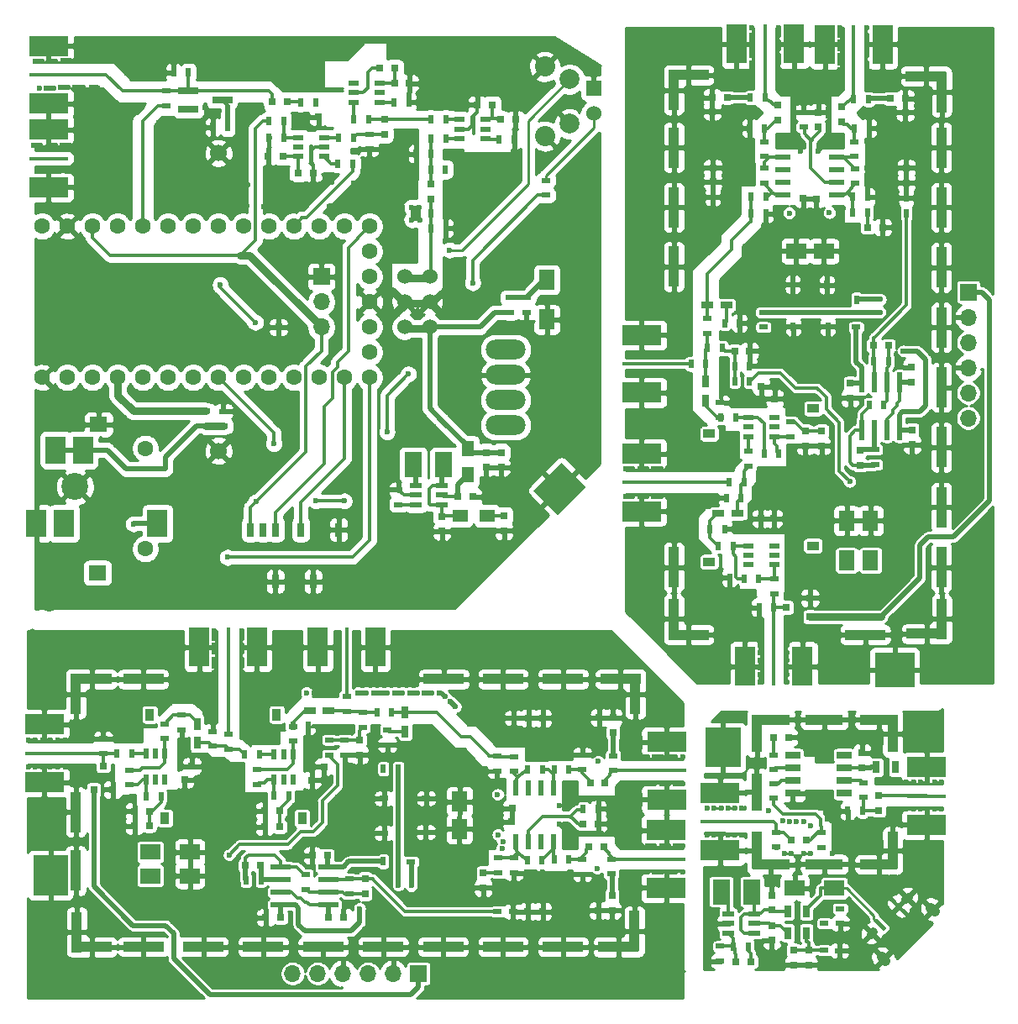
<source format=gbr>
G04 #@! TF.GenerationSoftware,KiCad,Pcbnew,(5.1.5-0-10_14)*
G04 #@! TF.CreationDate,2020-04-08T11:50:53-04:00*
G04 #@! TF.ProjectId,FEA,4645412e-6b69-4636-9164-5f7063625858,rev?*
G04 #@! TF.SameCoordinates,Original*
G04 #@! TF.FileFunction,Copper,L1,Top*
G04 #@! TF.FilePolarity,Positive*
%FSLAX46Y46*%
G04 Gerber Fmt 4.6, Leading zero omitted, Abs format (unit mm)*
G04 Created by KiCad (PCBNEW (5.1.5-0-10_14)) date 2020-04-08 11:50:53*
%MOMM*%
%LPD*%
G04 APERTURE LIST*
%ADD10R,0.500000X0.900000*%
%ADD11R,4.040000X1.000000*%
%ADD12R,1.000000X4.040000*%
%ADD13R,2.000000X1.600000*%
%ADD14R,0.750000X0.800000*%
%ADD15R,0.800000X0.750000*%
%ADD16R,0.600000X1.550000*%
%ADD17C,0.100000*%
%ADD18R,0.600000X1.100000*%
%ADD19R,0.750000X1.200000*%
%ADD20R,1.200000X0.750000*%
%ADD21R,0.800000X0.800000*%
%ADD22R,0.900000X1.200000*%
%ADD23R,1.700000X1.700000*%
%ADD24O,1.700000X1.700000*%
%ADD25R,0.900000X0.500000*%
%ADD26R,4.000000X2.000000*%
%ADD27R,4.000000X0.380000*%
%ADD28R,2.000000X4.000000*%
%ADD29R,0.380000X4.000000*%
%ADD30R,2.000000X0.500000*%
%ADD31R,1.600000X2.000000*%
%ADD32R,3.810000X1.000000*%
%ADD33R,1.000000X3.810000*%
%ADD34R,0.700000X1.300000*%
%ADD35R,1.543000X0.762000*%
%ADD36R,1.220000X0.620000*%
%ADD37R,1.800000X2.500000*%
%ADD38C,0.950000*%
%ADD39C,1.000000*%
%ADD40R,0.762000X1.400000*%
%ADD41R,1.000000X1.500000*%
%ADD42R,2.000000X2.800000*%
%ADD43C,2.700000*%
%ADD44R,1.524000X1.524000*%
%ADD45C,1.524000*%
%ADD46R,1.500000X1.300000*%
%ADD47R,1.300000X1.500000*%
%ADD48R,2.000000X0.700000*%
%ADD49R,1.100000X0.600000*%
%ADD50R,1.800000X1.500000*%
%ADD51C,1.600000*%
%ADD52C,2.032000*%
%ADD53C,2.000000*%
%ADD54O,4.000000X2.000000*%
%ADD55C,1.700000*%
%ADD56R,1.550000X0.600000*%
%ADD57R,1.200000X0.900000*%
%ADD58R,0.500000X2.000000*%
%ADD59C,0.600000*%
%ADD60C,0.500000*%
%ADD61C,0.380000*%
%ADD62C,0.250000*%
%ADD63C,0.750000*%
%ADD64C,0.254000*%
G04 APERTURE END LIST*
D10*
X153850000Y-105650000D03*
X152350000Y-105650000D03*
D11*
X110950000Y-96525000D03*
D12*
X104150000Y-98025000D03*
D11*
X105750000Y-96525000D03*
X105750000Y-123525000D03*
D12*
X104250000Y-122025000D03*
X160450000Y-121925000D03*
D11*
X158850000Y-123525000D03*
D12*
X160550000Y-98025000D03*
D11*
X159050000Y-96525000D03*
D12*
X104150000Y-115825000D03*
D11*
X147220000Y-96525000D03*
X153265000Y-96525000D03*
X110950000Y-123495000D03*
X116995000Y-123495000D03*
X123040000Y-123495000D03*
X129085000Y-123495000D03*
X135130000Y-123495000D03*
X141175000Y-123495000D03*
X147220000Y-123495000D03*
X153265000Y-123495000D03*
D12*
X104150000Y-109925000D03*
D11*
X141250000Y-96525000D03*
D13*
X115650000Y-116350000D03*
X111650000Y-116350000D03*
D14*
X133300000Y-116650000D03*
X133300000Y-118150000D03*
D15*
X115850000Y-105300000D03*
D16*
X152305000Y-112925000D03*
X152305000Y-107525000D03*
X151035000Y-112925000D03*
X151035000Y-107525000D03*
X149765000Y-112925000D03*
X149765000Y-107525000D03*
X148495000Y-112925000D03*
X148495000Y-107525000D03*
G04 #@! TA.AperFunction,ComponentPad*
D17*
G36*
X103350000Y-118300000D02*
G01*
X99850000Y-118300000D01*
X99850000Y-114300000D01*
X103350000Y-114300000D01*
X103350000Y-118300000D01*
G37*
G04 #@! TD.AperFunction*
D18*
X125090000Y-106675000D03*
X126040000Y-106675000D03*
X126040000Y-104075000D03*
X125090000Y-104075000D03*
X124140000Y-106675000D03*
X124140000Y-104075000D03*
X111230000Y-104030000D03*
X111230000Y-106630000D03*
X112180000Y-104030000D03*
X113130000Y-104030000D03*
X113130000Y-106630000D03*
X112180000Y-106630000D03*
D13*
X115650000Y-113950000D03*
X111650000Y-113950000D03*
D15*
X115100000Y-106650000D03*
X111555000Y-111305000D03*
X110055000Y-111305000D03*
X111555000Y-109830000D03*
X110055000Y-109830000D03*
D19*
X116390000Y-101030000D03*
X116390000Y-102930000D03*
D15*
X127950000Y-106700000D03*
X124690000Y-109800000D03*
X123190000Y-109800000D03*
X123190000Y-111420000D03*
X124690000Y-111420000D03*
X129150000Y-105350000D03*
D20*
X127750000Y-99740000D03*
X129650000Y-99740000D03*
D14*
X132750000Y-102650000D03*
X132750000Y-104150000D03*
D19*
X137350000Y-101800000D03*
X137350000Y-99900000D03*
D15*
X148110000Y-109550000D03*
X148100000Y-110900000D03*
D14*
X145220000Y-117560000D03*
X145220000Y-116060000D03*
D15*
X156800000Y-111100000D03*
X155300000Y-111100000D03*
X123300000Y-120550000D03*
X124800000Y-120550000D03*
X128000000Y-114300000D03*
X129500000Y-114300000D03*
X131100000Y-120500000D03*
X129600000Y-120500000D03*
X121250000Y-115300000D03*
X122750000Y-115300000D03*
D14*
X149800000Y-100450000D03*
X149700000Y-119950000D03*
X151200000Y-100450000D03*
X151200000Y-119950000D03*
X158300000Y-100400000D03*
X158300000Y-101900000D03*
X158200000Y-119850000D03*
X158200000Y-118350000D03*
X156900000Y-100400000D03*
X156800000Y-119850000D03*
D21*
X106905000Y-105255000D03*
X105955000Y-107655000D03*
X107855000Y-107655000D03*
D22*
X113130000Y-110530000D03*
X111600000Y-100100000D03*
X126950000Y-110550000D03*
X124400000Y-100100000D03*
D23*
X138690000Y-126200000D03*
D24*
X136150000Y-126200000D03*
X133610000Y-126200000D03*
X131070000Y-126200000D03*
X128530000Y-126200000D03*
X125990000Y-126200000D03*
D10*
X135150000Y-114900000D03*
X135150000Y-105550000D03*
X136650000Y-105550000D03*
D25*
X135200000Y-112050000D03*
X135200000Y-108550000D03*
X106905000Y-104005000D03*
X106905000Y-102505000D03*
D10*
X109805000Y-104050000D03*
X108305000Y-104050000D03*
X112730000Y-108330000D03*
X111230000Y-108330000D03*
D25*
X109530000Y-107180000D03*
X109530000Y-105680000D03*
X113130000Y-102530000D03*
X113130000Y-101030000D03*
X114800000Y-100150000D03*
X114800000Y-101650000D03*
X119550000Y-102100000D03*
X119550000Y-103600000D03*
D10*
X121140000Y-104075000D03*
X122640000Y-104075000D03*
X124140000Y-108270000D03*
X125640000Y-108270000D03*
D25*
X122440000Y-105625000D03*
X122440000Y-107125000D03*
X126040000Y-102775000D03*
X126040000Y-101275000D03*
D10*
X127540000Y-101200000D03*
X126040000Y-101200000D03*
D25*
X129700000Y-102650000D03*
X129700000Y-104150000D03*
X131250000Y-102650000D03*
X131250000Y-104150000D03*
X133050000Y-99900000D03*
X133050000Y-101400000D03*
X131450000Y-99750000D03*
X131450000Y-98250000D03*
D10*
X134500000Y-99900000D03*
X136000000Y-99900000D03*
D25*
X135550000Y-101650000D03*
X135550000Y-103150000D03*
X146600000Y-105800000D03*
X146600000Y-104300000D03*
X148320000Y-105830000D03*
X148320000Y-104330000D03*
D10*
X151180000Y-105630000D03*
X149680000Y-105630000D03*
D25*
X158300000Y-105750000D03*
X158300000Y-104250000D03*
X155200000Y-104150000D03*
X155200000Y-105650000D03*
X139450000Y-108520000D03*
X139420000Y-111950000D03*
D10*
X153850000Y-114700000D03*
X152350000Y-114700000D03*
D25*
X155200000Y-114700000D03*
X155200000Y-116200000D03*
X137930000Y-114940000D03*
X158100000Y-116150000D03*
X158100000Y-114650000D03*
D10*
X149640000Y-114760000D03*
X151140000Y-114760000D03*
D25*
X146730000Y-114560000D03*
X146730000Y-116060000D03*
X148290000Y-114560000D03*
X148290000Y-116060000D03*
D10*
X155300000Y-109600000D03*
X156800000Y-109600000D03*
X121300000Y-116800000D03*
X122800000Y-116800000D03*
D25*
X131700000Y-116650000D03*
X131700000Y-118150000D03*
X127300000Y-117700000D03*
X127300000Y-116200000D03*
X146650000Y-119950000D03*
X148300000Y-100450000D03*
X148200000Y-119950000D03*
D26*
X100950000Y-101100000D03*
D27*
X100950000Y-104000000D03*
D26*
X100950000Y-106900000D03*
D28*
X116600000Y-93280000D03*
D29*
X119500000Y-93280000D03*
D28*
X122400000Y-93280000D03*
X128550000Y-93290000D03*
D29*
X131450000Y-93290000D03*
D28*
X134350000Y-93290000D03*
D26*
X163700000Y-108650000D03*
D27*
X163700000Y-105750000D03*
D26*
X163700000Y-102850000D03*
X163650000Y-111750000D03*
D27*
X163650000Y-114650000D03*
D26*
X163650000Y-117550000D03*
D30*
X129600000Y-116730000D03*
X129600000Y-118000000D03*
X129600000Y-119270000D03*
X129600000Y-115460000D03*
X124800000Y-119270000D03*
X124800000Y-118000000D03*
X124800000Y-116730000D03*
X124800000Y-115460000D03*
D25*
X117950000Y-103300000D03*
X117950000Y-101800000D03*
D15*
X156000000Y-107000000D03*
X157500000Y-107000000D03*
X157350000Y-113400000D03*
X155850000Y-113400000D03*
D31*
X142830000Y-108860000D03*
X142810000Y-111640000D03*
D32*
X179600000Y-115185000D03*
X179600000Y-100615000D03*
D33*
X172755000Y-107900000D03*
X172800000Y-102000000D03*
D32*
X174200000Y-100615000D03*
D33*
X172800000Y-113800000D03*
D32*
X174200000Y-115200000D03*
D33*
X186500000Y-102000000D03*
D32*
X185100000Y-100615000D03*
D33*
X186500000Y-113800000D03*
D32*
X185100000Y-115200000D03*
D25*
X179300000Y-112000000D03*
X179300000Y-113500000D03*
X174500000Y-107050000D03*
X174500000Y-108550000D03*
X174500000Y-104150000D03*
X174500000Y-105650000D03*
X183500000Y-106950000D03*
X183500000Y-108450000D03*
D10*
X183450000Y-109800000D03*
X181950000Y-109800000D03*
D14*
X183400000Y-103950000D03*
X183400000Y-105450000D03*
G04 #@! TA.AperFunction,ComponentPad*
D17*
G36*
X167650000Y-101400000D02*
G01*
X171150000Y-101400000D01*
X171150000Y-105400000D01*
X167650000Y-105400000D01*
X167650000Y-101400000D01*
G37*
G04 #@! TD.AperFunction*
D15*
X174500000Y-102400000D03*
X176000000Y-102400000D03*
D26*
X169100000Y-108000000D03*
D27*
X169100000Y-110900000D03*
D26*
X169100000Y-113800000D03*
X189900000Y-111200000D03*
D27*
X189900000Y-108300000D03*
D26*
X189900000Y-105400000D03*
D15*
X177750000Y-112700000D03*
X176250000Y-112700000D03*
X172200000Y-125000000D03*
X170700000Y-125000000D03*
D14*
X174300000Y-118300000D03*
X174300000Y-119800000D03*
X174300000Y-122850000D03*
X174300000Y-121350000D03*
D13*
X180600000Y-117600000D03*
X176600000Y-117600000D03*
D14*
X176500000Y-123850000D03*
X176500000Y-125350000D03*
X178000000Y-123850000D03*
X178000000Y-125350000D03*
D34*
X175900000Y-119900000D03*
X177800000Y-119900000D03*
X177800000Y-122100000D03*
X175900000Y-122100000D03*
D25*
X174750000Y-113450000D03*
X174750000Y-111950000D03*
X169100000Y-123450000D03*
X169100000Y-124950000D03*
D10*
X170450000Y-123500000D03*
X171950000Y-123500000D03*
D25*
X179550000Y-123850000D03*
X181100000Y-123900000D03*
X179600000Y-121150000D03*
X181200000Y-121150000D03*
X181200000Y-119650000D03*
D35*
X181603500Y-108005000D03*
X176396500Y-108005000D03*
X181603500Y-106735000D03*
X176396500Y-106735000D03*
X181603500Y-105465000D03*
X176396500Y-105465000D03*
X181603500Y-104195000D03*
X176396500Y-104195000D03*
D36*
X169900000Y-120200000D03*
X172520000Y-120200000D03*
X172520000Y-121150000D03*
X172520000Y-122100000D03*
X169900000Y-121150000D03*
X169900000Y-122100000D03*
D34*
X184850000Y-105400000D03*
X186750000Y-105400000D03*
D37*
X169200000Y-117950000D03*
X172300000Y-117950000D03*
D14*
X185100000Y-108250000D03*
X185100000Y-109750000D03*
G04 #@! TA.AperFunction,SMDPad,CuDef*
D17*
G36*
X185844885Y-121600521D02*
G01*
X185562043Y-121883363D01*
X184607449Y-120928769D01*
X184890291Y-120645927D01*
X185844885Y-121600521D01*
G37*
G04 #@! TD.AperFunction*
G04 #@! TA.AperFunction,ComponentPad*
G36*
X187683363Y-119762043D02*
G01*
X187400521Y-120044885D01*
X186445927Y-119090291D01*
X186728769Y-118807449D01*
X187683363Y-119762043D01*
G37*
G04 #@! TD.AperFunction*
D38*
X184271573Y-122219239D02*
X184483705Y-122007107D01*
X187807107Y-118683705D02*
X188019239Y-118471573D01*
D39*
X185774174Y-124923922D02*
X185385266Y-124535014D01*
X190723922Y-119974174D02*
X190335014Y-119585266D01*
D40*
X124250000Y-86675000D03*
X128060000Y-86675000D03*
X121750000Y-81475000D03*
X123020000Y-81475000D03*
X124290000Y-81475000D03*
X126830000Y-81475000D03*
X130650000Y-81475000D03*
D23*
X128900000Y-55970000D03*
D24*
X128900000Y-58510000D03*
X128900000Y-61050000D03*
D41*
X138425000Y-49575000D03*
D10*
X139925000Y-49575000D03*
D42*
X102075000Y-73425000D03*
X104875000Y-73425000D03*
X100175000Y-80825000D03*
X112375000Y-80825000D03*
X102975000Y-80825000D03*
D43*
X104075000Y-77125000D03*
D31*
X151625000Y-56275000D03*
X151625000Y-60275000D03*
D44*
X156350000Y-36980000D03*
D45*
X156350000Y-39520000D03*
D37*
X138150000Y-74890000D03*
X141250000Y-74890000D03*
D46*
X142870000Y-80070000D03*
X145570000Y-80070000D03*
D47*
X143650000Y-75950000D03*
X143650000Y-73250000D03*
D48*
X115505000Y-37220000D03*
X115505000Y-39120000D03*
X118905000Y-38170000D03*
D36*
X138440000Y-77025000D03*
X141060000Y-77025000D03*
X141060000Y-77975000D03*
X141060000Y-78925000D03*
X138440000Y-77975000D03*
X138440000Y-78925000D03*
D49*
X142825000Y-42025000D03*
X145425000Y-42025000D03*
X142825000Y-41075000D03*
X142825000Y-40125000D03*
X145425000Y-40125000D03*
X145425000Y-41075000D03*
X134775000Y-37425000D03*
X134775000Y-36475000D03*
X132175000Y-36475000D03*
X132175000Y-37425000D03*
X134775000Y-38375000D03*
X132175000Y-38375000D03*
D50*
X106350000Y-85800000D03*
X106450000Y-70850000D03*
D51*
X111150000Y-73250000D03*
X111150000Y-83400000D03*
D49*
X129175000Y-41950000D03*
X126575000Y-41950000D03*
X129175000Y-42900000D03*
X129175000Y-43850000D03*
X126575000Y-43850000D03*
X126575000Y-42900000D03*
D26*
X101375000Y-46950000D03*
D27*
X101375000Y-44050000D03*
D26*
X101375000Y-41150000D03*
X101375000Y-38500000D03*
D27*
X101375000Y-35600000D03*
D26*
X101375000Y-32700000D03*
D52*
X151425000Y-41800000D03*
X151425000Y-34800000D03*
D53*
X153925000Y-40550000D03*
X153925000Y-36050000D03*
D51*
X133760000Y-58500000D03*
X133760000Y-55960000D03*
X133760000Y-53420000D03*
X133760000Y-50880000D03*
X133760000Y-61040000D03*
X133760000Y-63580000D03*
X133760000Y-66120000D03*
X131220000Y-50880000D03*
X128680000Y-50880000D03*
X126140000Y-50880000D03*
X123600000Y-50880000D03*
X121060000Y-50880000D03*
X118520000Y-50880000D03*
X115980000Y-50880000D03*
X113440000Y-50880000D03*
X110900000Y-50880000D03*
X108360000Y-50880000D03*
X105820000Y-50880000D03*
X103280000Y-50880000D03*
X100740000Y-50880000D03*
X131220000Y-66120000D03*
X128680000Y-66120000D03*
X126140000Y-66120000D03*
X123600000Y-66120000D03*
X121060000Y-66120000D03*
X118520000Y-66120000D03*
X115980000Y-66120000D03*
X113440000Y-66120000D03*
X110900000Y-66120000D03*
X108360000Y-66120000D03*
X105820000Y-66120000D03*
X103280000Y-66120000D03*
X100740000Y-66120000D03*
D14*
X141060000Y-80120000D03*
X141060000Y-81620000D03*
D15*
X142670000Y-78140000D03*
X144170000Y-78140000D03*
D14*
X147310000Y-80070000D03*
X147310000Y-81570000D03*
X147025000Y-73675000D03*
X147025000Y-75175000D03*
X145500000Y-73675000D03*
X145500000Y-75175000D03*
X139925000Y-46625000D03*
X139925000Y-48125000D03*
D15*
X146975000Y-40125000D03*
X148475000Y-40125000D03*
X144600000Y-38625000D03*
X146100000Y-38625000D03*
X136275000Y-34950000D03*
X134775000Y-34950000D03*
X136275000Y-36475000D03*
X137775000Y-36475000D03*
X128600000Y-39850000D03*
X123950000Y-38350000D03*
X125450000Y-38350000D03*
X124575000Y-61050000D03*
D14*
X135250000Y-41600000D03*
X135250000Y-40100000D03*
D15*
X123550000Y-43850000D03*
X125050000Y-43850000D03*
X126575000Y-45500000D03*
X128075000Y-45500000D03*
D25*
X136670000Y-77430000D03*
X136670000Y-78930000D03*
X147900000Y-59575000D03*
X147900000Y-58075000D03*
X149575000Y-59575000D03*
X149575000Y-58075000D03*
D10*
X139925000Y-43575000D03*
X138425000Y-43575000D03*
X141400000Y-45150000D03*
X139900000Y-45150000D03*
X139925000Y-42025000D03*
X141425000Y-42025000D03*
X146825000Y-42150000D03*
X148325000Y-42150000D03*
X139925000Y-40125000D03*
X141425000Y-40125000D03*
X137700000Y-38375000D03*
X136200000Y-38375000D03*
X128300000Y-38375000D03*
X126800000Y-38375000D03*
X114005000Y-35395000D03*
X115505000Y-35395000D03*
X119450000Y-40900000D03*
X117950000Y-40900000D03*
D25*
X113255000Y-38745000D03*
X113255000Y-37245000D03*
X151525000Y-46250000D03*
X151525000Y-47750000D03*
X117250000Y-69500000D03*
X117250000Y-71000000D03*
X119025000Y-71025000D03*
X119025000Y-69525000D03*
D10*
X132150000Y-41950000D03*
X130650000Y-41950000D03*
D25*
X133725000Y-41600000D03*
X133725000Y-43100000D03*
D10*
X132175000Y-40100000D03*
X133675000Y-40100000D03*
X123600000Y-40275000D03*
X125100000Y-40275000D03*
X123600000Y-41950000D03*
X125100000Y-41950000D03*
X130575000Y-44550000D03*
X132075000Y-44550000D03*
G04 #@! TA.AperFunction,ComponentPad*
D17*
G36*
X153101777Y-74698350D02*
G01*
X155576650Y-77173223D01*
X152748223Y-80001650D01*
X150273350Y-77526777D01*
X153101777Y-74698350D01*
G37*
G04 #@! TD.AperFunction*
D10*
X141425000Y-51075000D03*
X139925000Y-51075000D03*
D54*
X147475000Y-63310000D03*
X147475000Y-65850000D03*
X147475000Y-68390000D03*
X147475000Y-70930000D03*
D55*
X118550000Y-73500000D03*
X118550000Y-43500000D03*
D45*
X139820000Y-55960000D03*
X139820000Y-58500000D03*
X139820000Y-61040000D03*
X137280000Y-61040000D03*
X137280000Y-58500000D03*
X137280000Y-55960000D03*
D10*
X170050000Y-86300000D03*
D14*
X174500000Y-80350000D03*
D12*
X164425000Y-85250000D03*
D11*
X165925000Y-92050000D03*
D12*
X164425000Y-90450000D03*
X191425000Y-90450000D03*
D11*
X189925000Y-91950000D03*
X189825000Y-35750000D03*
D12*
X191425000Y-37350000D03*
D11*
X165925000Y-35650000D03*
D12*
X164425000Y-37150000D03*
D11*
X183725000Y-92050000D03*
D12*
X164425000Y-48980000D03*
X164425000Y-42935000D03*
X191395000Y-85250000D03*
X191395000Y-79205000D03*
X191395000Y-73160000D03*
X191395000Y-67115000D03*
X191395000Y-61070000D03*
X191395000Y-55025000D03*
X191395000Y-48980000D03*
X191395000Y-42935000D03*
X164425000Y-54950000D03*
D49*
X171930000Y-84970000D03*
X174530000Y-84970000D03*
X171930000Y-84020000D03*
X171930000Y-83070000D03*
X174530000Y-83070000D03*
X174530000Y-84020000D03*
D25*
X173550000Y-42350000D03*
X173550000Y-43850000D03*
D31*
X184250000Y-80550000D03*
X184250000Y-84550000D03*
D15*
X184550000Y-62900000D03*
X186050000Y-62900000D03*
D14*
X173200000Y-80350000D03*
D56*
X180825000Y-43895000D03*
X175425000Y-43895000D03*
X180825000Y-45165000D03*
X175425000Y-45165000D03*
X180825000Y-46435000D03*
X175425000Y-46435000D03*
X180825000Y-47705000D03*
X175425000Y-47705000D03*
G04 #@! TA.AperFunction,ComponentPad*
D17*
G36*
X188700000Y-93850000D02*
G01*
X188700000Y-97350000D01*
X184700000Y-97350000D01*
X184700000Y-93850000D01*
X188700000Y-93850000D01*
G37*
G04 #@! TD.AperFunction*
D49*
X174575000Y-71110000D03*
X174575000Y-70160000D03*
X171975000Y-70160000D03*
X171975000Y-71110000D03*
X174575000Y-72060000D03*
X171975000Y-72060000D03*
D31*
X181850000Y-80550000D03*
X181850000Y-84550000D03*
D20*
X168930000Y-79810000D03*
X170830000Y-79810000D03*
D14*
X174600000Y-68250000D03*
X177700000Y-71510000D03*
X177700000Y-73010000D03*
X179320000Y-73010000D03*
X179320000Y-71510000D03*
X173250000Y-67050000D03*
D19*
X167640000Y-68450000D03*
X167640000Y-66550000D03*
D15*
X170550000Y-63450000D03*
X172050000Y-63450000D03*
D20*
X169700000Y-58850000D03*
X167800000Y-58850000D03*
D14*
X177450000Y-48090000D03*
X178800000Y-48100000D03*
D15*
X185460000Y-50980000D03*
X183960000Y-50980000D03*
D14*
X179000000Y-39400000D03*
X179000000Y-40900000D03*
X188450000Y-72900000D03*
X188450000Y-71400000D03*
X182200000Y-68200000D03*
X182200000Y-66700000D03*
X188400000Y-65100000D03*
X188400000Y-66600000D03*
X183200000Y-74950000D03*
X183200000Y-73450000D03*
D15*
X168350000Y-46400000D03*
X187850000Y-46500000D03*
X168350000Y-45000000D03*
X187850000Y-45000000D03*
X168300000Y-37900000D03*
X169800000Y-37900000D03*
X187750000Y-38000000D03*
X186250000Y-38000000D03*
X168300000Y-39300000D03*
X187750000Y-39400000D03*
D21*
X175755000Y-89295000D03*
X178155000Y-90245000D03*
X178155000Y-88345000D03*
D57*
X178430000Y-83070000D03*
X168000000Y-84700000D03*
X178450000Y-69250000D03*
X168000000Y-71800000D03*
D23*
X194100000Y-57510000D03*
D24*
X194100000Y-60050000D03*
X194100000Y-62590000D03*
X194100000Y-65130000D03*
X194100000Y-67670000D03*
X194100000Y-70210000D03*
D25*
X182800000Y-61050000D03*
X173450000Y-61050000D03*
X173450000Y-59550000D03*
D10*
X179950000Y-61000000D03*
X176450000Y-61000000D03*
X174505000Y-89295000D03*
X173005000Y-89295000D03*
D25*
X174550000Y-86395000D03*
X174550000Y-87895000D03*
D10*
X173000000Y-86400000D03*
X171500000Y-86400000D03*
X170430000Y-83070000D03*
X168930000Y-83070000D03*
X168050000Y-81400000D03*
X169550000Y-81400000D03*
X170000000Y-76650000D03*
X171500000Y-76650000D03*
D25*
X171975000Y-75060000D03*
X171975000Y-73560000D03*
X176170000Y-72060000D03*
X176170000Y-70560000D03*
D10*
X173525000Y-73760000D03*
X175025000Y-73760000D03*
X170675000Y-70160000D03*
X169175000Y-70160000D03*
D25*
X169100000Y-68660000D03*
X169100000Y-70160000D03*
D10*
X170550000Y-66500000D03*
X172050000Y-66500000D03*
X170550000Y-64950000D03*
X172050000Y-64950000D03*
X167800000Y-63150000D03*
X169300000Y-63150000D03*
X167650000Y-64750000D03*
X166150000Y-64750000D03*
D25*
X167800000Y-61700000D03*
X167800000Y-60200000D03*
D10*
X169550000Y-60650000D03*
X171050000Y-60650000D03*
X173700000Y-49600000D03*
X172200000Y-49600000D03*
X173730000Y-47880000D03*
X172230000Y-47880000D03*
D25*
X173530000Y-45020000D03*
X173530000Y-46520000D03*
D10*
X173650000Y-37900000D03*
X172150000Y-37900000D03*
X172050000Y-41000000D03*
X173550000Y-41000000D03*
X176420000Y-56750000D03*
X179850000Y-56780000D03*
D25*
X182600000Y-42350000D03*
X182600000Y-43850000D03*
D10*
X182600000Y-41000000D03*
X184100000Y-41000000D03*
X182840000Y-58270000D03*
X184050000Y-38100000D03*
X182550000Y-38100000D03*
D25*
X182660000Y-46560000D03*
X182660000Y-45060000D03*
D10*
X182460000Y-49470000D03*
X183960000Y-49470000D03*
X182460000Y-47910000D03*
X183960000Y-47910000D03*
D25*
X177500000Y-40900000D03*
X177500000Y-39400000D03*
X184700000Y-74900000D03*
X184700000Y-73400000D03*
D10*
X184550000Y-64500000D03*
X186050000Y-64500000D03*
X185600000Y-68900000D03*
X184100000Y-68900000D03*
X187850000Y-49550000D03*
X168350000Y-47900000D03*
X187850000Y-48000000D03*
D28*
X171600000Y-95250000D03*
D29*
X174500000Y-95250000D03*
D28*
X177400000Y-95250000D03*
D26*
X161180000Y-79600000D03*
D27*
X161180000Y-76700000D03*
D26*
X161180000Y-73800000D03*
X161190000Y-67650000D03*
D27*
X161190000Y-64750000D03*
D26*
X161190000Y-61850000D03*
D28*
X176550000Y-32500000D03*
D29*
X173650000Y-32500000D03*
D28*
X170750000Y-32500000D03*
X179650000Y-32550000D03*
D29*
X182550000Y-32550000D03*
D28*
X185450000Y-32550000D03*
D58*
X184630000Y-66600000D03*
X185900000Y-66600000D03*
X187170000Y-66600000D03*
X183360000Y-66600000D03*
X187170000Y-71400000D03*
X185900000Y-71400000D03*
X184630000Y-71400000D03*
X183360000Y-71400000D03*
D10*
X171200000Y-78250000D03*
X169700000Y-78250000D03*
D14*
X174900000Y-40200000D03*
X174900000Y-38700000D03*
X181300000Y-38850000D03*
X181300000Y-40350000D03*
D13*
X176760000Y-53370000D03*
X179540000Y-53390000D03*
D59*
X119600000Y-114250000D03*
X182150000Y-76600000D03*
X99350000Y-102650000D03*
X100100000Y-102650000D03*
X100850000Y-102650000D03*
X101600000Y-102650000D03*
X102350000Y-102650000D03*
X103100000Y-102650000D03*
X103850000Y-102650000D03*
X104600000Y-102650000D03*
X105350000Y-102650000D03*
X108150000Y-102600000D03*
X108850000Y-102600000D03*
X109550000Y-102600000D03*
X110300000Y-102600000D03*
X105350000Y-105350000D03*
X104600000Y-105350000D03*
X102350000Y-105350000D03*
X103100000Y-105350000D03*
X100100000Y-105350000D03*
X101600000Y-105350000D03*
X103850000Y-105350000D03*
X100850000Y-105350000D03*
X99350000Y-105350000D03*
X112750000Y-99550000D03*
X113250000Y-99050000D03*
X115300000Y-102750000D03*
X115300000Y-103450000D03*
X119300000Y-105050000D03*
X120000000Y-105300000D03*
X120800000Y-105350000D03*
X120900000Y-101800000D03*
X127500000Y-103000000D03*
X125450000Y-99150000D03*
X126050000Y-98550000D03*
X126650000Y-98000000D03*
X128150000Y-97900000D03*
X128900000Y-97900000D03*
X129600000Y-97900000D03*
X130300000Y-97900000D03*
X144950000Y-101150000D03*
X145500000Y-101650000D03*
X147250000Y-103000000D03*
X147950000Y-103000000D03*
X149200000Y-103000000D03*
X149850000Y-103350000D03*
X138400000Y-101500000D03*
X139100000Y-101500000D03*
X139850000Y-101500000D03*
X141500000Y-103150000D03*
X144200000Y-104800000D03*
X144700000Y-105300000D03*
X145450000Y-105650000D03*
X147100000Y-106750000D03*
X147100000Y-107450000D03*
X118100000Y-93100000D03*
X120900000Y-98100000D03*
X120900000Y-95200000D03*
X120900000Y-95900000D03*
X120900000Y-98800000D03*
X120900000Y-93100000D03*
X120900000Y-94500000D03*
X120900000Y-93800000D03*
X120900000Y-99500000D03*
X120900000Y-100200000D03*
X120900000Y-100900000D03*
X122900000Y-102600000D03*
X122150000Y-102600000D03*
X121400000Y-102450000D03*
X149850000Y-104200000D03*
X152000000Y-104300000D03*
X152700000Y-104300000D03*
X153400000Y-104300000D03*
X154100000Y-104300000D03*
X160400000Y-104400000D03*
X161100000Y-104400000D03*
X161100000Y-104400000D03*
X161800000Y-104400000D03*
X162500000Y-104400000D03*
X163200000Y-104400000D03*
X163900000Y-104400000D03*
X164600000Y-104400000D03*
X165300000Y-104400000D03*
X164600000Y-107100000D03*
X161800000Y-107100000D03*
X165300000Y-107100000D03*
X161100000Y-107100000D03*
X160400000Y-107100000D03*
X163200000Y-107100000D03*
X162500000Y-107100000D03*
X163900000Y-107100000D03*
X161100000Y-107100000D03*
X163200000Y-113300000D03*
X161100000Y-113300000D03*
X161100000Y-113300000D03*
X162500000Y-113300000D03*
X164600000Y-113300000D03*
X163900000Y-113300000D03*
X161800000Y-113300000D03*
X160400000Y-113300000D03*
X165300000Y-113300000D03*
X165300000Y-116000000D03*
X162500000Y-116000000D03*
X160400000Y-116000000D03*
X164600000Y-116000000D03*
X161800000Y-116000000D03*
X163900000Y-116000000D03*
X163200000Y-116000000D03*
X161100000Y-116000000D03*
X161100000Y-116000000D03*
X159700000Y-107100000D03*
X159000000Y-107300000D03*
X158800000Y-108000000D03*
X158500000Y-108600000D03*
X157800000Y-108600000D03*
X157100000Y-108600000D03*
X156400000Y-108600000D03*
X155700000Y-108600000D03*
X155000000Y-108600000D03*
X154300000Y-108200000D03*
X154300000Y-107500000D03*
X153600000Y-107200000D03*
X153600000Y-107900000D03*
X153600000Y-108700000D03*
X152900000Y-109300000D03*
X152900000Y-111100000D03*
X153600000Y-111700000D03*
X153600000Y-112400000D03*
X153600000Y-113200000D03*
X154400000Y-112900000D03*
X154300000Y-112200000D03*
X157100000Y-112100000D03*
X155700000Y-112100000D03*
X158500000Y-112100000D03*
X155000000Y-112100000D03*
X157800000Y-112100000D03*
X156400000Y-112100000D03*
X158800000Y-112800000D03*
X159400000Y-113200000D03*
X159700000Y-116000000D03*
X154000000Y-116100000D03*
X153300000Y-116100000D03*
X152600000Y-116100000D03*
X151900000Y-116100000D03*
X151200000Y-116000000D03*
X150400000Y-116000000D03*
X149600000Y-116000000D03*
X157100000Y-112100000D03*
X117500000Y-99900000D03*
X115850000Y-98600000D03*
X118100000Y-93800000D03*
X118100000Y-94500000D03*
X113800000Y-98600000D03*
X117000000Y-99350000D03*
X118100000Y-100500000D03*
X118100000Y-98800000D03*
X118100000Y-99500000D03*
X118100000Y-95900000D03*
X118100000Y-95200000D03*
X118100000Y-98100000D03*
X116450000Y-98900000D03*
X114450000Y-98600000D03*
X115150000Y-98600000D03*
X113250000Y-99050000D03*
X120900000Y-96600000D03*
X118100000Y-96600000D03*
X120900000Y-92400000D03*
X120900000Y-91700000D03*
X118100000Y-92400000D03*
X118100000Y-91700000D03*
X167800000Y-109500000D03*
X168500000Y-109500000D03*
X169200000Y-109500000D03*
X169900000Y-109500000D03*
X170600000Y-109500000D03*
X171300000Y-109500000D03*
X171300000Y-112200000D03*
X170600000Y-112200000D03*
X169900000Y-112200000D03*
X169200000Y-112200000D03*
X168500000Y-112200000D03*
X167800000Y-112200000D03*
X174000000Y-109800000D03*
X178200000Y-114100000D03*
X177500000Y-114100000D03*
X176300000Y-114100000D03*
X175600000Y-114100000D03*
X191400000Y-109600000D03*
X190700000Y-109600000D03*
X190000000Y-109600000D03*
X189300000Y-109600000D03*
X188600000Y-109600000D03*
X187900000Y-109600000D03*
X187200000Y-109600000D03*
X187200000Y-106900000D03*
X187900000Y-106900000D03*
X188600000Y-106900000D03*
X189300000Y-106900000D03*
X190000000Y-106900000D03*
X190700000Y-106900000D03*
X191400000Y-106900000D03*
X186500000Y-106900000D03*
X185700000Y-106900000D03*
X185000000Y-106900000D03*
X186500000Y-109600000D03*
X171300000Y-109500000D03*
X176000000Y-109200000D03*
X176700000Y-109400000D03*
X177500000Y-109400000D03*
X178200000Y-109400000D03*
X179000000Y-109400000D03*
X179700000Y-109800000D03*
X179900000Y-110600000D03*
X180600000Y-111300000D03*
X180700000Y-113500000D03*
X180400000Y-114100000D03*
X178200000Y-111300000D03*
X177500000Y-110900000D03*
X176800000Y-110900000D03*
X176100000Y-110900000D03*
X175400000Y-110800000D03*
X136010000Y-57330000D03*
X136080000Y-60000000D03*
X141010000Y-57590000D03*
X140940000Y-59670000D03*
X141400000Y-56750000D03*
X141400000Y-56025000D03*
X141400000Y-55300000D03*
X141425000Y-54550000D03*
X141450000Y-52300000D03*
X141475000Y-49650000D03*
X141475000Y-48875000D03*
X141475000Y-48125000D03*
X141475000Y-47400000D03*
X141475000Y-46650000D03*
X141475000Y-44025000D03*
X141475000Y-43350000D03*
X142175000Y-43350000D03*
X142950000Y-43350000D03*
X136000000Y-54125000D03*
X136725000Y-54125000D03*
X137450000Y-54125000D03*
X138200000Y-54125000D03*
X138200000Y-52425000D03*
X138200000Y-51675000D03*
X138225000Y-46200000D03*
X138225000Y-45425000D03*
X138200000Y-44725000D03*
X138300000Y-42425000D03*
X138300000Y-41350000D03*
X143350000Y-38725000D03*
X142575000Y-38700000D03*
X139600000Y-38800000D03*
X138800000Y-38800000D03*
X137575000Y-41350000D03*
X136825000Y-41350000D03*
X128550000Y-36925000D03*
X127825000Y-36950000D03*
X127050000Y-36950000D03*
X126275000Y-36950000D03*
X125525000Y-36950000D03*
X124850000Y-36700000D03*
X124275000Y-36175000D03*
X123600000Y-35825000D03*
X122900000Y-35850000D03*
X122150000Y-35875000D03*
X121400000Y-35900000D03*
X120675000Y-35900000D03*
X119925000Y-35900000D03*
X119150000Y-35900000D03*
X118400000Y-35900000D03*
X117675000Y-35925000D03*
X116950000Y-35900000D03*
X109525000Y-45300000D03*
X109525000Y-46025000D03*
X109500000Y-46750000D03*
X109500000Y-47450000D03*
X109500000Y-48175000D03*
X109500000Y-48900000D03*
X109475000Y-49725000D03*
X112225000Y-46025000D03*
X112225000Y-46800000D03*
X112225000Y-47600000D03*
X112225000Y-48375000D03*
X112225000Y-49125000D03*
X112225000Y-49900000D03*
X117175000Y-38875000D03*
X117775000Y-39225000D03*
X118625000Y-39250000D03*
X120525000Y-39425000D03*
X120700000Y-38750000D03*
X121425000Y-38725000D03*
X122175000Y-38725000D03*
X122925000Y-38925000D03*
X137425000Y-46425000D03*
X136600000Y-46450000D03*
X135900000Y-46475000D03*
X135100000Y-46500000D03*
X134350000Y-46475000D03*
X133625000Y-46500000D03*
X132925000Y-46525000D03*
X132150000Y-46525000D03*
X125925000Y-46500000D03*
X121475000Y-46725000D03*
X120750000Y-46725000D03*
X120025000Y-46725000D03*
X119300000Y-46725000D03*
X118600000Y-46725000D03*
X117875000Y-46750000D03*
X117125000Y-46725000D03*
X116550000Y-46150000D03*
X100250000Y-45375000D03*
X101025000Y-45375000D03*
X101800000Y-45375000D03*
X102525000Y-45375000D03*
X103275000Y-45375000D03*
X104075000Y-45375000D03*
X104850000Y-45350000D03*
X105650000Y-45350000D03*
X106425000Y-45375000D03*
X107150000Y-45350000D03*
X107925000Y-45350000D03*
X108700000Y-45350000D03*
X113075000Y-46575000D03*
X113550000Y-47200000D03*
X114075000Y-47725000D03*
X114600000Y-48250000D03*
X115175000Y-48875000D03*
X116025000Y-48925000D03*
X116775000Y-48925000D03*
X117550000Y-48875000D03*
X118250000Y-48925000D03*
X119000000Y-48875000D03*
X119825000Y-48900000D03*
X120625000Y-48875000D03*
X121400000Y-48850000D03*
X123100000Y-48900000D03*
X123925000Y-48875000D03*
X124675000Y-48850000D03*
X125450000Y-48850000D03*
X126275000Y-48850000D03*
X129675000Y-48875000D03*
X130400000Y-48850000D03*
X131125000Y-48875000D03*
X131825000Y-48875000D03*
X132600000Y-48875000D03*
X133450000Y-48850000D03*
X134250000Y-48850000D03*
X134925000Y-48850000D03*
X135650000Y-48850000D03*
X136325000Y-48875000D03*
X137050000Y-48925000D03*
X137050000Y-49775000D03*
X137050000Y-50525000D03*
X137425000Y-51250000D03*
X113925000Y-43375000D03*
X115925000Y-45600000D03*
X114875000Y-44475000D03*
X112225000Y-42550000D03*
X112225000Y-41800000D03*
X112500000Y-40450000D03*
X115400000Y-45000000D03*
X114425000Y-43925000D03*
X113200000Y-42750000D03*
X113925000Y-40025000D03*
X112250000Y-41100000D03*
X103525000Y-34175000D03*
X102825000Y-34200000D03*
X100025000Y-34225000D03*
X100700000Y-34225000D03*
X101400000Y-34225000D03*
X104250000Y-34200000D03*
X102125000Y-34225000D03*
X129150000Y-46475000D03*
X129925000Y-46475000D03*
X103325000Y-36875000D03*
X102625000Y-36900000D03*
X100500000Y-36925000D03*
X101200000Y-36925000D03*
X104050000Y-36900000D03*
X101925000Y-36925000D03*
X104900000Y-34200000D03*
X105600000Y-34200000D03*
X106300000Y-34200000D03*
X107000000Y-34200000D03*
X107700000Y-34200000D03*
X108400000Y-34200000D03*
X108800000Y-34800000D03*
X109300000Y-35400000D03*
X109800000Y-35900000D03*
X110500000Y-36000000D03*
X111300000Y-36000000D03*
X112000000Y-36000000D03*
X112700000Y-36000000D03*
X110900000Y-38700000D03*
X110200000Y-38700000D03*
X109500000Y-38700000D03*
X108700000Y-38700000D03*
X108000000Y-38700000D03*
X107600000Y-38100000D03*
X107000000Y-37600000D03*
X106500000Y-37100000D03*
X105700000Y-36900000D03*
X104900000Y-36900000D03*
X110300000Y-39400000D03*
X109700000Y-39800000D03*
X109400000Y-40400000D03*
X109500000Y-41100000D03*
X109400000Y-41900000D03*
X109400000Y-42600000D03*
X108700000Y-42600000D03*
X107900000Y-42600000D03*
X107200000Y-42600000D03*
X106500000Y-42700000D03*
X105800000Y-42700000D03*
X105000000Y-42700000D03*
X104300000Y-42700000D03*
X103500000Y-42700000D03*
X102800000Y-42700000D03*
X102100000Y-42700000D03*
X101400000Y-42700000D03*
X100600000Y-42700000D03*
X99900000Y-42700000D03*
X173150000Y-96850000D03*
X173150000Y-96100000D03*
X173150000Y-95350000D03*
X173150000Y-94600000D03*
X173150000Y-93850000D03*
X173150000Y-93100000D03*
X173150000Y-92350000D03*
X173150000Y-91600000D03*
X173150000Y-90850000D03*
X175850000Y-90850000D03*
X175850000Y-91600000D03*
X175850000Y-93850000D03*
X175850000Y-93100000D03*
X175850000Y-96100000D03*
X175850000Y-94600000D03*
X175850000Y-92350000D03*
X175850000Y-95350000D03*
X175850000Y-96850000D03*
X172950000Y-76900000D03*
X173200000Y-76200000D03*
X173250000Y-75400000D03*
X169700000Y-75300000D03*
X170900000Y-68700000D03*
X167050000Y-70750000D03*
X166450000Y-70150000D03*
X165900000Y-69550000D03*
X165800000Y-68800000D03*
X165800000Y-68050000D03*
X165800000Y-67300000D03*
X165800000Y-66600000D03*
X165800000Y-65900000D03*
X165800000Y-63600000D03*
X165800000Y-62800000D03*
X165800000Y-62050000D03*
X165800000Y-61350000D03*
X165800000Y-60650000D03*
X165800000Y-59900000D03*
X165800000Y-59150000D03*
X165800000Y-58400000D03*
X165800000Y-57650000D03*
X165800000Y-56950000D03*
X165800000Y-56200000D03*
X165800000Y-55450000D03*
X166200000Y-54850000D03*
X166700000Y-54300000D03*
X167200000Y-53800000D03*
X169050000Y-51250000D03*
X169550000Y-50700000D03*
X170900000Y-48950000D03*
X170900000Y-48250000D03*
X170900000Y-47000000D03*
X171250000Y-46350000D03*
X169400000Y-57800000D03*
X169400000Y-57100000D03*
X169400000Y-56350000D03*
X171050000Y-54700000D03*
X172700000Y-52000000D03*
X173200000Y-51500000D03*
X173550000Y-50750000D03*
X174650000Y-49100000D03*
X175350000Y-49100000D03*
X161000000Y-78100000D03*
X166000000Y-75300000D03*
X163100000Y-75300000D03*
X163800000Y-75300000D03*
X166700000Y-75300000D03*
X161000000Y-75300000D03*
X162400000Y-75300000D03*
X161700000Y-75300000D03*
X167400000Y-75300000D03*
X168100000Y-75300000D03*
X168800000Y-75300000D03*
X170500000Y-73300000D03*
X170500000Y-74050000D03*
X170350000Y-74800000D03*
X172100000Y-46350000D03*
X181500000Y-49100000D03*
X172200000Y-44200000D03*
X172200000Y-43500000D03*
X172200000Y-42800000D03*
X172200000Y-42100000D03*
X172700000Y-39400000D03*
X172300000Y-35800000D03*
X172300000Y-35100000D03*
X172300000Y-35100000D03*
X172300000Y-34400000D03*
X172300000Y-33700000D03*
X172300000Y-33000000D03*
X172300000Y-32300000D03*
X172300000Y-31600000D03*
X172300000Y-30900000D03*
X175000000Y-31600000D03*
X175000000Y-34400000D03*
X175000000Y-30900000D03*
X175000000Y-35100000D03*
X175000000Y-35800000D03*
X175000000Y-33000000D03*
X175000000Y-33700000D03*
X175000000Y-32300000D03*
X175000000Y-35100000D03*
X181200000Y-33000000D03*
X181200000Y-35100000D03*
X181200000Y-35100000D03*
X181200000Y-33700000D03*
X181200000Y-31600000D03*
X181200000Y-32300000D03*
X181200000Y-34400000D03*
X181200000Y-35800000D03*
X181200000Y-30900000D03*
X183900000Y-30900000D03*
X183900000Y-33700000D03*
X183900000Y-35800000D03*
X183900000Y-31600000D03*
X183900000Y-34400000D03*
X183900000Y-32300000D03*
X183900000Y-33000000D03*
X183900000Y-35100000D03*
X183900000Y-35100000D03*
X175000000Y-36500000D03*
X175200000Y-37200000D03*
X175900000Y-37400000D03*
X176500000Y-37700000D03*
X176500000Y-38400000D03*
X176500000Y-39100000D03*
X176500000Y-39800000D03*
X176500000Y-40500000D03*
X176500000Y-41200000D03*
X176100000Y-41900000D03*
X175400000Y-41900000D03*
X175100000Y-42600000D03*
X175800000Y-42600000D03*
X176600000Y-42600000D03*
X177200000Y-43300000D03*
X179000000Y-43300000D03*
X179600000Y-42600000D03*
X180300000Y-42600000D03*
X181100000Y-42600000D03*
X180800000Y-41800000D03*
X180100000Y-41900000D03*
X180800000Y-49000000D03*
X180000000Y-39100000D03*
X180000000Y-40500000D03*
X180000000Y-37700000D03*
X180000000Y-41200000D03*
X180000000Y-38400000D03*
X180000000Y-39800000D03*
X180700000Y-37400000D03*
X181100000Y-36800000D03*
X183900000Y-36500000D03*
X183500000Y-39500000D03*
X184000000Y-42200000D03*
X184000000Y-42900000D03*
X184000000Y-43600000D03*
X184000000Y-44300000D03*
X183900000Y-45000000D03*
X183900000Y-45800000D03*
X183900000Y-46600000D03*
X180000000Y-39100000D03*
X161700000Y-78100000D03*
X162400000Y-78100000D03*
X163800000Y-78100000D03*
X163100000Y-78100000D03*
X164500000Y-75300000D03*
X164500000Y-78100000D03*
X160300000Y-75300000D03*
X159600000Y-75300000D03*
X160300000Y-78100000D03*
X159600000Y-78100000D03*
X136650000Y-117300000D03*
X185200000Y-59550000D03*
X137950000Y-117350000D03*
X185250000Y-58250000D03*
X109950000Y-80875000D03*
X132750000Y-119650000D03*
X187550000Y-63450000D03*
X156700000Y-115600000D03*
X146650000Y-108150000D03*
X176050000Y-49550000D03*
X146700000Y-112200000D03*
X180100000Y-49500000D03*
X127400000Y-97900000D03*
X132600000Y-97900000D03*
X133400000Y-97900000D03*
X134150000Y-97900000D03*
X134850000Y-97900000D03*
X135550000Y-97900000D03*
X136300000Y-97900000D03*
X137050000Y-97900000D03*
X137800000Y-97900000D03*
X138550000Y-97900000D03*
X139250000Y-97900000D03*
X140000000Y-97900000D03*
X140750000Y-97900000D03*
X141350000Y-98300000D03*
X141900000Y-98800000D03*
X142400000Y-99300000D03*
X147100000Y-113600000D03*
X147200000Y-112900000D03*
X122300000Y-78650000D03*
X144150000Y-56575000D03*
X137675000Y-65775000D03*
X135525000Y-71600000D03*
X131200000Y-78575000D03*
X128350000Y-78575000D03*
X124100000Y-72775000D03*
X141825000Y-53275000D03*
X156800000Y-104800000D03*
X119450000Y-84250000D03*
X122250000Y-60550000D03*
X118700000Y-56775000D03*
X138850000Y-50250000D03*
X138025000Y-50225000D03*
X138000000Y-48950000D03*
X138750000Y-48950000D03*
D60*
X129600000Y-120500000D02*
X129600000Y-119270000D01*
D61*
X127720000Y-119270000D02*
X129600000Y-119270000D01*
X127450000Y-119000000D02*
X127720000Y-119270000D01*
X125850000Y-118000000D02*
X126450000Y-118600000D01*
X126800000Y-118600000D02*
X127200000Y-119000000D01*
X127200000Y-119000000D02*
X127450000Y-119000000D01*
X126450000Y-118600000D02*
X126800000Y-118600000D01*
X124800000Y-118000000D02*
X125850000Y-118000000D01*
D60*
X188400000Y-66600000D02*
X187170000Y-66600000D01*
D61*
X187170000Y-68480000D02*
X187170000Y-66600000D01*
X186900000Y-68750000D02*
X187170000Y-68480000D01*
X185900000Y-70350000D02*
X186500000Y-69750000D01*
X186500000Y-69400000D02*
X186900000Y-69000000D01*
X186900000Y-69000000D02*
X186900000Y-68750000D01*
X186500000Y-69750000D02*
X186500000Y-69400000D01*
X185900000Y-71400000D02*
X185900000Y-70350000D01*
X128850000Y-111150000D02*
X128100000Y-111900000D01*
X128100000Y-111900000D02*
X126850000Y-111900000D01*
X126850000Y-111900000D02*
X125550000Y-113200000D01*
X120650000Y-113200000D02*
X119600000Y-114250000D01*
X125550000Y-113200000D02*
X120650000Y-113200000D01*
X129700000Y-104150000D02*
X129700000Y-104250000D01*
X129700000Y-104250000D02*
X130550000Y-105100000D01*
X128850000Y-111150000D02*
X128850000Y-111100000D01*
X128850000Y-111100000D02*
X129000000Y-110950000D01*
X129000000Y-110950000D02*
X129000000Y-108800000D01*
X130550000Y-107250000D02*
X130550000Y-105100000D01*
X129000000Y-108800000D02*
X130550000Y-107250000D01*
X179050000Y-67350000D02*
X179800000Y-68100000D01*
X179800000Y-68100000D02*
X179800000Y-69350000D01*
X179800000Y-69350000D02*
X181100000Y-70650000D01*
X181100000Y-75550000D02*
X182150000Y-76600000D01*
X181100000Y-70650000D02*
X181100000Y-75550000D01*
X172050000Y-66500000D02*
X172150000Y-66500000D01*
X172150000Y-66500000D02*
X173000000Y-65650000D01*
X179050000Y-67350000D02*
X179000000Y-67350000D01*
X179000000Y-67350000D02*
X178850000Y-67200000D01*
X178850000Y-67200000D02*
X176700000Y-67200000D01*
X175150000Y-65650000D02*
X173000000Y-65650000D01*
X176700000Y-67200000D02*
X175150000Y-65650000D01*
X189850000Y-108250000D02*
X189900000Y-108300000D01*
X185100000Y-108250000D02*
X189850000Y-108250000D01*
X99350000Y-102650000D02*
X100100000Y-102650000D01*
X100850000Y-102650000D02*
X101600000Y-102650000D01*
X102350000Y-102650000D02*
X103100000Y-102650000D01*
X103850000Y-102650000D02*
X104600000Y-102650000D01*
X108150000Y-102600000D02*
X108850000Y-102600000D01*
X109550000Y-102600000D02*
X110300000Y-102600000D01*
X105350000Y-105350000D02*
X104600000Y-105350000D01*
X103850000Y-105350000D02*
X103100000Y-105350000D01*
X102350000Y-105350000D02*
X101600000Y-105350000D01*
X100850000Y-105350000D02*
X100100000Y-105350000D01*
X112750000Y-99550000D02*
X113250000Y-99050000D01*
X115300000Y-102750000D02*
X115300000Y-103450000D01*
X119300000Y-105050000D02*
X119300000Y-105100000D01*
X119500000Y-105300000D02*
X120000000Y-105300000D01*
X119300000Y-105100000D02*
X119500000Y-105300000D01*
D60*
X147100000Y-107500000D02*
X147100000Y-106750000D01*
X145050000Y-105650000D02*
X144700000Y-105300000D01*
X145450000Y-105650000D02*
X145050000Y-105650000D01*
X139100000Y-101500000D02*
X138400000Y-101500000D01*
X145000000Y-101150000D02*
X145500000Y-101650000D01*
X144950000Y-101150000D02*
X145000000Y-101150000D01*
X147250000Y-103000000D02*
X147950000Y-103000000D01*
X149500000Y-103000000D02*
X149850000Y-103350000D01*
X149200000Y-103000000D02*
X149500000Y-103000000D01*
D61*
X122150000Y-102600000D02*
X122900000Y-102600000D01*
D60*
X121400000Y-102300000D02*
X120900000Y-101800000D01*
X121400000Y-102450000D02*
X121400000Y-102300000D01*
X120900000Y-100900000D02*
X120900000Y-100200000D01*
X120900000Y-99500000D02*
X120900000Y-98800000D01*
X120900000Y-95200000D02*
X120900000Y-94500000D01*
X120900000Y-93800000D02*
X120900000Y-93100000D01*
X152700000Y-104300000D02*
X153400000Y-104300000D01*
X161100000Y-104400000D02*
X161800000Y-104400000D01*
X162500000Y-104400000D02*
X163200000Y-104400000D01*
X163900000Y-104400000D02*
X164600000Y-104400000D01*
X153600000Y-108700000D02*
X153600000Y-107900000D01*
X154000000Y-107200000D02*
X154300000Y-107500000D01*
X153600000Y-107200000D02*
X154000000Y-107200000D01*
X154699998Y-108600000D02*
X155000000Y-108600000D01*
X154300000Y-108200000D02*
X154699998Y-108600000D01*
X155700000Y-108600000D02*
X156400000Y-108600000D01*
X157100000Y-108600000D02*
X157800000Y-108600000D01*
X158500000Y-108600000D02*
X158800000Y-108300000D01*
X158800000Y-108300000D02*
X158800000Y-108000000D01*
X159500000Y-107300000D02*
X159700000Y-107100000D01*
X159000000Y-107300000D02*
X159500000Y-107300000D01*
X160400000Y-107100000D02*
X161100000Y-107100000D01*
X161800000Y-107100000D02*
X162500000Y-107100000D01*
X163200000Y-107100000D02*
X163900000Y-107100000D01*
X164600000Y-107100000D02*
X165274990Y-107100000D01*
X153000000Y-111100000D02*
X153600000Y-111700000D01*
X152900000Y-111100000D02*
X153000000Y-111100000D01*
X153600000Y-112400000D02*
X153600000Y-113200000D01*
X154400000Y-112300000D02*
X154300000Y-112200000D01*
X154400000Y-112900000D02*
X154400000Y-112300000D01*
X155000000Y-112100000D02*
X155700000Y-112100000D01*
X156400000Y-112100000D02*
X157100000Y-112100000D01*
X157800000Y-112100000D02*
X158500000Y-112100000D01*
X159000000Y-112800000D02*
X159400000Y-113200000D01*
X158800000Y-112800000D02*
X159000000Y-112800000D01*
X160400000Y-113300000D02*
X161100000Y-113300000D01*
X161800000Y-113300000D02*
X162500000Y-113300000D01*
X163200000Y-113300000D02*
X163900000Y-113300000D01*
X164600000Y-113300000D02*
X165274990Y-113300000D01*
X159700000Y-116000000D02*
X160400000Y-116000000D01*
X161100000Y-116000000D02*
X161800000Y-116000000D01*
X162500000Y-116000000D02*
X163200000Y-116000000D01*
X163900000Y-116000000D02*
X164600000Y-116000000D01*
X153300000Y-116100000D02*
X152600000Y-116100000D01*
X151300000Y-116100000D02*
X151200000Y-116000000D01*
X151900000Y-116100000D02*
X151300000Y-116100000D01*
X150400000Y-116000000D02*
X149600000Y-116000000D01*
D61*
X116550000Y-98900000D02*
X117000000Y-99350000D01*
D60*
X118100000Y-95200000D02*
X118100000Y-94500000D01*
D61*
X116450000Y-98900000D02*
X116550000Y-98900000D01*
X113800000Y-98600000D02*
X114450000Y-98600000D01*
X115150000Y-98600000D02*
X115850000Y-98600000D01*
D60*
X118100000Y-93800000D02*
X118100000Y-93100000D01*
X118100000Y-99500000D02*
X118100000Y-98800000D01*
X117500000Y-99900000D02*
X118100000Y-100500000D01*
X120900000Y-96600000D02*
X120900000Y-95900000D01*
X118100000Y-96600000D02*
X118100000Y-95900000D01*
X120900000Y-92400000D02*
X120900000Y-91725010D01*
X118100000Y-92400000D02*
X118100000Y-91725010D01*
D62*
X191400000Y-106900000D02*
X190700000Y-106900000D01*
X190000000Y-106900000D02*
X189300000Y-106900000D01*
X188600000Y-106900000D02*
X187900000Y-106900000D01*
X187200000Y-106900000D02*
X186500000Y-106900000D01*
X185700000Y-106900000D02*
X185000000Y-106900000D01*
X186500000Y-109600000D02*
X187200000Y-109600000D01*
X187900000Y-109600000D02*
X188600000Y-109600000D01*
X189300000Y-109600000D02*
X190000000Y-109600000D01*
X190700000Y-109600000D02*
X191400000Y-109600000D01*
X178200000Y-114100000D02*
X177500000Y-114100000D01*
X176300000Y-114100000D02*
X175600000Y-114100000D01*
X170600000Y-112200000D02*
X169900000Y-112200000D01*
X169200000Y-112200000D02*
X168500000Y-112200000D01*
X168500000Y-109500000D02*
X169200000Y-109500000D01*
X169900000Y-109500000D02*
X170600000Y-109500000D01*
D61*
X128245000Y-42900000D02*
X127875000Y-43270000D01*
X129175000Y-42900000D02*
X128245000Y-42900000D01*
X127875000Y-43270000D02*
X127875000Y-44450000D01*
X128075000Y-44650000D02*
X128075000Y-45500000D01*
X127875000Y-44450000D02*
X128075000Y-44650000D01*
X143755000Y-41075000D02*
X144125000Y-40705000D01*
X142825000Y-41075000D02*
X143755000Y-41075000D01*
X144600000Y-39380000D02*
X144600000Y-38625000D01*
X144125000Y-39855000D02*
X144600000Y-39380000D01*
X144125000Y-40705000D02*
X144125000Y-39855000D01*
D63*
X137380000Y-58675000D02*
X139920000Y-58675000D01*
D61*
X137215000Y-77975000D02*
X136670000Y-77430000D01*
X138440000Y-77975000D02*
X137215000Y-77975000D01*
D63*
X137355000Y-58675000D02*
X136010000Y-57330000D01*
X137380000Y-58675000D02*
X137355000Y-58675000D01*
X137380000Y-58700000D02*
X136080000Y-60000000D01*
X137380000Y-58675000D02*
X137380000Y-58700000D01*
X139925000Y-58675000D02*
X140312500Y-58287500D01*
X139920000Y-58675000D02*
X139925000Y-58675000D01*
X139945000Y-58675000D02*
X140940000Y-59670000D01*
X139920000Y-58675000D02*
X139945000Y-58675000D01*
D61*
X133995000Y-34950000D02*
X134775000Y-34950000D01*
X133575000Y-36955000D02*
X133575000Y-35370000D01*
X133575000Y-35370000D02*
X133995000Y-34950000D01*
X133105000Y-37425000D02*
X133575000Y-36955000D01*
X132175000Y-37425000D02*
X133105000Y-37425000D01*
D63*
X140312500Y-58287500D02*
X141010000Y-57590000D01*
D60*
X136000000Y-54125000D02*
X136725000Y-54125000D01*
X137450000Y-54125000D02*
X138200000Y-54125000D01*
X141309999Y-57290001D02*
X141309999Y-57265001D01*
X141010000Y-57590000D02*
X141309999Y-57290001D01*
X141400000Y-57175000D02*
X141400000Y-56750000D01*
X141309999Y-57265001D02*
X141400000Y-57175000D01*
X141400000Y-56025000D02*
X141400000Y-55300000D01*
X141475000Y-48875000D02*
X141475000Y-48125000D01*
X141475000Y-47400000D02*
X141475000Y-46650000D01*
X141475000Y-44025000D02*
X141475000Y-43350000D01*
X142175000Y-43350000D02*
X142950000Y-43350000D01*
X142600000Y-38725000D02*
X142575000Y-38700000D01*
X143350000Y-38725000D02*
X142600000Y-38725000D01*
X138300000Y-41350000D02*
X137575000Y-41350000D01*
X138225000Y-45425000D02*
X138225000Y-46200000D01*
X136625000Y-46425000D02*
X136600000Y-46450000D01*
X137425000Y-46425000D02*
X136625000Y-46425000D01*
X135125000Y-46475000D02*
X135100000Y-46500000D01*
X135900000Y-46475000D02*
X135125000Y-46475000D01*
X133650000Y-46475000D02*
X133625000Y-46500000D01*
X134350000Y-46475000D02*
X133650000Y-46475000D01*
X132925000Y-46525000D02*
X132150000Y-46525000D01*
X138200000Y-52425000D02*
X138200000Y-51675000D01*
X137425000Y-51250000D02*
X137125000Y-50950000D01*
X137050000Y-50949264D02*
X137050000Y-50525000D01*
X137050736Y-50950000D02*
X137050000Y-50949264D01*
X137125000Y-50950000D02*
X137050736Y-50950000D01*
X137050000Y-49125000D02*
X136925000Y-49000000D01*
X137050000Y-49775000D02*
X137050000Y-49125000D01*
X135675000Y-48875000D02*
X135650000Y-48850000D01*
X136325000Y-48875000D02*
X135675000Y-48875000D01*
X134925000Y-48850000D02*
X134250000Y-48850000D01*
X132625000Y-48850000D02*
X132600000Y-48875000D01*
X133450000Y-48850000D02*
X132625000Y-48850000D01*
X131825000Y-48875000D02*
X131125000Y-48875000D01*
X129700000Y-48850000D02*
X129675000Y-48875000D01*
X130400000Y-48850000D02*
X129700000Y-48850000D01*
X126275000Y-48850000D02*
X125450000Y-48850000D01*
X123950000Y-48850000D02*
X123925000Y-48875000D01*
X124675000Y-48850000D02*
X123950000Y-48850000D01*
X119850000Y-48875000D02*
X119825000Y-48900000D01*
X120625000Y-48875000D02*
X119850000Y-48875000D01*
X118300000Y-48875000D02*
X118250000Y-48925000D01*
X119000000Y-48875000D02*
X118300000Y-48875000D01*
X116825000Y-48875000D02*
X116775000Y-48925000D01*
X117550000Y-48875000D02*
X116825000Y-48875000D01*
X115225000Y-48925000D02*
X115175000Y-48875000D01*
X116025000Y-48925000D02*
X115225000Y-48925000D01*
X114600000Y-48250000D02*
X114075000Y-47725000D01*
X113550000Y-47050000D02*
X113075000Y-46575000D01*
X113550000Y-47200000D02*
X113550000Y-47050000D01*
X112225000Y-46025000D02*
X112225000Y-46800000D01*
X112225000Y-47600000D02*
X112225000Y-48375000D01*
X112225000Y-49125000D02*
X112225000Y-49900000D01*
X109500000Y-48900000D02*
X109500000Y-48175000D01*
X109500000Y-47450000D02*
X109500000Y-46750000D01*
X109525000Y-46025000D02*
X109525000Y-45300000D01*
X108700000Y-45350000D02*
X107925000Y-45350000D01*
X106450000Y-45350000D02*
X106425000Y-45375000D01*
X107150000Y-45350000D02*
X106450000Y-45350000D01*
X105650000Y-45350000D02*
X104850000Y-45350000D01*
X104075000Y-45375000D02*
X103275000Y-45375000D01*
X102525000Y-45375000D02*
X101800000Y-45375000D01*
X101025000Y-45375000D02*
X100250000Y-45375000D01*
X116975000Y-35925000D02*
X116950000Y-35900000D01*
X117675000Y-35925000D02*
X116975000Y-35925000D01*
X118400000Y-35900000D02*
X119150000Y-35900000D01*
X119925000Y-35900000D02*
X120675000Y-35900000D01*
X122125000Y-35900000D02*
X122150000Y-35875000D01*
X121400000Y-35900000D02*
X122125000Y-35900000D01*
X123575000Y-35850000D02*
X123600000Y-35825000D01*
X122900000Y-35850000D02*
X123575000Y-35850000D01*
X124325000Y-36175000D02*
X124850000Y-36700000D01*
X124275000Y-36175000D02*
X124325000Y-36175000D01*
X125525000Y-36950000D02*
X126275000Y-36950000D01*
X127050000Y-36950000D02*
X127825000Y-36950000D01*
X118600000Y-39225000D02*
X118625000Y-39250000D01*
X117775000Y-39225000D02*
X118600000Y-39225000D01*
X121400000Y-38750000D02*
X121425000Y-38725000D01*
X120700000Y-38750000D02*
X121400000Y-38750000D01*
X122725000Y-38725000D02*
X122925000Y-38925000D01*
X122175000Y-38725000D02*
X122725000Y-38725000D01*
X116625000Y-46150000D02*
X117125000Y-46650000D01*
X116550000Y-46150000D02*
X116625000Y-46150000D01*
X118575000Y-46675000D02*
X118600000Y-46650000D01*
X117875000Y-46675000D02*
X118575000Y-46675000D01*
X113925000Y-43375000D02*
X113925000Y-43425000D01*
X112225000Y-42550000D02*
X113000000Y-42550000D01*
X114875000Y-44475000D02*
X115400000Y-45000000D01*
X113925000Y-43425000D02*
X114425000Y-43925000D01*
X112925000Y-40025000D02*
X112500000Y-40450000D01*
X113925000Y-40025000D02*
X112925000Y-40025000D01*
X113000000Y-42550000D02*
X113200000Y-42750000D01*
X115925000Y-45600000D02*
X116250000Y-45925000D01*
X112250000Y-41775000D02*
X112225000Y-41800000D01*
X112250000Y-41100000D02*
X112250000Y-41775000D01*
X116325000Y-45925000D02*
X116550000Y-46150000D01*
X116250000Y-45925000D02*
X116325000Y-45925000D01*
X119300000Y-46650000D02*
X120025000Y-46650000D01*
X120750000Y-46650000D02*
X121475000Y-46650000D01*
X100025000Y-34225000D02*
X100700000Y-34225000D01*
X102825000Y-34200000D02*
X103500000Y-34200000D01*
X103500000Y-34200000D02*
X103525000Y-34175000D01*
X101400000Y-34225000D02*
X102125000Y-34225000D01*
X120700000Y-39250000D02*
X120525000Y-39425000D01*
X120700000Y-38750000D02*
X120700000Y-39250000D01*
X102625000Y-36900000D02*
X103300000Y-36900000D01*
X103300000Y-36900000D02*
X103325000Y-36875000D01*
X101200000Y-36925000D02*
X101925000Y-36925000D01*
X104050000Y-36900000D02*
X104900000Y-36900000D01*
X106300000Y-36900000D02*
X106500000Y-37100000D01*
X105700000Y-36900000D02*
X106300000Y-36900000D01*
X107100000Y-37600000D02*
X107600000Y-38100000D01*
X107000000Y-37600000D02*
X107100000Y-37600000D01*
X108000000Y-38700000D02*
X108700000Y-38700000D01*
X109500000Y-38700000D02*
X110200000Y-38700000D01*
X110900000Y-38800000D02*
X110300000Y-39400000D01*
X110900000Y-38700000D02*
X110900000Y-38800000D01*
X109700000Y-40100000D02*
X109400000Y-40400000D01*
X109700000Y-39800000D02*
X109700000Y-40100000D01*
X109500000Y-41800000D02*
X109400000Y-41900000D01*
X109500000Y-41100000D02*
X109500000Y-41800000D01*
X109400000Y-42600000D02*
X108700000Y-42600000D01*
X107900000Y-42600000D02*
X107200000Y-42600000D01*
X106500000Y-42700000D02*
X105800000Y-42700000D01*
X105000000Y-42700000D02*
X104300000Y-42700000D01*
X103500000Y-42700000D02*
X102800000Y-42700000D01*
X102100000Y-42700000D02*
X101400000Y-42700000D01*
X100600000Y-42700000D02*
X99900000Y-42700000D01*
X104900000Y-34200000D02*
X105600000Y-34200000D01*
X106300000Y-34200000D02*
X107000000Y-34200000D01*
X107700000Y-34200000D02*
X108400000Y-34200000D01*
X108800000Y-34900000D02*
X109300000Y-35400000D01*
X108800000Y-34800000D02*
X108800000Y-34900000D01*
X110400000Y-35900000D02*
X110500000Y-36000000D01*
X109800000Y-35900000D02*
X110400000Y-35900000D01*
X111300000Y-36000000D02*
X112000000Y-36000000D01*
D61*
X173150000Y-96850000D02*
X173150000Y-96100000D01*
X173150000Y-95350000D02*
X173150000Y-94600000D01*
X173150000Y-93850000D02*
X173150000Y-93100000D01*
X173150000Y-92350000D02*
X173150000Y-91600000D01*
X175850000Y-90850000D02*
X175850000Y-91600000D01*
X175850000Y-92350000D02*
X175850000Y-93100000D01*
X175850000Y-93850000D02*
X175850000Y-94600000D01*
X175850000Y-95350000D02*
X175850000Y-96100000D01*
X172950000Y-76900000D02*
X173000000Y-76900000D01*
X173200000Y-76700000D02*
X173200000Y-76200000D01*
X173000000Y-76900000D02*
X173200000Y-76700000D01*
D60*
X175400000Y-49100000D02*
X174650000Y-49100000D01*
X173550000Y-51150000D02*
X173200000Y-51500000D01*
X173550000Y-50750000D02*
X173550000Y-51150000D01*
X169400000Y-57100000D02*
X169400000Y-57800000D01*
X165800000Y-63600000D02*
X165800000Y-62800000D01*
X165800000Y-62050000D02*
X165800000Y-61350000D01*
X165800000Y-61350000D02*
X165800000Y-60650000D01*
X165800000Y-59900000D02*
X165800000Y-59150000D01*
X165800000Y-58400000D02*
X165800000Y-57650000D01*
X165800000Y-56950000D02*
X165800000Y-56200000D01*
X165800000Y-55250000D02*
X166200000Y-54850000D01*
X165800000Y-55450000D02*
X165800000Y-55250000D01*
X166700000Y-54300000D02*
X167200000Y-53800000D01*
X169050000Y-51200000D02*
X169550000Y-50700000D01*
X169050000Y-51250000D02*
X169050000Y-51200000D01*
X170900000Y-48950000D02*
X170900000Y-48250000D01*
X170900000Y-46700000D02*
X171250000Y-46350000D01*
X170900000Y-47000000D02*
X170900000Y-46700000D01*
D61*
X170500000Y-74050000D02*
X170500000Y-73300000D01*
D60*
X170200000Y-74800000D02*
X169700000Y-75300000D01*
X170350000Y-74800000D02*
X170200000Y-74800000D01*
X168800000Y-75300000D02*
X168100000Y-75300000D01*
X167400000Y-75300000D02*
X166700000Y-75300000D01*
X163100000Y-75300000D02*
X162400000Y-75300000D01*
X161700000Y-75300000D02*
X161000000Y-75300000D01*
X172200000Y-43500000D02*
X172200000Y-42800000D01*
X172300000Y-35100000D02*
X172300000Y-34400000D01*
X172300000Y-33700000D02*
X172300000Y-33000000D01*
X172300000Y-32300000D02*
X172300000Y-31600000D01*
X176600000Y-42600000D02*
X175800000Y-42600000D01*
X175100000Y-42200000D02*
X175400000Y-41900000D01*
X175100000Y-42600000D02*
X175100000Y-42200000D01*
X176500000Y-41500002D02*
X176500000Y-41200000D01*
X176100000Y-41900000D02*
X176500000Y-41500002D01*
X176500000Y-40500000D02*
X176500000Y-39800000D01*
X176500000Y-39100000D02*
X176500000Y-38400000D01*
X176500000Y-37700000D02*
X176200000Y-37400000D01*
X176200000Y-37400000D02*
X175900000Y-37400000D01*
X175200000Y-36700000D02*
X175000000Y-36500000D01*
X175200000Y-37200000D02*
X175200000Y-36700000D01*
X175000000Y-35800000D02*
X175000000Y-35100000D01*
X175000000Y-34400000D02*
X175000000Y-33700000D01*
X175000000Y-33000000D02*
X175000000Y-32300000D01*
X175000000Y-31600000D02*
X175000000Y-30925010D01*
X179000000Y-43200000D02*
X179600000Y-42600000D01*
X179000000Y-43300000D02*
X179000000Y-43200000D01*
X180300000Y-42600000D02*
X181100000Y-42600000D01*
X180200000Y-41800000D02*
X180100000Y-41900000D01*
X180800000Y-41800000D02*
X180200000Y-41800000D01*
X180000000Y-41200000D02*
X180000000Y-40500000D01*
X180000000Y-39800000D02*
X180000000Y-39100000D01*
X180000000Y-38400000D02*
X180000000Y-37700000D01*
X180700000Y-37200000D02*
X181100000Y-36800000D01*
X180700000Y-37400000D02*
X180700000Y-37200000D01*
X181200000Y-35800000D02*
X181200000Y-35100000D01*
X181200000Y-34400000D02*
X181200000Y-33700000D01*
X181200000Y-33000000D02*
X181200000Y-32300000D01*
X181200000Y-31600000D02*
X181200000Y-30925010D01*
X183900000Y-36500000D02*
X183900000Y-35800000D01*
X183900000Y-35100000D02*
X183900000Y-34400000D01*
X183900000Y-33700000D02*
X183900000Y-33000000D01*
X183900000Y-32300000D02*
X183900000Y-31600000D01*
X184000000Y-42900000D02*
X184000000Y-43600000D01*
X184000000Y-44900000D02*
X183900000Y-45000000D01*
X184000000Y-44300000D02*
X184000000Y-44900000D01*
X183900000Y-45800000D02*
X183900000Y-46600000D01*
X163100000Y-78100000D02*
X162400000Y-78100000D01*
X161700000Y-78100000D02*
X161000000Y-78100000D01*
X164500000Y-75300000D02*
X163800000Y-75300000D01*
X164500000Y-78100000D02*
X163800000Y-78100000D01*
X160300000Y-75300000D02*
X159625010Y-75300000D01*
X160300000Y-78100000D02*
X159625010Y-78100000D01*
D61*
X177800000Y-122100000D02*
X177800000Y-123000000D01*
X178000000Y-123070000D02*
X178000000Y-123850000D01*
X177930000Y-123000000D02*
X178000000Y-123070000D01*
X177800000Y-123000000D02*
X177930000Y-123000000D01*
X176500000Y-123850000D02*
X178000000Y-123850000D01*
X178000000Y-123850000D02*
X179550000Y-123850000D01*
D60*
X136650000Y-117300000D02*
X136650000Y-105550000D01*
X185200000Y-59550000D02*
X173450000Y-59550000D01*
X137950000Y-114960000D02*
X137930000Y-114940000D01*
X137950000Y-117350000D02*
X137950000Y-114960000D01*
X109900000Y-121350000D02*
X105955000Y-117405000D01*
X105955000Y-117405000D02*
X105955000Y-107655000D01*
X117650000Y-128350000D02*
X114000000Y-124700000D01*
X114000000Y-122150000D02*
X113200000Y-121350000D01*
X138690000Y-127550000D02*
X137900000Y-128340000D01*
X132160000Y-128340000D02*
X132150000Y-128350000D01*
X114000000Y-124700000D02*
X114000000Y-122150000D01*
X137900000Y-128340000D02*
X132160000Y-128340000D01*
X113200000Y-121350000D02*
X109900000Y-121350000D01*
X132150000Y-128350000D02*
X117650000Y-128350000D01*
X138690000Y-126200000D02*
X138690000Y-127550000D01*
X182860000Y-58250000D02*
X182840000Y-58270000D01*
X185250000Y-58250000D02*
X182860000Y-58250000D01*
X189250000Y-86300000D02*
X185305000Y-90245000D01*
X196250000Y-78550000D02*
X192600000Y-82200000D01*
X190050000Y-82200000D02*
X189250000Y-83000000D01*
X195450000Y-57510000D02*
X196240000Y-58300000D01*
X196240000Y-64040000D02*
X196250000Y-64050000D01*
X192600000Y-82200000D02*
X190050000Y-82200000D01*
X196240000Y-58300000D02*
X196240000Y-64040000D01*
X189250000Y-83000000D02*
X189250000Y-86300000D01*
X196250000Y-64050000D02*
X196250000Y-78550000D01*
X194100000Y-57510000D02*
X195450000Y-57510000D01*
D63*
X185305000Y-90245000D02*
X178155000Y-90245000D01*
D60*
X129500000Y-115360000D02*
X129600000Y-115460000D01*
X129500000Y-114300000D02*
X129500000Y-115360000D01*
X131100000Y-115460000D02*
X131660000Y-114900000D01*
X131660000Y-114900000D02*
X135150000Y-114900000D01*
X129600000Y-115460000D02*
X131100000Y-115460000D01*
D61*
X178900000Y-112000000D02*
X179300000Y-112000000D01*
X178200000Y-112700000D02*
X178900000Y-112000000D01*
X177750000Y-112700000D02*
X178200000Y-112700000D01*
X174500000Y-109180000D02*
X175420000Y-110100000D01*
X174500000Y-108550000D02*
X174500000Y-109180000D01*
X175420000Y-110100000D02*
X178700000Y-110100000D01*
X179209999Y-111279999D02*
X179300000Y-111370000D01*
X179209999Y-110609999D02*
X179209999Y-111279999D01*
X179300000Y-111370000D02*
X179300000Y-112000000D01*
X178700000Y-110100000D02*
X179209999Y-110609999D01*
X126575000Y-43850000D02*
X126575000Y-45500000D01*
X126575000Y-43850000D02*
X125050000Y-43850000D01*
X145570000Y-80070000D02*
X147310000Y-80070000D01*
D60*
X110000000Y-80825000D02*
X109950000Y-80875000D01*
X112375000Y-80825000D02*
X110000000Y-80825000D01*
X183260000Y-66700000D02*
X183360000Y-66600000D01*
X182200000Y-66700000D02*
X183260000Y-66700000D01*
X183360000Y-65100000D02*
X182800000Y-64540000D01*
X182800000Y-64540000D02*
X182800000Y-61050000D01*
X183360000Y-66600000D02*
X183360000Y-65100000D01*
X124800000Y-120550000D02*
X124800000Y-119270000D01*
X126300000Y-119270000D02*
X126600000Y-119570000D01*
X124800000Y-119270000D02*
X126300000Y-119270000D01*
X126600000Y-119570000D02*
X126600000Y-121300000D01*
X126600000Y-121300000D02*
X127200000Y-121900000D01*
X127200000Y-121900000D02*
X131900000Y-121900000D01*
X132750000Y-121050000D02*
X132750000Y-119650000D01*
X131900000Y-121900000D02*
X132750000Y-121050000D01*
X188450000Y-71400000D02*
X187170000Y-71400000D01*
X187170000Y-69900000D02*
X187470000Y-69600000D01*
X187170000Y-71400000D02*
X187170000Y-69900000D01*
X187470000Y-69600000D02*
X189200000Y-69600000D01*
X189200000Y-69600000D02*
X189800000Y-69000000D01*
X189800000Y-69000000D02*
X189800000Y-64300000D01*
X188950000Y-63450000D02*
X187550000Y-63450000D01*
X189800000Y-64300000D02*
X188950000Y-63450000D01*
X158300000Y-104250000D02*
X158300000Y-101900000D01*
X172150000Y-37900000D02*
X169800000Y-37900000D01*
X158200000Y-116250000D02*
X158100000Y-116150000D01*
X158200000Y-118350000D02*
X158200000Y-116250000D01*
X184150000Y-38000000D02*
X184050000Y-38100000D01*
X186250000Y-38000000D02*
X184150000Y-38000000D01*
D61*
X153850000Y-114700000D02*
X155200000Y-114700000D01*
X155200000Y-114700000D02*
X155200000Y-114400000D01*
X155200000Y-114400000D02*
X155600000Y-114000000D01*
X155600000Y-113650000D02*
X155850000Y-113400000D01*
X155600000Y-114000000D02*
X155600000Y-113650000D01*
X182600000Y-42350000D02*
X182600000Y-41000000D01*
X182600000Y-41000000D02*
X182300000Y-41000000D01*
X182300000Y-41000000D02*
X181900000Y-40600000D01*
X181550000Y-40600000D02*
X181300000Y-40350000D01*
X181900000Y-40600000D02*
X181550000Y-40600000D01*
X135700000Y-101800000D02*
X135550000Y-101650000D01*
X137350000Y-101800000D02*
X135700000Y-101800000D01*
X169700000Y-60500000D02*
X169550000Y-60650000D01*
X169700000Y-58850000D02*
X169700000Y-60500000D01*
X149765000Y-111770000D02*
X151185000Y-110350000D01*
X149765000Y-112925000D02*
X149765000Y-111770000D01*
X151185000Y-110350000D02*
X154000000Y-110350000D01*
X154650000Y-109700000D02*
X155300000Y-109700000D01*
X154000000Y-110350000D02*
X154650000Y-109700000D01*
X154000000Y-110350000D02*
X154000000Y-110450000D01*
X154900000Y-111250000D02*
X155300000Y-111250000D01*
X154000000Y-110350000D02*
X154900000Y-111250000D01*
X179670000Y-46435000D02*
X178250000Y-45015000D01*
X180825000Y-46435000D02*
X179670000Y-46435000D01*
X178250000Y-45015000D02*
X178250000Y-42200000D01*
X177600000Y-41550000D02*
X177600000Y-40900000D01*
X178250000Y-42200000D02*
X177600000Y-41550000D01*
X178250000Y-42200000D02*
X178350000Y-42200000D01*
X179150000Y-41300000D02*
X179150000Y-40900000D01*
X178250000Y-42200000D02*
X179150000Y-41300000D01*
D60*
X122870000Y-116730000D02*
X122800000Y-116800000D01*
X124800000Y-116730000D02*
X122870000Y-116730000D01*
X122800000Y-115350000D02*
X122750000Y-115300000D01*
X122800000Y-116800000D02*
X122800000Y-115350000D01*
X184630000Y-73330000D02*
X184700000Y-73400000D01*
X184630000Y-71400000D02*
X184630000Y-73330000D01*
X183250000Y-73400000D02*
X183200000Y-73450000D01*
X184700000Y-73400000D02*
X183250000Y-73400000D01*
D61*
X106890000Y-105240000D02*
X106905000Y-105255000D01*
X106905000Y-104005000D02*
X106905000Y-105255000D01*
X108260000Y-104005000D02*
X108305000Y-104050000D01*
X106905000Y-104005000D02*
X108260000Y-104005000D01*
X100955000Y-104005000D02*
X100950000Y-104000000D01*
X106905000Y-104005000D02*
X100955000Y-104005000D01*
X175740000Y-89310000D02*
X175755000Y-89295000D01*
X174505000Y-89295000D02*
X175755000Y-89295000D01*
X174505000Y-87940000D02*
X174550000Y-87895000D01*
X174505000Y-89295000D02*
X174505000Y-87940000D01*
X174505000Y-89295000D02*
X174505000Y-95245000D01*
X174505000Y-95245000D02*
X174500000Y-95250000D01*
X111210000Y-104050000D02*
X111230000Y-104030000D01*
X109805000Y-104050000D02*
X111210000Y-104050000D01*
X174545000Y-86400000D02*
X174550000Y-86395000D01*
X173000000Y-86400000D02*
X174545000Y-86400000D01*
X174530000Y-86375000D02*
X174550000Y-86395000D01*
X174530000Y-84970000D02*
X174530000Y-86375000D01*
X131450000Y-97620000D02*
X131450000Y-93290000D01*
X131450000Y-98250000D02*
X131450000Y-97620000D01*
X130650000Y-41950000D02*
X129175000Y-41950000D01*
X165520000Y-64750000D02*
X161190000Y-64750000D01*
X166150000Y-64750000D02*
X165520000Y-64750000D01*
X112730000Y-108970000D02*
X112730000Y-108330000D01*
X111870000Y-109830000D02*
X112730000Y-108970000D01*
X111555000Y-109830000D02*
X111870000Y-109830000D01*
X111555000Y-111305000D02*
X111555000Y-109830000D01*
X183385000Y-105465000D02*
X183400000Y-105450000D01*
X181603500Y-105465000D02*
X183385000Y-105465000D01*
D60*
X184275000Y-105450000D02*
X184325000Y-105400000D01*
X183400000Y-105450000D02*
X184275000Y-105450000D01*
X184325000Y-105400000D02*
X184850000Y-105400000D01*
D61*
X156000000Y-107000000D02*
X156000000Y-106800000D01*
X156000000Y-106800000D02*
X155200000Y-106000000D01*
X155200000Y-106000000D02*
X155200000Y-105650000D01*
X153850000Y-105650000D02*
X155200000Y-105650000D01*
X174900000Y-40200000D02*
X174700000Y-40200000D01*
X174700000Y-40200000D02*
X173900000Y-41000000D01*
X173900000Y-41000000D02*
X173550000Y-41000000D01*
X173550000Y-42350000D02*
X173550000Y-41000000D01*
X161320000Y-105750000D02*
X158300000Y-105750000D01*
X163700000Y-105750000D02*
X161320000Y-105750000D01*
X157500000Y-107000000D02*
X157500000Y-106700000D01*
X157500000Y-106700000D02*
X158000000Y-106200000D01*
X158000000Y-106050000D02*
X158300000Y-105750000D01*
X158000000Y-106200000D02*
X158000000Y-106050000D01*
X173650000Y-34880000D02*
X173650000Y-37900000D01*
X173650000Y-32500000D02*
X173650000Y-34880000D01*
X174900000Y-38700000D02*
X174600000Y-38700000D01*
X174600000Y-38700000D02*
X174100000Y-38200000D01*
X173950000Y-38200000D02*
X173650000Y-37900000D01*
X174100000Y-38200000D02*
X173950000Y-38200000D01*
X113130000Y-101030000D02*
X113170000Y-101030000D01*
X113170000Y-100950000D02*
X113970000Y-100150000D01*
X113970000Y-100150000D02*
X114800000Y-100150000D01*
X113170000Y-101030000D02*
X113170000Y-100950000D01*
X115630000Y-100150000D02*
X115800000Y-100320000D01*
X114800000Y-100150000D02*
X115630000Y-100150000D01*
X115800000Y-100320000D02*
X115820000Y-100320000D01*
X116390000Y-100890000D02*
X116390000Y-101030000D01*
X115820000Y-100320000D02*
X116390000Y-100890000D01*
X145550000Y-42150000D02*
X145425000Y-42025000D01*
X146825000Y-42150000D02*
X145550000Y-42150000D01*
X168930000Y-83070000D02*
X168930000Y-83030000D01*
X168850000Y-83030000D02*
X168050000Y-82230000D01*
X168050000Y-82230000D02*
X168050000Y-81400000D01*
X168930000Y-83030000D02*
X168850000Y-83030000D01*
X168050000Y-80570000D02*
X168220000Y-80400000D01*
X168050000Y-81400000D02*
X168050000Y-80570000D01*
X168220000Y-80400000D02*
X168220000Y-80380000D01*
X168790000Y-79810000D02*
X168930000Y-79810000D01*
X168220000Y-80380000D02*
X168790000Y-79810000D01*
X117580000Y-102930000D02*
X117950000Y-103300000D01*
X116390000Y-102930000D02*
X117580000Y-102930000D01*
X119250000Y-103300000D02*
X119550000Y-103600000D01*
X117950000Y-103300000D02*
X119250000Y-103300000D01*
X120665000Y-103600000D02*
X121140000Y-104075000D01*
X119550000Y-103600000D02*
X120665000Y-103600000D01*
X142825000Y-40125000D02*
X141425000Y-40125000D01*
X170830000Y-78620000D02*
X171200000Y-78250000D01*
X170830000Y-79810000D02*
X170830000Y-78620000D01*
X171200000Y-76950000D02*
X171500000Y-76650000D01*
X171200000Y-78250000D02*
X171200000Y-76950000D01*
X171500000Y-75535000D02*
X171975000Y-75060000D01*
X171500000Y-76650000D02*
X171500000Y-75535000D01*
X124690000Y-109610000D02*
X124690000Y-109800000D01*
X125640000Y-108660000D02*
X124690000Y-109610000D01*
X125640000Y-108270000D02*
X125640000Y-108660000D01*
X124690000Y-111420000D02*
X124690000Y-109800000D01*
X177510000Y-71510000D02*
X177700000Y-71510000D01*
X176560000Y-70560000D02*
X177510000Y-71510000D01*
X176170000Y-70560000D02*
X176560000Y-70560000D01*
X179320000Y-71510000D02*
X177700000Y-71510000D01*
X157350000Y-113400000D02*
X157350000Y-113550000D01*
X157350000Y-113550000D02*
X157850000Y-114050000D01*
X157850000Y-114050000D02*
X157850000Y-114150000D01*
X158100000Y-114400000D02*
X158100000Y-114650000D01*
X157850000Y-114150000D02*
X158100000Y-114400000D01*
X158100000Y-114650000D02*
X163650000Y-114650000D01*
X181300000Y-38850000D02*
X181450000Y-38850000D01*
X181450000Y-38850000D02*
X181950000Y-38350000D01*
X181950000Y-38350000D02*
X182050000Y-38350000D01*
X182300000Y-38100000D02*
X182550000Y-38100000D01*
X182050000Y-38350000D02*
X182300000Y-38100000D01*
X182550000Y-38100000D02*
X182550000Y-32550000D01*
X127210000Y-99740000D02*
X127750000Y-99740000D01*
X126040000Y-100910000D02*
X127210000Y-99740000D01*
X126040000Y-101200000D02*
X126040000Y-100910000D01*
X167640000Y-68990000D02*
X167640000Y-68450000D01*
X168810000Y-70160000D02*
X167640000Y-68990000D01*
X169100000Y-70160000D02*
X168810000Y-70160000D01*
X131440000Y-99740000D02*
X131450000Y-99750000D01*
X129650000Y-99740000D02*
X131440000Y-99740000D01*
X132900000Y-99750000D02*
X133050000Y-99900000D01*
X131450000Y-99750000D02*
X132900000Y-99750000D01*
X134500000Y-99900000D02*
X133050000Y-99900000D01*
X167640000Y-64760000D02*
X167650000Y-64750000D01*
X167640000Y-66550000D02*
X167640000Y-64760000D01*
X167650000Y-63300000D02*
X167800000Y-63150000D01*
X167650000Y-64750000D02*
X167650000Y-63300000D01*
X167800000Y-61700000D02*
X167800000Y-63150000D01*
X132750000Y-101700000D02*
X133050000Y-101400000D01*
X132750000Y-102650000D02*
X132750000Y-101700000D01*
X132750000Y-102650000D02*
X131250000Y-102650000D01*
X131250000Y-102650000D02*
X129700000Y-102650000D01*
X126775000Y-38350000D02*
X126800000Y-38375000D01*
X125450000Y-38350000D02*
X126775000Y-38350000D01*
X169600000Y-63450000D02*
X169300000Y-63150000D01*
X170550000Y-63450000D02*
X169600000Y-63450000D01*
X170550000Y-63450000D02*
X170550000Y-64950000D01*
X170550000Y-64950000D02*
X170550000Y-66500000D01*
D60*
X132600000Y-97900000D02*
X133400000Y-97900000D01*
X134150000Y-97900000D02*
X134850000Y-97900000D01*
X134850000Y-97900000D02*
X135550000Y-97900000D01*
X136300000Y-97900000D02*
X137050000Y-97900000D01*
X137800000Y-97900000D02*
X138550000Y-97900000D01*
X139250000Y-97900000D02*
X140000000Y-97900000D01*
X140950000Y-97900000D02*
X141350000Y-98300000D01*
X140750000Y-97900000D02*
X140950000Y-97900000D01*
X141900000Y-98800000D02*
X142400000Y-99300000D01*
D61*
X136000000Y-99900000D02*
X137350000Y-99900000D01*
X146630000Y-104330000D02*
X146600000Y-104300000D01*
X148320000Y-104330000D02*
X146630000Y-104330000D01*
X137350000Y-99900000D02*
X140550000Y-99900000D01*
X140550000Y-99900000D02*
X143000000Y-102350000D01*
X143000000Y-102350000D02*
X143900000Y-102350000D01*
X143900000Y-102350000D02*
X145750000Y-104200000D01*
X145770000Y-104300000D02*
X146600000Y-104300000D01*
X145750000Y-104280000D02*
X145770000Y-104300000D01*
X145750000Y-104200000D02*
X145750000Y-104280000D01*
X167800000Y-60200000D02*
X167800000Y-58850000D01*
X172230000Y-49570000D02*
X172200000Y-49600000D01*
X172230000Y-47880000D02*
X172230000Y-49570000D01*
X167800000Y-58850000D02*
X167800000Y-55650000D01*
X167800000Y-55650000D02*
X170250000Y-53200000D01*
X170250000Y-53200000D02*
X170250000Y-52300000D01*
X170250000Y-52300000D02*
X172100000Y-50450000D01*
X172200000Y-50430000D02*
X172200000Y-49600000D01*
X172180000Y-50450000D02*
X172200000Y-50430000D01*
X172100000Y-50450000D02*
X172180000Y-50450000D01*
X146730000Y-116060000D02*
X145220000Y-116060000D01*
X183960000Y-49470000D02*
X183960000Y-50980000D01*
X127300000Y-116200000D02*
X127150000Y-116200000D01*
X126410000Y-115460000D02*
X124800000Y-115460000D01*
X127150000Y-116200000D02*
X126410000Y-115460000D01*
D60*
X121250000Y-116750000D02*
X121300000Y-116800000D01*
X121250000Y-115300000D02*
X121250000Y-116750000D01*
D61*
X121250000Y-114545000D02*
X121250000Y-115300000D01*
X124220000Y-114250000D02*
X121545000Y-114250000D01*
X124800000Y-114830000D02*
X124220000Y-114250000D01*
X121545000Y-114250000D02*
X121250000Y-114545000D01*
X124800000Y-115460000D02*
X124800000Y-114830000D01*
X184100000Y-68900000D02*
X184100000Y-69050000D01*
X183360000Y-69790000D02*
X183360000Y-71400000D01*
X184100000Y-69050000D02*
X183360000Y-69790000D01*
D60*
X184650000Y-74950000D02*
X184700000Y-74900000D01*
X183200000Y-74950000D02*
X184650000Y-74950000D01*
D61*
X182445000Y-74950000D02*
X183200000Y-74950000D01*
X182150000Y-71980000D02*
X182150000Y-74655000D01*
X182730000Y-71400000D02*
X182150000Y-71980000D01*
X182150000Y-74655000D02*
X182445000Y-74950000D01*
X183360000Y-71400000D02*
X182730000Y-71400000D01*
X131620000Y-116730000D02*
X131700000Y-116650000D01*
X129600000Y-116730000D02*
X131620000Y-116730000D01*
X131700000Y-116650000D02*
X133300000Y-116650000D01*
X134055000Y-116650000D02*
X134205000Y-116800000D01*
X133300000Y-116650000D02*
X134055000Y-116650000D01*
X134205000Y-116800000D02*
X134205000Y-116805000D01*
X137350000Y-119950000D02*
X146650000Y-119950000D01*
X134205000Y-116805000D02*
X137350000Y-119950000D01*
X184630000Y-64580000D02*
X184550000Y-64500000D01*
X184630000Y-66600000D02*
X184630000Y-64580000D01*
X184550000Y-64500000D02*
X184550000Y-62900000D01*
X184550000Y-62145000D02*
X184700000Y-61995000D01*
X184550000Y-62900000D02*
X184550000Y-62145000D01*
X184700000Y-61995000D02*
X184705000Y-61995000D01*
X187850000Y-58850000D02*
X187850000Y-49550000D01*
X184705000Y-61995000D02*
X187850000Y-58850000D01*
X127300000Y-117700000D02*
X127400000Y-117700000D01*
X127700000Y-118000000D02*
X129600000Y-118000000D01*
X127400000Y-117700000D02*
X127700000Y-118000000D01*
X131700000Y-118150000D02*
X133300000Y-118150000D01*
X131700000Y-118150000D02*
X131200000Y-118150000D01*
X131050000Y-118000000D02*
X129600000Y-118000000D01*
X131200000Y-118150000D02*
X131050000Y-118000000D01*
X185600000Y-68900000D02*
X185600000Y-68800000D01*
X185900000Y-68500000D02*
X185900000Y-66600000D01*
X185600000Y-68800000D02*
X185900000Y-68500000D01*
X186050000Y-64500000D02*
X186050000Y-62900000D01*
X186050000Y-64500000D02*
X186050000Y-65000000D01*
X185900000Y-65150000D02*
X185900000Y-66600000D01*
X186050000Y-65000000D02*
X185900000Y-65150000D01*
X119510000Y-93290000D02*
X119500000Y-93280000D01*
X119500000Y-102050000D02*
X119550000Y-102100000D01*
X119500000Y-93280000D02*
X119500000Y-102050000D01*
X161190000Y-76690000D02*
X161180000Y-76700000D01*
X169950000Y-76700000D02*
X170000000Y-76650000D01*
X161180000Y-76700000D02*
X169950000Y-76700000D01*
X122640000Y-104075000D02*
X124140000Y-104075000D01*
X171975000Y-73560000D02*
X171975000Y-72060000D01*
X148495000Y-106815000D02*
X148495000Y-107525000D01*
X148320000Y-106020000D02*
X148700000Y-106400000D01*
X148700000Y-106400000D02*
X148495000Y-106815000D01*
X148320000Y-105830000D02*
X148320000Y-106020000D01*
X149680000Y-105630000D02*
X148700000Y-106400000D01*
X174715000Y-47705000D02*
X175425000Y-47705000D01*
X173920000Y-47880000D02*
X174300000Y-47500000D01*
X174300000Y-47500000D02*
X174715000Y-47705000D01*
X173730000Y-47880000D02*
X173920000Y-47880000D01*
X173530000Y-46520000D02*
X174300000Y-47500000D01*
X152310000Y-107530000D02*
X152305000Y-107525000D01*
X151810000Y-105630000D02*
X152305000Y-106125000D01*
X151180000Y-105630000D02*
X151810000Y-105630000D01*
X152305000Y-106125000D02*
X152305000Y-107525000D01*
X152305000Y-105695000D02*
X152350000Y-105650000D01*
X152305000Y-107525000D02*
X152305000Y-105695000D01*
X175430000Y-43890000D02*
X175425000Y-43895000D01*
X173530000Y-44390000D02*
X174025000Y-43895000D01*
X173530000Y-45020000D02*
X173530000Y-44390000D01*
X174025000Y-43895000D02*
X175425000Y-43895000D01*
X173595000Y-43895000D02*
X173550000Y-43850000D01*
X175425000Y-43895000D02*
X173595000Y-43895000D01*
X152305000Y-113595000D02*
X152305000Y-112925000D01*
X151140000Y-114760000D02*
X152305000Y-113595000D01*
X152305000Y-114655000D02*
X152350000Y-114700000D01*
X152305000Y-112925000D02*
X152305000Y-114655000D01*
X181495000Y-43895000D02*
X180825000Y-43895000D01*
X182660000Y-45060000D02*
X181495000Y-43895000D01*
X182555000Y-43895000D02*
X182600000Y-43850000D01*
X180825000Y-43895000D02*
X182555000Y-43895000D01*
X148495000Y-112925000D02*
X148495000Y-113615000D01*
X148290000Y-114410000D02*
X148650000Y-114050000D01*
X148290000Y-114560000D02*
X148290000Y-114410000D01*
X148650000Y-114050000D02*
X149640000Y-114760000D01*
X148495000Y-113615000D02*
X148650000Y-114050000D01*
X146730000Y-114560000D02*
X148290000Y-114560000D01*
X180825000Y-47705000D02*
X181515000Y-47705000D01*
X182310000Y-47910000D02*
X181950000Y-47550000D01*
X182460000Y-47910000D02*
X182310000Y-47910000D01*
X181950000Y-47550000D02*
X182660000Y-46560000D01*
X181515000Y-47705000D02*
X181950000Y-47550000D01*
X182460000Y-49470000D02*
X182460000Y-47910000D01*
X111230000Y-106630000D02*
X110920000Y-106630000D01*
X110370000Y-107180000D02*
X109530000Y-107180000D01*
X110920000Y-106630000D02*
X110370000Y-107180000D01*
X111230000Y-108330000D02*
X111230000Y-106630000D01*
X141425000Y-42025000D02*
X142825000Y-42025000D01*
X113130000Y-102530000D02*
X113130000Y-104030000D01*
X113130000Y-104960000D02*
X113130000Y-104030000D01*
X110850000Y-105500000D02*
X112590000Y-105500000D01*
X110670000Y-105680000D02*
X110850000Y-105500000D01*
X112590000Y-105500000D02*
X113130000Y-104960000D01*
X109530000Y-105680000D02*
X110670000Y-105680000D01*
X170430000Y-83070000D02*
X171930000Y-83070000D01*
X170870000Y-86400000D02*
X171500000Y-86400000D01*
X170700000Y-84170000D02*
X170700000Y-86230000D01*
X170700000Y-86230000D02*
X170870000Y-86400000D01*
X170430000Y-83900000D02*
X170700000Y-84170000D01*
X170430000Y-83070000D02*
X170430000Y-83900000D01*
X124140000Y-108270000D02*
X124140000Y-106675000D01*
X123460000Y-106675000D02*
X123185000Y-106950000D01*
X124140000Y-106675000D02*
X123460000Y-106675000D01*
X122615000Y-106950000D02*
X122440000Y-107125000D01*
X123185000Y-106950000D02*
X122615000Y-106950000D01*
X176170000Y-72060000D02*
X174575000Y-72060000D01*
X174575000Y-72740000D02*
X174850000Y-73015000D01*
X174575000Y-72060000D02*
X174575000Y-72740000D01*
X174850000Y-73585000D02*
X175025000Y-73760000D01*
X174850000Y-73015000D02*
X174850000Y-73585000D01*
X126040000Y-104075000D02*
X126040000Y-102775000D01*
X125420000Y-105625000D02*
X126040000Y-105005000D01*
X126040000Y-105005000D02*
X126040000Y-104075000D01*
X122440000Y-105625000D02*
X125420000Y-105625000D01*
X171975000Y-70160000D02*
X170675000Y-70160000D01*
X173525000Y-70780000D02*
X172905000Y-70160000D01*
X172905000Y-70160000D02*
X171975000Y-70160000D01*
X173525000Y-73760000D02*
X173525000Y-70780000D01*
X169100000Y-110900000D02*
X174500000Y-110900000D01*
X174750000Y-111150000D02*
X174750000Y-111950000D01*
X174500000Y-110900000D02*
X174750000Y-111150000D01*
X175500000Y-111950000D02*
X176250000Y-112700000D01*
X174750000Y-111950000D02*
X175500000Y-111950000D01*
X138435000Y-78930000D02*
X138440000Y-78925000D01*
X136670000Y-78930000D02*
X138435000Y-78930000D01*
X174500000Y-104150000D02*
X174500000Y-102400000D01*
X171950000Y-123500000D02*
X171950000Y-123950000D01*
X172200000Y-124200000D02*
X172200000Y-125000000D01*
X171950000Y-123950000D02*
X172200000Y-124200000D01*
X174100000Y-121150000D02*
X174300000Y-121350000D01*
X172520000Y-121150000D02*
X174100000Y-121150000D01*
X175150000Y-121350000D02*
X174300000Y-121350000D01*
X175900000Y-122100000D02*
X175150000Y-121350000D01*
X170450000Y-122650000D02*
X169900000Y-122100000D01*
X170450000Y-123500000D02*
X170450000Y-122650000D01*
X170400000Y-123450000D02*
X170450000Y-123500000D01*
X169100000Y-123450000D02*
X170400000Y-123450000D01*
X170700000Y-124245000D02*
X170600000Y-124145000D01*
X170700000Y-125000000D02*
X170700000Y-124245000D01*
X170600000Y-123650000D02*
X170450000Y-123500000D01*
X170600000Y-124145000D02*
X170600000Y-123650000D01*
X174400000Y-119900000D02*
X174300000Y-119800000D01*
X175900000Y-119900000D02*
X174400000Y-119900000D01*
X172520000Y-118170000D02*
X172300000Y-117950000D01*
X172520000Y-120200000D02*
X172520000Y-118170000D01*
X173545000Y-119800000D02*
X173245000Y-120100000D01*
X174300000Y-119800000D02*
X173545000Y-119800000D01*
X172620000Y-120100000D02*
X172520000Y-120200000D01*
X173245000Y-120100000D02*
X172620000Y-120100000D01*
X171530000Y-120200000D02*
X171200000Y-120530000D01*
X172520000Y-120200000D02*
X171530000Y-120200000D01*
X171200000Y-120530000D02*
X171200000Y-121800000D01*
X171500000Y-122100000D02*
X172520000Y-122100000D01*
X171200000Y-121800000D02*
X171500000Y-122100000D01*
X181300000Y-117600000D02*
X180600000Y-117600000D01*
X177800000Y-119900000D02*
X177800000Y-119700000D01*
X177800000Y-119700000D02*
X179200000Y-118300000D01*
X179220000Y-117600000D02*
X180600000Y-117600000D01*
X179200000Y-117620000D02*
X179220000Y-117600000D01*
X179200000Y-118300000D02*
X179200000Y-117620000D01*
D62*
X185226167Y-121264645D02*
X185164645Y-121264645D01*
X185164645Y-121264645D02*
X184600000Y-120700000D01*
X181850000Y-117600000D02*
X180600000Y-117600000D01*
X184600000Y-120350000D02*
X181850000Y-117600000D01*
X184600000Y-120700000D02*
X184600000Y-120350000D01*
D61*
X139920000Y-51080000D02*
X139925000Y-51075000D01*
X139920000Y-56135000D02*
X139920000Y-51080000D01*
X139925000Y-51075000D02*
X139925000Y-49575000D01*
X139925000Y-49575000D02*
X139925000Y-48125000D01*
D63*
X137380000Y-56135000D02*
X139920000Y-56135000D01*
D61*
X169900000Y-118650000D02*
X169200000Y-117950000D01*
X169900000Y-120200000D02*
X169900000Y-118650000D01*
X174500000Y-107050000D02*
X174950000Y-107050000D01*
X175245000Y-106735000D02*
X176396500Y-106735000D01*
X174950000Y-107030000D02*
X175245000Y-106735000D01*
X174950000Y-107050000D02*
X174950000Y-107030000D01*
X174685000Y-105465000D02*
X174500000Y-105650000D01*
X176396500Y-105465000D02*
X174685000Y-105465000D01*
X183285000Y-106735000D02*
X183500000Y-106950000D01*
X181603500Y-106735000D02*
X183285000Y-106735000D01*
X183500000Y-109750000D02*
X183450000Y-109800000D01*
X183500000Y-108450000D02*
X183500000Y-109750000D01*
X185050000Y-109800000D02*
X185100000Y-109750000D01*
X183450000Y-109800000D02*
X185050000Y-109800000D01*
X185100000Y-109750000D02*
X185100000Y-109700000D01*
X134775000Y-38375000D02*
X136200000Y-38375000D01*
X141225000Y-78140000D02*
X141060000Y-77975000D01*
X142670000Y-78140000D02*
X141225000Y-78140000D01*
D60*
X142670000Y-76930000D02*
X143650000Y-75950000D01*
X142670000Y-78140000D02*
X142670000Y-76930000D01*
X138440000Y-75180000D02*
X138150000Y-74890000D01*
X138440000Y-77025000D02*
X138440000Y-75180000D01*
D61*
X141060000Y-80120000D02*
X141060000Y-78925000D01*
X141110000Y-80070000D02*
X141060000Y-80120000D01*
X142870000Y-80070000D02*
X141110000Y-80070000D01*
D60*
X141060000Y-75080000D02*
X141250000Y-74890000D01*
X141060000Y-77025000D02*
X141060000Y-75080000D01*
D61*
X140070000Y-77025000D02*
X139775000Y-77320000D01*
X141060000Y-77025000D02*
X140070000Y-77025000D01*
X139775000Y-77320000D02*
X139775000Y-78850000D01*
X139850000Y-78925000D02*
X141060000Y-78925000D01*
X139775000Y-78850000D02*
X139850000Y-78925000D01*
D63*
X137380000Y-61215000D02*
X139920000Y-61215000D01*
D60*
X147025000Y-73675000D02*
X145500000Y-73675000D01*
X144075000Y-73675000D02*
X143650000Y-73250000D01*
X145500000Y-73675000D02*
X144075000Y-73675000D01*
X139820000Y-61040000D02*
X144910000Y-61040000D01*
X146375000Y-59575000D02*
X147900000Y-59575000D01*
X144910000Y-61040000D02*
X146375000Y-59575000D01*
X143650000Y-73250000D02*
X143650000Y-73075000D01*
X143650000Y-73075000D02*
X140975000Y-70400000D01*
X140975000Y-70400000D02*
X140975000Y-70375000D01*
X139820000Y-69220000D02*
X139820000Y-61040000D01*
X140975000Y-70375000D02*
X139820000Y-69220000D01*
D61*
X136275000Y-36475000D02*
X136275000Y-34950000D01*
X136275000Y-36475000D02*
X134775000Y-36475000D01*
X146100000Y-38625000D02*
X146100000Y-39850000D01*
X146225000Y-39975000D02*
X146975000Y-40125000D01*
X146100000Y-39850000D02*
X146225000Y-39975000D01*
X145425000Y-40125000D02*
X146225000Y-39975000D01*
D60*
X151375000Y-56275000D02*
X149575000Y-58075000D01*
X151625000Y-56275000D02*
X151375000Y-56275000D01*
X149575000Y-58075000D02*
X147900000Y-58075000D01*
D61*
X139925000Y-45175000D02*
X139900000Y-45150000D01*
X139925000Y-46625000D02*
X139925000Y-45175000D01*
X139900000Y-43600000D02*
X139925000Y-43575000D01*
X139900000Y-45150000D02*
X139900000Y-43600000D01*
X139925000Y-43575000D02*
X139925000Y-42025000D01*
X113280000Y-37220000D02*
X113255000Y-37245000D01*
X115505000Y-37220000D02*
X113280000Y-37220000D01*
X115505000Y-35395000D02*
X115505000Y-37220000D01*
X123950000Y-37595000D02*
X123950000Y-38350000D01*
X123575000Y-37220000D02*
X123950000Y-37595000D01*
X115505000Y-37220000D02*
X123575000Y-37220000D01*
X113255000Y-37245000D02*
X108845000Y-37245000D01*
X107200000Y-35600000D02*
X101375000Y-35600000D01*
X108845000Y-37245000D02*
X107200000Y-35600000D01*
X122250001Y-40994999D02*
X122970000Y-40275000D01*
X122250001Y-52309999D02*
X122250001Y-40994999D01*
X105820000Y-52011370D02*
X107618630Y-53810000D01*
X120750000Y-53810000D02*
X122250001Y-52309999D01*
X122970000Y-40275000D02*
X123600000Y-40275000D01*
X107618630Y-53810000D02*
X120750000Y-53810000D01*
X105820000Y-50880000D02*
X105820000Y-52011370D01*
X122300000Y-78650000D02*
X127350000Y-73600000D01*
X127350000Y-73600000D02*
X127350000Y-64975000D01*
X128900000Y-63425000D02*
X128900000Y-61050000D01*
X127350000Y-64975000D02*
X128900000Y-63425000D01*
X121750000Y-79200000D02*
X122300000Y-78650000D01*
X121750000Y-81475000D02*
X121750000Y-79200000D01*
D63*
X121660000Y-53810000D02*
X128900000Y-61050000D01*
X120750000Y-53810000D02*
X121660000Y-53810000D01*
D61*
X135250000Y-41600000D02*
X133725000Y-41600000D01*
X132500000Y-41600000D02*
X132150000Y-41950000D01*
X133725000Y-41600000D02*
X132500000Y-41600000D01*
X135275000Y-40125000D02*
X135250000Y-40100000D01*
X139925000Y-40125000D02*
X135275000Y-40125000D01*
X135250000Y-40100000D02*
X133675000Y-40100000D01*
D62*
X156350000Y-40925000D02*
X156350000Y-40597630D01*
X151525000Y-45750000D02*
X156350000Y-40925000D01*
X156350000Y-40597630D02*
X156350000Y-39520000D01*
X151525000Y-46250000D02*
X151525000Y-45750000D01*
D61*
X119460000Y-38725000D02*
X118905000Y-38170000D01*
D60*
X119450000Y-38735000D02*
X119450000Y-40900000D01*
X119460000Y-38725000D02*
X119450000Y-38735000D01*
D61*
X112425000Y-38745000D02*
X113255000Y-38745000D01*
X110900000Y-40270000D02*
X112425000Y-38745000D01*
X110900000Y-50880000D02*
X110900000Y-40270000D01*
X150695000Y-47750000D02*
X144150000Y-54295000D01*
X151525000Y-47750000D02*
X150695000Y-47750000D01*
X144150000Y-54295000D02*
X144150000Y-56575000D01*
X135525000Y-67925000D02*
X135525000Y-71600000D01*
X137675000Y-65775000D02*
X135525000Y-67925000D01*
X131200000Y-78575000D02*
X128350000Y-78575000D01*
X124100000Y-72775000D02*
X124100000Y-71675000D01*
X124075000Y-71675000D02*
X118520000Y-66120000D01*
X124100000Y-71675000D02*
X124075000Y-71675000D01*
D63*
X117250000Y-69500000D02*
X109925000Y-69500000D01*
X108360000Y-67935000D02*
X108360000Y-66120000D01*
X109925000Y-69500000D02*
X108360000Y-67935000D01*
X119000000Y-71000000D02*
X119025000Y-71025000D01*
X117250000Y-71000000D02*
X119000000Y-71000000D01*
D60*
X102075000Y-73425000D02*
X104875000Y-73425000D01*
X104875000Y-73425000D02*
X107300000Y-73425000D01*
X107300000Y-73425000D02*
X109225000Y-75350000D01*
X109225000Y-75350000D02*
X113175000Y-75350000D01*
X116300000Y-71000000D02*
X117250000Y-71000000D01*
X113175000Y-74125000D02*
X116300000Y-71000000D01*
X113175000Y-75350000D02*
X113175000Y-74125000D01*
D61*
X132175000Y-40100000D02*
X132175000Y-38375000D01*
X125100000Y-41950000D02*
X125100000Y-40275000D01*
X126575000Y-41950000D02*
X125100000Y-41950000D01*
X129875000Y-44550000D02*
X129175000Y-43850000D01*
X130575000Y-44550000D02*
X129875000Y-44550000D01*
X126939999Y-50080001D02*
X126939999Y-50040001D01*
X126140000Y-50880000D02*
X126939999Y-50080001D01*
X132075000Y-45380000D02*
X132075000Y-44550000D01*
X127414999Y-50040001D02*
X132075000Y-45380000D01*
X126939999Y-50040001D02*
X127414999Y-50040001D01*
D62*
X153925000Y-36050000D02*
X149750000Y-40225000D01*
X149750000Y-40225000D02*
X149750000Y-46575000D01*
X143050000Y-53275000D02*
X141825000Y-53275000D01*
X149750000Y-46575000D02*
X143050000Y-53275000D01*
D61*
X119450000Y-84250000D02*
X132025000Y-84250000D01*
X133760000Y-82515000D02*
X133760000Y-66120000D01*
X132025000Y-84250000D02*
X133760000Y-82515000D01*
X132569999Y-52070001D02*
X132569999Y-52155001D01*
X133760000Y-50880000D02*
X132569999Y-52070001D01*
X132569999Y-52155001D02*
X131675000Y-53050000D01*
X131675000Y-53050000D02*
X131675000Y-63450000D01*
X131675000Y-63450000D02*
X130525000Y-64600000D01*
X130029999Y-65548799D02*
X130029999Y-68229999D01*
X130525000Y-65053798D02*
X130029999Y-65548799D01*
X130525000Y-64600000D02*
X130525000Y-65053798D01*
X130029999Y-68229999D02*
X129225000Y-69034998D01*
X129225000Y-69034998D02*
X129225000Y-74825000D01*
X124290000Y-79760000D02*
X124290000Y-81475000D01*
X129225000Y-74825000D02*
X124290000Y-79760000D01*
X118700000Y-57000000D02*
X118700000Y-56775000D01*
X122250000Y-60550000D02*
X118700000Y-57000000D01*
X126830000Y-81475000D02*
X126830000Y-78670000D01*
X131220000Y-74280000D02*
X131220000Y-66120000D01*
X126830000Y-78670000D02*
X131220000Y-74280000D01*
D64*
G36*
X132170934Y-101150000D02*
G01*
X132170934Y-101483429D01*
X132141928Y-101579047D01*
X132130015Y-101700000D01*
X132133001Y-101730316D01*
X132133001Y-101896219D01*
X132071605Y-101946605D01*
X132018245Y-102011624D01*
X132006819Y-102033000D01*
X131919209Y-102033000D01*
X131864196Y-102003595D01*
X131783707Y-101979178D01*
X131700000Y-101970934D01*
X130800000Y-101970934D01*
X130716293Y-101979178D01*
X130635804Y-102003595D01*
X130580791Y-102033000D01*
X130369209Y-102033000D01*
X130314196Y-102003595D01*
X130233707Y-101979178D01*
X130150000Y-101970934D01*
X129250000Y-101970934D01*
X129166293Y-101979178D01*
X129085804Y-102003595D01*
X129011624Y-102043245D01*
X128946605Y-102096605D01*
X128893245Y-102161624D01*
X128853595Y-102235804D01*
X128829178Y-102316293D01*
X128820934Y-102400000D01*
X128820934Y-102900000D01*
X128829178Y-102983707D01*
X128853595Y-103064196D01*
X128893245Y-103138376D01*
X128946605Y-103203395D01*
X129011624Y-103256755D01*
X129085804Y-103296405D01*
X129166293Y-103320822D01*
X129250000Y-103329066D01*
X130150000Y-103329066D01*
X130233707Y-103320822D01*
X130314196Y-103296405D01*
X130369209Y-103267000D01*
X130580791Y-103267000D01*
X130623714Y-103289943D01*
X130568063Y-103305575D01*
X130456553Y-103362245D01*
X130358242Y-103439581D01*
X130305668Y-103501008D01*
X130233707Y-103479178D01*
X130150000Y-103470934D01*
X129250000Y-103470934D01*
X129166293Y-103479178D01*
X129085804Y-103503595D01*
X129011624Y-103543245D01*
X128946605Y-103596605D01*
X128893245Y-103661624D01*
X128853595Y-103735804D01*
X128829178Y-103816293D01*
X128820934Y-103900000D01*
X128820934Y-104338835D01*
X128750000Y-104336928D01*
X128625518Y-104349188D01*
X128505820Y-104385498D01*
X128395506Y-104444463D01*
X128298815Y-104523815D01*
X128219463Y-104620506D01*
X128160498Y-104730820D01*
X128124188Y-104850518D01*
X128111928Y-104975000D01*
X128115000Y-105064250D01*
X128273750Y-105223000D01*
X129023000Y-105223000D01*
X129023000Y-105203000D01*
X129277000Y-105203000D01*
X129277000Y-105223000D01*
X129297000Y-105223000D01*
X129297000Y-105477000D01*
X129277000Y-105477000D01*
X129277000Y-106201250D01*
X129435750Y-106360000D01*
X129550000Y-106363072D01*
X129674482Y-106350812D01*
X129794180Y-106314502D01*
X129904494Y-106255537D01*
X129933000Y-106232142D01*
X129933000Y-106994430D01*
X128585148Y-108342283D01*
X128561605Y-108361604D01*
X128511430Y-108422743D01*
X128484502Y-108455555D01*
X128427209Y-108562743D01*
X128391928Y-108679047D01*
X128380015Y-108800000D01*
X128383001Y-108830317D01*
X128383000Y-110696459D01*
X128334501Y-110755555D01*
X128291586Y-110835844D01*
X127844431Y-111283000D01*
X127805869Y-111283000D01*
X127820822Y-111233707D01*
X127829066Y-111150000D01*
X127829066Y-109950000D01*
X127820822Y-109866293D01*
X127796405Y-109785804D01*
X127756755Y-109711624D01*
X127703395Y-109646605D01*
X127638376Y-109593245D01*
X127564196Y-109553595D01*
X127483707Y-109529178D01*
X127400000Y-109520934D01*
X126500000Y-109520934D01*
X126416293Y-109529178D01*
X126335804Y-109553595D01*
X126261624Y-109593245D01*
X126196605Y-109646605D01*
X126143245Y-109711624D01*
X126103595Y-109785804D01*
X126079178Y-109866293D01*
X126070934Y-109950000D01*
X126070934Y-111150000D01*
X126079178Y-111233707D01*
X126103595Y-111314196D01*
X126143245Y-111388376D01*
X126196605Y-111453395D01*
X126261624Y-111506755D01*
X126332690Y-111544740D01*
X125294431Y-112583000D01*
X120680306Y-112583000D01*
X120649999Y-112580015D01*
X120529046Y-112591928D01*
X120515841Y-112595934D01*
X120412742Y-112627209D01*
X120305555Y-112684501D01*
X120211604Y-112761604D01*
X120192278Y-112785153D01*
X119436065Y-113541366D01*
X119387942Y-113550938D01*
X119255636Y-113605741D01*
X119136564Y-113685302D01*
X119035302Y-113786564D01*
X118955741Y-113905636D01*
X118900938Y-114037942D01*
X118873000Y-114178397D01*
X118873000Y-114321603D01*
X118900938Y-114462058D01*
X118955741Y-114594364D01*
X119035302Y-114713436D01*
X119136564Y-114814698D01*
X119255636Y-114894259D01*
X119387942Y-114949062D01*
X119528397Y-114977000D01*
X119671603Y-114977000D01*
X119812058Y-114949062D01*
X119944364Y-114894259D01*
X120063436Y-114814698D01*
X120164698Y-114713436D01*
X120244259Y-114594364D01*
X120299062Y-114462058D01*
X120308634Y-114413935D01*
X120905569Y-113817000D01*
X121102176Y-113817000D01*
X121087278Y-113835153D01*
X120835153Y-114087278D01*
X120811604Y-114106604D01*
X120734501Y-114200556D01*
X120677210Y-114307742D01*
X120677209Y-114307743D01*
X120641928Y-114424047D01*
X120630015Y-114545000D01*
X120631270Y-114557744D01*
X120611624Y-114568245D01*
X120546605Y-114621605D01*
X120493245Y-114686624D01*
X120453595Y-114760804D01*
X120429178Y-114841293D01*
X120420934Y-114925000D01*
X120420934Y-115675000D01*
X120429178Y-115758707D01*
X120453595Y-115839196D01*
X120493245Y-115913376D01*
X120546605Y-115978395D01*
X120573000Y-116000057D01*
X120573001Y-116716746D01*
X120569726Y-116750000D01*
X120582796Y-116882714D01*
X120620934Y-117008437D01*
X120620934Y-117250000D01*
X120629178Y-117333707D01*
X120653595Y-117414196D01*
X120693245Y-117488376D01*
X120746605Y-117553395D01*
X120811624Y-117606755D01*
X120885804Y-117646405D01*
X120966293Y-117670822D01*
X121050000Y-117679066D01*
X121550000Y-117679066D01*
X121633707Y-117670822D01*
X121714196Y-117646405D01*
X121788376Y-117606755D01*
X121853395Y-117553395D01*
X121906755Y-117488376D01*
X121946405Y-117414196D01*
X121970822Y-117333707D01*
X121979066Y-117250000D01*
X121979066Y-116812275D01*
X121980275Y-116800000D01*
X121979066Y-116787725D01*
X121979066Y-116350000D01*
X121970822Y-116266293D01*
X121946405Y-116185804D01*
X121927000Y-116149500D01*
X121927000Y-116000057D01*
X121953395Y-115978395D01*
X122000000Y-115921607D01*
X122046605Y-115978395D01*
X122111624Y-116031755D01*
X122123001Y-116037836D01*
X122123000Y-116329019D01*
X122120934Y-116350000D01*
X122120934Y-116787734D01*
X122119726Y-116800000D01*
X122120934Y-116812266D01*
X122120934Y-117250000D01*
X122129178Y-117333707D01*
X122153595Y-117414196D01*
X122193245Y-117488376D01*
X122246605Y-117553395D01*
X122311624Y-117606755D01*
X122385804Y-117646405D01*
X122466293Y-117670822D01*
X122550000Y-117679066D01*
X123050000Y-117679066D01*
X123133707Y-117670822D01*
X123214196Y-117646405D01*
X123288376Y-117606755D01*
X123353395Y-117553395D01*
X123406755Y-117488376D01*
X123446405Y-117414196D01*
X123448588Y-117407000D01*
X123544864Y-117407000D01*
X123496605Y-117446605D01*
X123443245Y-117511624D01*
X123403595Y-117585804D01*
X123379178Y-117666293D01*
X123370934Y-117750000D01*
X123370934Y-118250000D01*
X123379178Y-118333707D01*
X123403595Y-118414196D01*
X123443245Y-118488376D01*
X123496605Y-118553395D01*
X123561624Y-118606755D01*
X123614467Y-118635000D01*
X123561624Y-118663245D01*
X123496605Y-118716605D01*
X123443245Y-118781624D01*
X123403595Y-118855804D01*
X123379178Y-118936293D01*
X123370934Y-119020000D01*
X123370934Y-119520000D01*
X123379178Y-119603707D01*
X123403595Y-119684196D01*
X123427000Y-119727984D01*
X123427000Y-120423000D01*
X123447000Y-120423000D01*
X123447000Y-120677000D01*
X123427000Y-120677000D01*
X123427000Y-121401250D01*
X123585750Y-121560000D01*
X123700000Y-121563072D01*
X123824482Y-121550812D01*
X123944180Y-121514502D01*
X124054494Y-121455537D01*
X124151185Y-121376185D01*
X124208235Y-121306669D01*
X124235804Y-121321405D01*
X124316293Y-121345822D01*
X124400000Y-121354066D01*
X125200000Y-121354066D01*
X125283707Y-121345822D01*
X125364196Y-121321405D01*
X125438376Y-121281755D01*
X125503395Y-121228395D01*
X125556755Y-121163376D01*
X125596405Y-121089196D01*
X125620822Y-121008707D01*
X125629066Y-120925000D01*
X125629066Y-120175000D01*
X125620822Y-120091293D01*
X125596405Y-120010804D01*
X125563405Y-119949066D01*
X125800000Y-119949066D01*
X125820978Y-119947000D01*
X125923000Y-119947000D01*
X125923001Y-121266746D01*
X125919726Y-121300000D01*
X125932796Y-121432714D01*
X125971508Y-121560329D01*
X126034372Y-121677940D01*
X126097776Y-121755198D01*
X126097779Y-121755201D01*
X126118974Y-121781027D01*
X126144800Y-121802222D01*
X126697774Y-122355196D01*
X126718973Y-122381027D01*
X126777201Y-122428813D01*
X126710506Y-122464463D01*
X126613815Y-122543815D01*
X126534463Y-122640506D01*
X126475498Y-122750820D01*
X126439188Y-122870518D01*
X126426928Y-122995000D01*
X126430000Y-123209250D01*
X126588750Y-123368000D01*
X128958000Y-123368000D01*
X128958000Y-123348000D01*
X129212000Y-123348000D01*
X129212000Y-123368000D01*
X131581250Y-123368000D01*
X131740000Y-123209250D01*
X131743072Y-122995000D01*
X132471928Y-122995000D01*
X132475000Y-123209250D01*
X132633750Y-123368000D01*
X135003000Y-123368000D01*
X135003000Y-122518750D01*
X135257000Y-122518750D01*
X135257000Y-123368000D01*
X137626250Y-123368000D01*
X137785000Y-123209250D01*
X137788072Y-122995000D01*
X138516928Y-122995000D01*
X138520000Y-123209250D01*
X138678750Y-123368000D01*
X141048000Y-123368000D01*
X141048000Y-122518750D01*
X141302000Y-122518750D01*
X141302000Y-123368000D01*
X143671250Y-123368000D01*
X143830000Y-123209250D01*
X143833072Y-122995000D01*
X144561928Y-122995000D01*
X144565000Y-123209250D01*
X144723750Y-123368000D01*
X147093000Y-123368000D01*
X147093000Y-122518750D01*
X147347000Y-122518750D01*
X147347000Y-123368000D01*
X149716250Y-123368000D01*
X149875000Y-123209250D01*
X149878072Y-122995000D01*
X150606928Y-122995000D01*
X150610000Y-123209250D01*
X150768750Y-123368000D01*
X153138000Y-123368000D01*
X153138000Y-122518750D01*
X153392000Y-122518750D01*
X153392000Y-123368000D01*
X155761250Y-123368000D01*
X155920000Y-123209250D01*
X155922641Y-123025000D01*
X156191928Y-123025000D01*
X156195000Y-123239250D01*
X156353750Y-123398000D01*
X158723000Y-123398000D01*
X158723000Y-122548750D01*
X158977000Y-122548750D01*
X158977000Y-123398000D01*
X158997000Y-123398000D01*
X158997000Y-123652000D01*
X158977000Y-123652000D01*
X158977000Y-124501250D01*
X159135750Y-124660000D01*
X160870000Y-124663072D01*
X160994482Y-124650812D01*
X161114180Y-124614502D01*
X161224494Y-124555537D01*
X161321185Y-124476185D01*
X161357245Y-124432245D01*
X161401185Y-124396185D01*
X161480537Y-124299494D01*
X161539502Y-124189180D01*
X161575812Y-124069482D01*
X161588072Y-123945000D01*
X161585000Y-122210750D01*
X161426250Y-122052000D01*
X160577000Y-122052000D01*
X160577000Y-122072000D01*
X160323000Y-122072000D01*
X160323000Y-122052000D01*
X159473750Y-122052000D01*
X159315000Y-122210750D01*
X159314683Y-122389683D01*
X159135750Y-122390000D01*
X158977000Y-122548750D01*
X158723000Y-122548750D01*
X158564250Y-122390000D01*
X156830000Y-122386928D01*
X156705518Y-122399188D01*
X156585820Y-122435498D01*
X156475506Y-122494463D01*
X156378815Y-122573815D01*
X156299463Y-122670506D01*
X156240498Y-122780820D01*
X156204188Y-122900518D01*
X156191928Y-123025000D01*
X155922641Y-123025000D01*
X155923072Y-122995000D01*
X155910812Y-122870518D01*
X155874502Y-122750820D01*
X155815537Y-122640506D01*
X155736185Y-122543815D01*
X155639494Y-122464463D01*
X155529180Y-122405498D01*
X155409482Y-122369188D01*
X155285000Y-122356928D01*
X153550750Y-122360000D01*
X153392000Y-122518750D01*
X153138000Y-122518750D01*
X152979250Y-122360000D01*
X151245000Y-122356928D01*
X151120518Y-122369188D01*
X151000820Y-122405498D01*
X150890506Y-122464463D01*
X150793815Y-122543815D01*
X150714463Y-122640506D01*
X150655498Y-122750820D01*
X150619188Y-122870518D01*
X150606928Y-122995000D01*
X149878072Y-122995000D01*
X149865812Y-122870518D01*
X149829502Y-122750820D01*
X149770537Y-122640506D01*
X149691185Y-122543815D01*
X149594494Y-122464463D01*
X149484180Y-122405498D01*
X149364482Y-122369188D01*
X149240000Y-122356928D01*
X147505750Y-122360000D01*
X147347000Y-122518750D01*
X147093000Y-122518750D01*
X146934250Y-122360000D01*
X145200000Y-122356928D01*
X145075518Y-122369188D01*
X144955820Y-122405498D01*
X144845506Y-122464463D01*
X144748815Y-122543815D01*
X144669463Y-122640506D01*
X144610498Y-122750820D01*
X144574188Y-122870518D01*
X144561928Y-122995000D01*
X143833072Y-122995000D01*
X143820812Y-122870518D01*
X143784502Y-122750820D01*
X143725537Y-122640506D01*
X143646185Y-122543815D01*
X143549494Y-122464463D01*
X143439180Y-122405498D01*
X143319482Y-122369188D01*
X143195000Y-122356928D01*
X141460750Y-122360000D01*
X141302000Y-122518750D01*
X141048000Y-122518750D01*
X140889250Y-122360000D01*
X139155000Y-122356928D01*
X139030518Y-122369188D01*
X138910820Y-122405498D01*
X138800506Y-122464463D01*
X138703815Y-122543815D01*
X138624463Y-122640506D01*
X138565498Y-122750820D01*
X138529188Y-122870518D01*
X138516928Y-122995000D01*
X137788072Y-122995000D01*
X137775812Y-122870518D01*
X137739502Y-122750820D01*
X137680537Y-122640506D01*
X137601185Y-122543815D01*
X137504494Y-122464463D01*
X137394180Y-122405498D01*
X137274482Y-122369188D01*
X137150000Y-122356928D01*
X135415750Y-122360000D01*
X135257000Y-122518750D01*
X135003000Y-122518750D01*
X134844250Y-122360000D01*
X133110000Y-122356928D01*
X132985518Y-122369188D01*
X132865820Y-122405498D01*
X132755506Y-122464463D01*
X132658815Y-122543815D01*
X132579463Y-122640506D01*
X132520498Y-122750820D01*
X132484188Y-122870518D01*
X132471928Y-122995000D01*
X131743072Y-122995000D01*
X131730812Y-122870518D01*
X131694502Y-122750820D01*
X131635537Y-122640506D01*
X131583419Y-122577000D01*
X131866755Y-122577000D01*
X131900000Y-122580274D01*
X131933245Y-122577000D01*
X131933252Y-122577000D01*
X132032715Y-122567204D01*
X132160330Y-122528492D01*
X132277941Y-122465628D01*
X132381027Y-122381027D01*
X132402226Y-122355196D01*
X133205205Y-121552218D01*
X133231026Y-121531027D01*
X133252218Y-121505205D01*
X133252224Y-121505199D01*
X133315628Y-121427941D01*
X133378492Y-121310330D01*
X133417204Y-121182715D01*
X133430275Y-121050000D01*
X133427000Y-121016748D01*
X133427000Y-119915320D01*
X133449062Y-119862058D01*
X133477000Y-119721603D01*
X133477000Y-119578397D01*
X133449062Y-119437942D01*
X133394259Y-119305636D01*
X133314698Y-119186564D01*
X133213436Y-119085302D01*
X133094364Y-119005741D01*
X133029965Y-118979066D01*
X133675000Y-118979066D01*
X133758707Y-118970822D01*
X133839196Y-118946405D01*
X133913376Y-118906755D01*
X133978395Y-118853395D01*
X134031755Y-118788376D01*
X134071405Y-118714196D01*
X134095822Y-118633707D01*
X134104066Y-118550000D01*
X134104066Y-117750000D01*
X134095822Y-117666293D01*
X134071405Y-117585804D01*
X134031755Y-117511624D01*
X133998345Y-117470914D01*
X136892282Y-120364852D01*
X136911604Y-120388396D01*
X137005555Y-120465499D01*
X137112742Y-120522791D01*
X137229046Y-120558072D01*
X137350000Y-120569985D01*
X137380307Y-120567000D01*
X145980791Y-120567000D01*
X146035804Y-120596405D01*
X146116293Y-120620822D01*
X146200000Y-120629066D01*
X147100000Y-120629066D01*
X147183707Y-120620822D01*
X147255668Y-120598992D01*
X147308242Y-120660419D01*
X147406553Y-120737755D01*
X147518063Y-120794425D01*
X147638486Y-120828252D01*
X147763195Y-120837936D01*
X147914250Y-120835000D01*
X148073000Y-120676250D01*
X148073000Y-120073000D01*
X148327000Y-120073000D01*
X148327000Y-120676250D01*
X148485750Y-120835000D01*
X148636805Y-120837936D01*
X148761514Y-120828252D01*
X148870828Y-120797545D01*
X148873815Y-120801185D01*
X148970506Y-120880537D01*
X149080820Y-120939502D01*
X149200518Y-120975812D01*
X149325000Y-120988072D01*
X149414250Y-120985000D01*
X149573000Y-120826250D01*
X149573000Y-120077000D01*
X149827000Y-120077000D01*
X149827000Y-120826250D01*
X149985750Y-120985000D01*
X150075000Y-120988072D01*
X150199482Y-120975812D01*
X150319180Y-120939502D01*
X150429494Y-120880537D01*
X150450000Y-120863708D01*
X150470506Y-120880537D01*
X150580820Y-120939502D01*
X150700518Y-120975812D01*
X150825000Y-120988072D01*
X150914250Y-120985000D01*
X151073000Y-120826250D01*
X151073000Y-120077000D01*
X151327000Y-120077000D01*
X151327000Y-120826250D01*
X151485750Y-120985000D01*
X151575000Y-120988072D01*
X151699482Y-120975812D01*
X151819180Y-120939502D01*
X151929494Y-120880537D01*
X152026185Y-120801185D01*
X152105537Y-120704494D01*
X152164502Y-120594180D01*
X152200812Y-120474482D01*
X152213072Y-120350000D01*
X152210384Y-120250000D01*
X155786928Y-120250000D01*
X155799188Y-120374482D01*
X155835498Y-120494180D01*
X155894463Y-120604494D01*
X155973815Y-120701185D01*
X156070506Y-120780537D01*
X156180820Y-120839502D01*
X156300518Y-120875812D01*
X156425000Y-120888072D01*
X156514250Y-120885000D01*
X156673000Y-120726250D01*
X156673000Y-119977000D01*
X156927000Y-119977000D01*
X156927000Y-120726250D01*
X157085750Y-120885000D01*
X157175000Y-120888072D01*
X157299482Y-120875812D01*
X157419180Y-120839502D01*
X157500000Y-120796302D01*
X157580820Y-120839502D01*
X157700518Y-120875812D01*
X157825000Y-120888072D01*
X157914250Y-120885000D01*
X158073000Y-120726250D01*
X158073000Y-119977000D01*
X158327000Y-119977000D01*
X158327000Y-120726250D01*
X158485750Y-120885000D01*
X158575000Y-120888072D01*
X158699482Y-120875812D01*
X158819180Y-120839502D01*
X158929494Y-120780537D01*
X159026185Y-120701185D01*
X159105537Y-120604494D01*
X159164502Y-120494180D01*
X159200812Y-120374482D01*
X159213072Y-120250000D01*
X159210000Y-120135750D01*
X159051250Y-119977000D01*
X158327000Y-119977000D01*
X158073000Y-119977000D01*
X156927000Y-119977000D01*
X156673000Y-119977000D01*
X155948750Y-119977000D01*
X155790000Y-120135750D01*
X155786928Y-120250000D01*
X152210384Y-120250000D01*
X152210000Y-120235750D01*
X152051250Y-120077000D01*
X151327000Y-120077000D01*
X151073000Y-120077000D01*
X149827000Y-120077000D01*
X149573000Y-120077000D01*
X149130250Y-120077000D01*
X149126250Y-120073000D01*
X148327000Y-120073000D01*
X148073000Y-120073000D01*
X148053000Y-120073000D01*
X148053000Y-119905000D01*
X159311928Y-119905000D01*
X159315000Y-121639250D01*
X159473750Y-121798000D01*
X160323000Y-121798000D01*
X160323000Y-119428750D01*
X160577000Y-119428750D01*
X160577000Y-121798000D01*
X161426250Y-121798000D01*
X161585000Y-121639250D01*
X161588072Y-119905000D01*
X161575812Y-119780518D01*
X161539502Y-119660820D01*
X161480537Y-119550506D01*
X161401185Y-119453815D01*
X161304494Y-119374463D01*
X161194180Y-119315498D01*
X161074482Y-119279188D01*
X160950000Y-119266928D01*
X160735750Y-119270000D01*
X160577000Y-119428750D01*
X160323000Y-119428750D01*
X160164250Y-119270000D01*
X159950000Y-119266928D01*
X159825518Y-119279188D01*
X159705820Y-119315498D01*
X159595506Y-119374463D01*
X159498815Y-119453815D01*
X159419463Y-119550506D01*
X159360498Y-119660820D01*
X159324188Y-119780518D01*
X159311928Y-119905000D01*
X148053000Y-119905000D01*
X148053000Y-119827000D01*
X148073000Y-119827000D01*
X148073000Y-119223750D01*
X148327000Y-119223750D01*
X148327000Y-119827000D01*
X149126250Y-119827000D01*
X149130250Y-119823000D01*
X149573000Y-119823000D01*
X149573000Y-119073750D01*
X149827000Y-119073750D01*
X149827000Y-119823000D01*
X151073000Y-119823000D01*
X151073000Y-119073750D01*
X151327000Y-119073750D01*
X151327000Y-119823000D01*
X152051250Y-119823000D01*
X152210000Y-119664250D01*
X152213072Y-119550000D01*
X152203224Y-119450000D01*
X155786928Y-119450000D01*
X155790000Y-119564250D01*
X155948750Y-119723000D01*
X156673000Y-119723000D01*
X156673000Y-118973750D01*
X156514250Y-118815000D01*
X156425000Y-118811928D01*
X156300518Y-118824188D01*
X156180820Y-118860498D01*
X156070506Y-118919463D01*
X155973815Y-118998815D01*
X155894463Y-119095506D01*
X155835498Y-119205820D01*
X155799188Y-119325518D01*
X155786928Y-119450000D01*
X152203224Y-119450000D01*
X152200812Y-119425518D01*
X152164502Y-119305820D01*
X152105537Y-119195506D01*
X152026185Y-119098815D01*
X151929494Y-119019463D01*
X151819180Y-118960498D01*
X151699482Y-118924188D01*
X151575000Y-118911928D01*
X151485750Y-118915000D01*
X151327000Y-119073750D01*
X151073000Y-119073750D01*
X150914250Y-118915000D01*
X150825000Y-118911928D01*
X150700518Y-118924188D01*
X150580820Y-118960498D01*
X150470506Y-119019463D01*
X150450000Y-119036292D01*
X150429494Y-119019463D01*
X150319180Y-118960498D01*
X150199482Y-118924188D01*
X150075000Y-118911928D01*
X149985750Y-118915000D01*
X149827000Y-119073750D01*
X149573000Y-119073750D01*
X149414250Y-118915000D01*
X149325000Y-118911928D01*
X149200518Y-118924188D01*
X149080820Y-118960498D01*
X148970506Y-119019463D01*
X148873815Y-119098815D01*
X148870828Y-119102455D01*
X148761514Y-119071748D01*
X148636805Y-119062064D01*
X148485750Y-119065000D01*
X148327000Y-119223750D01*
X148073000Y-119223750D01*
X147914250Y-119065000D01*
X147763195Y-119062064D01*
X147638486Y-119071748D01*
X147518063Y-119105575D01*
X147406553Y-119162245D01*
X147308242Y-119239581D01*
X147255668Y-119301008D01*
X147183707Y-119279178D01*
X147100000Y-119270934D01*
X146200000Y-119270934D01*
X146116293Y-119279178D01*
X146035804Y-119303595D01*
X145980791Y-119333000D01*
X137605570Y-119333000D01*
X134685604Y-116413035D01*
X134643396Y-116361604D01*
X134619848Y-116342279D01*
X134512722Y-116235153D01*
X134493396Y-116211604D01*
X134399445Y-116134501D01*
X134292258Y-116077209D01*
X134175953Y-116041928D01*
X134085307Y-116033000D01*
X134055000Y-116030015D01*
X134042256Y-116031270D01*
X134031755Y-116011624D01*
X133978395Y-115946605D01*
X133913376Y-115893245D01*
X133839196Y-115853595D01*
X133758707Y-115829178D01*
X133675000Y-115820934D01*
X132925000Y-115820934D01*
X132841293Y-115829178D01*
X132760804Y-115853595D01*
X132686624Y-115893245D01*
X132621605Y-115946605D01*
X132568245Y-116011624D01*
X132556819Y-116033000D01*
X132369209Y-116033000D01*
X132314196Y-116003595D01*
X132233707Y-115979178D01*
X132150000Y-115970934D01*
X131544585Y-115970934D01*
X131581027Y-115941027D01*
X131602226Y-115915196D01*
X131940423Y-115577000D01*
X134537164Y-115577000D01*
X134543245Y-115588376D01*
X134596605Y-115653395D01*
X134661624Y-115706755D01*
X134735804Y-115746405D01*
X134816293Y-115770822D01*
X134900000Y-115779066D01*
X135400000Y-115779066D01*
X135483707Y-115770822D01*
X135564196Y-115746405D01*
X135638376Y-115706755D01*
X135703395Y-115653395D01*
X135756755Y-115588376D01*
X135796405Y-115514196D01*
X135820822Y-115433707D01*
X135829066Y-115350000D01*
X135829066Y-114912275D01*
X135830275Y-114900000D01*
X135829066Y-114887725D01*
X135829066Y-114450000D01*
X135820822Y-114366293D01*
X135796405Y-114285804D01*
X135756755Y-114211624D01*
X135703395Y-114146605D01*
X135638376Y-114093245D01*
X135564196Y-114053595D01*
X135483707Y-114029178D01*
X135400000Y-114020934D01*
X134900000Y-114020934D01*
X134816293Y-114029178D01*
X134735804Y-114053595D01*
X134661624Y-114093245D01*
X134596605Y-114146605D01*
X134543245Y-114211624D01*
X134537164Y-114223000D01*
X131693252Y-114223000D01*
X131660000Y-114219725D01*
X131527285Y-114232796D01*
X131399670Y-114271508D01*
X131282059Y-114334372D01*
X131217618Y-114387258D01*
X131178973Y-114418973D01*
X131157778Y-114444799D01*
X130819578Y-114783000D01*
X130620978Y-114783000D01*
X130600000Y-114780934D01*
X130314079Y-114780934D01*
X130320822Y-114758707D01*
X130329066Y-114675000D01*
X130329066Y-113925000D01*
X130320822Y-113841293D01*
X130296405Y-113760804D01*
X130256755Y-113686624D01*
X130203395Y-113621605D01*
X130138376Y-113568245D01*
X130064196Y-113528595D01*
X129983707Y-113504178D01*
X129900000Y-113495934D01*
X129100000Y-113495934D01*
X129016293Y-113504178D01*
X128935804Y-113528595D01*
X128908235Y-113543331D01*
X128851185Y-113473815D01*
X128754494Y-113394463D01*
X128644180Y-113335498D01*
X128524482Y-113299188D01*
X128400000Y-113286928D01*
X128285750Y-113290000D01*
X128127000Y-113448750D01*
X128127000Y-114173000D01*
X128147000Y-114173000D01*
X128147000Y-114427000D01*
X128127000Y-114427000D01*
X128127000Y-115151250D01*
X128172262Y-115196512D01*
X128170934Y-115210000D01*
X128170934Y-115710000D01*
X128179178Y-115793707D01*
X128203595Y-115874196D01*
X128243245Y-115948376D01*
X128296605Y-116013395D01*
X128361624Y-116066755D01*
X128414467Y-116095000D01*
X128361624Y-116123245D01*
X128296605Y-116176605D01*
X128243245Y-116241624D01*
X128203595Y-116315804D01*
X128179178Y-116396293D01*
X128179066Y-116397430D01*
X128179066Y-115950000D01*
X128170822Y-115866293D01*
X128146405Y-115785804D01*
X128106755Y-115711624D01*
X128053395Y-115646605D01*
X127988376Y-115593245D01*
X127914196Y-115553595D01*
X127833707Y-115529178D01*
X127750000Y-115520934D01*
X127343504Y-115520934D01*
X126867722Y-115045153D01*
X126848396Y-115021604D01*
X126754445Y-114944501D01*
X126647258Y-114887209D01*
X126530953Y-114851928D01*
X126440307Y-114843000D01*
X126410000Y-114840015D01*
X126379693Y-114843000D01*
X126019209Y-114843000D01*
X125964196Y-114813595D01*
X125883707Y-114789178D01*
X125800000Y-114780934D01*
X125415152Y-114780934D01*
X125408072Y-114709046D01*
X125397745Y-114675000D01*
X126961928Y-114675000D01*
X126974188Y-114799482D01*
X127010498Y-114919180D01*
X127069463Y-115029494D01*
X127148815Y-115126185D01*
X127245506Y-115205537D01*
X127355820Y-115264502D01*
X127475518Y-115300812D01*
X127600000Y-115313072D01*
X127714250Y-115310000D01*
X127873000Y-115151250D01*
X127873000Y-114427000D01*
X127123750Y-114427000D01*
X126965000Y-114585750D01*
X126961928Y-114675000D01*
X125397745Y-114675000D01*
X125372791Y-114592742D01*
X125355290Y-114560000D01*
X125315499Y-114485555D01*
X125238396Y-114391604D01*
X125214852Y-114372282D01*
X124767570Y-113925000D01*
X126961928Y-113925000D01*
X126965000Y-114014250D01*
X127123750Y-114173000D01*
X127873000Y-114173000D01*
X127873000Y-113448750D01*
X127714250Y-113290000D01*
X127600000Y-113286928D01*
X127475518Y-113299188D01*
X127355820Y-113335498D01*
X127245506Y-113394463D01*
X127148815Y-113473815D01*
X127069463Y-113570506D01*
X127010498Y-113680820D01*
X126974188Y-113800518D01*
X126961928Y-113925000D01*
X124767570Y-113925000D01*
X124677722Y-113835153D01*
X124662824Y-113817000D01*
X125519693Y-113817000D01*
X125550000Y-113819985D01*
X125670953Y-113808072D01*
X125724172Y-113791928D01*
X125787258Y-113772791D01*
X125894445Y-113715499D01*
X125988396Y-113638396D01*
X126007722Y-113614847D01*
X127105570Y-112517000D01*
X128069693Y-112517000D01*
X128100000Y-112519985D01*
X128220953Y-112508072D01*
X128337258Y-112472791D01*
X128444445Y-112415499D01*
X128538396Y-112338396D01*
X128543850Y-112331750D01*
X134115000Y-112331750D01*
X134126896Y-112437397D01*
X134165674Y-112556318D01*
X134226907Y-112665389D01*
X134308242Y-112760419D01*
X134406553Y-112837755D01*
X134518063Y-112894425D01*
X134638486Y-112928252D01*
X134763195Y-112937936D01*
X134914250Y-112935000D01*
X135073000Y-112776250D01*
X135073000Y-112173000D01*
X134273750Y-112173000D01*
X134115000Y-112331750D01*
X128543850Y-112331750D01*
X128557722Y-112314847D01*
X129104319Y-111768250D01*
X134115000Y-111768250D01*
X134273750Y-111927000D01*
X135073000Y-111927000D01*
X135073000Y-111323750D01*
X134914250Y-111165000D01*
X134763195Y-111162064D01*
X134638486Y-111171748D01*
X134518063Y-111205575D01*
X134406553Y-111262245D01*
X134308242Y-111339581D01*
X134226907Y-111434611D01*
X134165674Y-111543682D01*
X134126896Y-111662603D01*
X134115000Y-111768250D01*
X129104319Y-111768250D01*
X129264853Y-111607717D01*
X129288396Y-111588396D01*
X129365499Y-111494445D01*
X129408415Y-111414154D01*
X129414848Y-111407721D01*
X129438396Y-111388396D01*
X129515499Y-111294445D01*
X129572791Y-111187258D01*
X129590450Y-111129046D01*
X129608072Y-111070954D01*
X129619985Y-110950001D01*
X129617000Y-110919694D01*
X129617000Y-109055569D01*
X129840819Y-108831750D01*
X134115000Y-108831750D01*
X134126896Y-108937397D01*
X134165674Y-109056318D01*
X134226907Y-109165389D01*
X134308242Y-109260419D01*
X134406553Y-109337755D01*
X134518063Y-109394425D01*
X134638486Y-109428252D01*
X134763195Y-109437936D01*
X134914250Y-109435000D01*
X135073000Y-109276250D01*
X135073000Y-108673000D01*
X134273750Y-108673000D01*
X134115000Y-108831750D01*
X129840819Y-108831750D01*
X130404319Y-108268250D01*
X134115000Y-108268250D01*
X134273750Y-108427000D01*
X135073000Y-108427000D01*
X135073000Y-107823750D01*
X135327000Y-107823750D01*
X135327000Y-108427000D01*
X135347000Y-108427000D01*
X135347000Y-108673000D01*
X135327000Y-108673000D01*
X135327000Y-109276250D01*
X135485750Y-109435000D01*
X135636805Y-109437936D01*
X135761514Y-109428252D01*
X135881937Y-109394425D01*
X135973001Y-109348146D01*
X135973001Y-111251854D01*
X135881937Y-111205575D01*
X135761514Y-111171748D01*
X135636805Y-111162064D01*
X135485750Y-111165000D01*
X135327000Y-111323750D01*
X135327000Y-111927000D01*
X135347000Y-111927000D01*
X135347000Y-112173000D01*
X135327000Y-112173000D01*
X135327000Y-112776250D01*
X135485750Y-112935000D01*
X135636805Y-112937936D01*
X135761514Y-112928252D01*
X135881937Y-112894425D01*
X135973000Y-112848146D01*
X135973000Y-117034680D01*
X135950938Y-117087942D01*
X135923000Y-117228397D01*
X135923000Y-117371603D01*
X135950938Y-117512058D01*
X136005741Y-117644364D01*
X136085302Y-117763436D01*
X136186564Y-117864698D01*
X136305636Y-117944259D01*
X136437942Y-117999062D01*
X136578397Y-118027000D01*
X136721603Y-118027000D01*
X136862058Y-117999062D01*
X136994364Y-117944259D01*
X137113436Y-117864698D01*
X137214698Y-117763436D01*
X137288562Y-117652890D01*
X137305741Y-117694364D01*
X137385302Y-117813436D01*
X137486564Y-117914698D01*
X137605636Y-117994259D01*
X137737942Y-118049062D01*
X137878397Y-118077000D01*
X138021603Y-118077000D01*
X138162058Y-118049062D01*
X138294364Y-117994259D01*
X138345636Y-117960000D01*
X144206928Y-117960000D01*
X144219188Y-118084482D01*
X144255498Y-118204180D01*
X144314463Y-118314494D01*
X144393815Y-118411185D01*
X144490506Y-118490537D01*
X144600820Y-118549502D01*
X144720518Y-118585812D01*
X144845000Y-118598072D01*
X144934250Y-118595000D01*
X145093000Y-118436250D01*
X145093000Y-117687000D01*
X145347000Y-117687000D01*
X145347000Y-118436250D01*
X145505750Y-118595000D01*
X145595000Y-118598072D01*
X145719482Y-118585812D01*
X145839180Y-118549502D01*
X145949494Y-118490537D01*
X146046185Y-118411185D01*
X146125537Y-118314494D01*
X146184502Y-118204180D01*
X146220812Y-118084482D01*
X146233072Y-117960000D01*
X146230000Y-117845750D01*
X146071250Y-117687000D01*
X145347000Y-117687000D01*
X145093000Y-117687000D01*
X144368750Y-117687000D01*
X144210000Y-117845750D01*
X144206928Y-117960000D01*
X138345636Y-117960000D01*
X138413436Y-117914698D01*
X138514698Y-117813436D01*
X138594259Y-117694364D01*
X138649062Y-117562058D01*
X138677000Y-117421603D01*
X138677000Y-117278397D01*
X138649062Y-117137942D01*
X138627000Y-117084680D01*
X138627000Y-115539677D01*
X138683395Y-115493395D01*
X138736755Y-115428376D01*
X138776405Y-115354196D01*
X138800822Y-115273707D01*
X138809066Y-115190000D01*
X138809066Y-114690000D01*
X138800822Y-114606293D01*
X138776405Y-114525804D01*
X138736755Y-114451624D01*
X138683395Y-114386605D01*
X138618376Y-114333245D01*
X138544196Y-114293595D01*
X138463707Y-114269178D01*
X138380000Y-114260934D01*
X137942266Y-114260934D01*
X137930000Y-114259726D01*
X137917734Y-114260934D01*
X137480000Y-114260934D01*
X137396293Y-114269178D01*
X137327000Y-114290199D01*
X137327000Y-112231750D01*
X138335000Y-112231750D01*
X138346896Y-112337397D01*
X138385674Y-112456318D01*
X138446907Y-112565389D01*
X138528242Y-112660419D01*
X138626553Y-112737755D01*
X138738063Y-112794425D01*
X138858486Y-112828252D01*
X138983195Y-112837936D01*
X139134250Y-112835000D01*
X139293000Y-112676250D01*
X139293000Y-112073000D01*
X139547000Y-112073000D01*
X139547000Y-112676250D01*
X139705750Y-112835000D01*
X139856805Y-112837936D01*
X139981514Y-112828252D01*
X140101937Y-112794425D01*
X140213447Y-112737755D01*
X140311758Y-112660419D01*
X140329234Y-112640000D01*
X141371928Y-112640000D01*
X141384188Y-112764482D01*
X141420498Y-112884180D01*
X141479463Y-112994494D01*
X141558815Y-113091185D01*
X141655506Y-113170537D01*
X141765820Y-113229502D01*
X141885518Y-113265812D01*
X142010000Y-113278072D01*
X142524250Y-113275000D01*
X142683000Y-113116250D01*
X142683000Y-111767000D01*
X142937000Y-111767000D01*
X142937000Y-113116250D01*
X143095750Y-113275000D01*
X143610000Y-113278072D01*
X143734482Y-113265812D01*
X143854180Y-113229502D01*
X143964494Y-113170537D01*
X144061185Y-113091185D01*
X144140537Y-112994494D01*
X144199502Y-112884180D01*
X144235812Y-112764482D01*
X144248072Y-112640000D01*
X144245000Y-111925750D01*
X144086250Y-111767000D01*
X142937000Y-111767000D01*
X142683000Y-111767000D01*
X141533750Y-111767000D01*
X141375000Y-111925750D01*
X141371928Y-112640000D01*
X140329234Y-112640000D01*
X140393093Y-112565389D01*
X140454326Y-112456318D01*
X140493104Y-112337397D01*
X140505000Y-112231750D01*
X140346250Y-112073000D01*
X139547000Y-112073000D01*
X139293000Y-112073000D01*
X138493750Y-112073000D01*
X138335000Y-112231750D01*
X137327000Y-112231750D01*
X137327000Y-111668250D01*
X138335000Y-111668250D01*
X138493750Y-111827000D01*
X139293000Y-111827000D01*
X139293000Y-111223750D01*
X139547000Y-111223750D01*
X139547000Y-111827000D01*
X140346250Y-111827000D01*
X140505000Y-111668250D01*
X140493104Y-111562603D01*
X140454326Y-111443682D01*
X140393093Y-111334611D01*
X140311758Y-111239581D01*
X140213447Y-111162245D01*
X140101937Y-111105575D01*
X139981514Y-111071748D01*
X139856805Y-111062064D01*
X139705750Y-111065000D01*
X139547000Y-111223750D01*
X139293000Y-111223750D01*
X139134250Y-111065000D01*
X138983195Y-111062064D01*
X138858486Y-111071748D01*
X138738063Y-111105575D01*
X138626553Y-111162245D01*
X138528242Y-111239581D01*
X138446907Y-111334611D01*
X138385674Y-111443682D01*
X138346896Y-111562603D01*
X138335000Y-111668250D01*
X137327000Y-111668250D01*
X137327000Y-110640000D01*
X141371928Y-110640000D01*
X141375000Y-111354250D01*
X141533750Y-111513000D01*
X142683000Y-111513000D01*
X142683000Y-110356250D01*
X142703000Y-110336250D01*
X142703000Y-110163750D01*
X142937000Y-110163750D01*
X142937000Y-111513000D01*
X144086250Y-111513000D01*
X144245000Y-111354250D01*
X144248072Y-110640000D01*
X144236746Y-110525000D01*
X147061928Y-110525000D01*
X147065000Y-110614250D01*
X147223750Y-110773000D01*
X147973000Y-110773000D01*
X147973000Y-110411250D01*
X147983000Y-110401250D01*
X147983000Y-109677000D01*
X147233750Y-109677000D01*
X147075000Y-109835750D01*
X147071928Y-109925000D01*
X147084188Y-110049482D01*
X147120498Y-110169180D01*
X147145335Y-110215646D01*
X147110498Y-110280820D01*
X147074188Y-110400518D01*
X147061928Y-110525000D01*
X144236746Y-110525000D01*
X144235812Y-110515518D01*
X144199502Y-110395820D01*
X144140537Y-110285506D01*
X144121398Y-110262185D01*
X144160537Y-110214494D01*
X144219502Y-110104180D01*
X144255812Y-109984482D01*
X144268072Y-109860000D01*
X144265000Y-109145750D01*
X144106250Y-108987000D01*
X142957000Y-108987000D01*
X142957000Y-110143750D01*
X142937000Y-110163750D01*
X142703000Y-110163750D01*
X142703000Y-108987000D01*
X141553750Y-108987000D01*
X141395000Y-109145750D01*
X141391928Y-109860000D01*
X141404188Y-109984482D01*
X141440498Y-110104180D01*
X141499463Y-110214494D01*
X141518602Y-110237815D01*
X141479463Y-110285506D01*
X141420498Y-110395820D01*
X141384188Y-110515518D01*
X141371928Y-110640000D01*
X137327000Y-110640000D01*
X137327000Y-108801750D01*
X138365000Y-108801750D01*
X138376896Y-108907397D01*
X138415674Y-109026318D01*
X138476907Y-109135389D01*
X138558242Y-109230419D01*
X138656553Y-109307755D01*
X138768063Y-109364425D01*
X138888486Y-109398252D01*
X139013195Y-109407936D01*
X139164250Y-109405000D01*
X139323000Y-109246250D01*
X139323000Y-108643000D01*
X139577000Y-108643000D01*
X139577000Y-109246250D01*
X139735750Y-109405000D01*
X139886805Y-109407936D01*
X140011514Y-109398252D01*
X140131937Y-109364425D01*
X140243447Y-109307755D01*
X140341758Y-109230419D01*
X140423093Y-109135389D01*
X140484326Y-109026318D01*
X140523104Y-108907397D01*
X140535000Y-108801750D01*
X140376250Y-108643000D01*
X139577000Y-108643000D01*
X139323000Y-108643000D01*
X138523750Y-108643000D01*
X138365000Y-108801750D01*
X137327000Y-108801750D01*
X137327000Y-108238250D01*
X138365000Y-108238250D01*
X138523750Y-108397000D01*
X139323000Y-108397000D01*
X139323000Y-107793750D01*
X139577000Y-107793750D01*
X139577000Y-108397000D01*
X140376250Y-108397000D01*
X140535000Y-108238250D01*
X140523104Y-108132603D01*
X140484326Y-108013682D01*
X140423093Y-107904611D01*
X140384911Y-107860000D01*
X141391928Y-107860000D01*
X141395000Y-108574250D01*
X141553750Y-108733000D01*
X142703000Y-108733000D01*
X142703000Y-107383750D01*
X142957000Y-107383750D01*
X142957000Y-108733000D01*
X144106250Y-108733000D01*
X144265000Y-108574250D01*
X144268072Y-107860000D01*
X144255812Y-107735518D01*
X144219502Y-107615820D01*
X144160537Y-107505506D01*
X144081185Y-107408815D01*
X143984494Y-107329463D01*
X143874180Y-107270498D01*
X143754482Y-107234188D01*
X143630000Y-107221928D01*
X143115750Y-107225000D01*
X142957000Y-107383750D01*
X142703000Y-107383750D01*
X142544250Y-107225000D01*
X142030000Y-107221928D01*
X141905518Y-107234188D01*
X141785820Y-107270498D01*
X141675506Y-107329463D01*
X141578815Y-107408815D01*
X141499463Y-107505506D01*
X141440498Y-107615820D01*
X141404188Y-107735518D01*
X141391928Y-107860000D01*
X140384911Y-107860000D01*
X140341758Y-107809581D01*
X140243447Y-107732245D01*
X140131937Y-107675575D01*
X140011514Y-107641748D01*
X139886805Y-107632064D01*
X139735750Y-107635000D01*
X139577000Y-107793750D01*
X139323000Y-107793750D01*
X139164250Y-107635000D01*
X139013195Y-107632064D01*
X138888486Y-107641748D01*
X138768063Y-107675575D01*
X138656553Y-107732245D01*
X138558242Y-107809581D01*
X138476907Y-107904611D01*
X138415674Y-108013682D01*
X138376896Y-108132603D01*
X138365000Y-108238250D01*
X137327000Y-108238250D01*
X137327000Y-106081750D01*
X145515000Y-106081750D01*
X145526896Y-106187397D01*
X145565674Y-106306318D01*
X145626907Y-106415389D01*
X145708242Y-106510419D01*
X145806553Y-106587755D01*
X145918063Y-106644425D01*
X146038486Y-106678252D01*
X146163195Y-106687936D01*
X146314250Y-106685000D01*
X146473000Y-106526250D01*
X146473000Y-105923000D01*
X145673750Y-105923000D01*
X145515000Y-106081750D01*
X137327000Y-106081750D01*
X137327000Y-106020978D01*
X137329066Y-106000000D01*
X137329066Y-105100000D01*
X137320822Y-105016293D01*
X137296405Y-104935804D01*
X137256755Y-104861624D01*
X137203395Y-104796605D01*
X137138376Y-104743245D01*
X137064196Y-104703595D01*
X136983707Y-104679178D01*
X136900000Y-104670934D01*
X136400000Y-104670934D01*
X136316293Y-104679178D01*
X136235804Y-104703595D01*
X136161624Y-104743245D01*
X136096605Y-104796605D01*
X136043245Y-104861624D01*
X136003595Y-104935804D01*
X135979178Y-105016293D01*
X135970934Y-105100000D01*
X135970934Y-106000000D01*
X135973001Y-106020987D01*
X135973001Y-107751854D01*
X135881937Y-107705575D01*
X135761514Y-107671748D01*
X135636805Y-107662064D01*
X135485750Y-107665000D01*
X135327000Y-107823750D01*
X135073000Y-107823750D01*
X134914250Y-107665000D01*
X134763195Y-107662064D01*
X134638486Y-107671748D01*
X134518063Y-107705575D01*
X134406553Y-107762245D01*
X134308242Y-107839581D01*
X134226907Y-107934611D01*
X134165674Y-108043682D01*
X134126896Y-108162603D01*
X134115000Y-108268250D01*
X130404319Y-108268250D01*
X130964853Y-107707716D01*
X130988396Y-107688396D01*
X131065499Y-107594445D01*
X131122791Y-107487258D01*
X131143686Y-107418376D01*
X131158072Y-107370954D01*
X131169985Y-107250001D01*
X131167000Y-107219694D01*
X131167000Y-105130307D01*
X131169985Y-105100000D01*
X131158072Y-104979046D01*
X131123000Y-104863431D01*
X131123000Y-104273000D01*
X131377000Y-104273000D01*
X131377000Y-104876250D01*
X131535750Y-105035000D01*
X131686805Y-105037936D01*
X131811514Y-105028252D01*
X131920828Y-104997545D01*
X131923815Y-105001185D01*
X132020506Y-105080537D01*
X132130820Y-105139502D01*
X132250518Y-105175812D01*
X132375000Y-105188072D01*
X132464250Y-105185000D01*
X132623000Y-105026250D01*
X132623000Y-104277000D01*
X132877000Y-104277000D01*
X132877000Y-105026250D01*
X133035750Y-105185000D01*
X133125000Y-105188072D01*
X133249482Y-105175812D01*
X133369180Y-105139502D01*
X133443081Y-105100000D01*
X134470934Y-105100000D01*
X134470934Y-106000000D01*
X134479178Y-106083707D01*
X134503595Y-106164196D01*
X134543245Y-106238376D01*
X134596605Y-106303395D01*
X134661624Y-106356755D01*
X134735804Y-106396405D01*
X134816293Y-106420822D01*
X134900000Y-106429066D01*
X135400000Y-106429066D01*
X135483707Y-106420822D01*
X135564196Y-106396405D01*
X135638376Y-106356755D01*
X135703395Y-106303395D01*
X135756755Y-106238376D01*
X135796405Y-106164196D01*
X135820822Y-106083707D01*
X135829066Y-106000000D01*
X135829066Y-105100000D01*
X135820822Y-105016293D01*
X135796405Y-104935804D01*
X135756755Y-104861624D01*
X135703395Y-104796605D01*
X135638376Y-104743245D01*
X135564196Y-104703595D01*
X135483707Y-104679178D01*
X135400000Y-104670934D01*
X134900000Y-104670934D01*
X134816293Y-104679178D01*
X134735804Y-104703595D01*
X134661624Y-104743245D01*
X134596605Y-104796605D01*
X134543245Y-104861624D01*
X134503595Y-104935804D01*
X134479178Y-105016293D01*
X134470934Y-105100000D01*
X133443081Y-105100000D01*
X133479494Y-105080537D01*
X133576185Y-105001185D01*
X133655537Y-104904494D01*
X133714502Y-104794180D01*
X133750812Y-104674482D01*
X133763072Y-104550000D01*
X133760000Y-104435750D01*
X133601250Y-104277000D01*
X132877000Y-104277000D01*
X132623000Y-104277000D01*
X132180250Y-104277000D01*
X132176250Y-104273000D01*
X131377000Y-104273000D01*
X131123000Y-104273000D01*
X131103000Y-104273000D01*
X131103000Y-104027000D01*
X131123000Y-104027000D01*
X131123000Y-104003000D01*
X131377000Y-104003000D01*
X131377000Y-104027000D01*
X132176250Y-104027000D01*
X132180250Y-104023000D01*
X132623000Y-104023000D01*
X132623000Y-104003000D01*
X132877000Y-104003000D01*
X132877000Y-104023000D01*
X133601250Y-104023000D01*
X133760000Y-103864250D01*
X133763072Y-103750000D01*
X133750812Y-103625518D01*
X133714502Y-103505820D01*
X133674911Y-103431750D01*
X134465000Y-103431750D01*
X134476896Y-103537397D01*
X134515674Y-103656318D01*
X134576907Y-103765389D01*
X134658242Y-103860419D01*
X134756553Y-103937755D01*
X134868063Y-103994425D01*
X134988486Y-104028252D01*
X135113195Y-104037936D01*
X135264250Y-104035000D01*
X135423000Y-103876250D01*
X135423000Y-103273000D01*
X135677000Y-103273000D01*
X135677000Y-103876250D01*
X135835750Y-104035000D01*
X135986805Y-104037936D01*
X136111514Y-104028252D01*
X136231937Y-103994425D01*
X136343447Y-103937755D01*
X136441758Y-103860419D01*
X136523093Y-103765389D01*
X136584326Y-103656318D01*
X136623104Y-103537397D01*
X136635000Y-103431750D01*
X136476250Y-103273000D01*
X135677000Y-103273000D01*
X135423000Y-103273000D01*
X134623750Y-103273000D01*
X134465000Y-103431750D01*
X133674911Y-103431750D01*
X133655537Y-103395506D01*
X133576185Y-103298815D01*
X133506669Y-103241765D01*
X133521405Y-103214196D01*
X133545822Y-103133707D01*
X133554066Y-103050000D01*
X133554066Y-102250000D01*
X133545822Y-102166293D01*
X133521405Y-102085804D01*
X133516913Y-102077400D01*
X133583707Y-102070822D01*
X133664196Y-102046405D01*
X133738376Y-102006755D01*
X133803395Y-101953395D01*
X133856755Y-101888376D01*
X133896405Y-101814196D01*
X133920822Y-101733707D01*
X133929066Y-101650000D01*
X133929066Y-101150000D01*
X133926801Y-101127000D01*
X134771660Y-101127000D01*
X134743245Y-101161624D01*
X134703595Y-101235804D01*
X134679178Y-101316293D01*
X134670934Y-101400000D01*
X134670934Y-101900000D01*
X134679178Y-101983707D01*
X134703595Y-102064196D01*
X134743245Y-102138376D01*
X134796605Y-102203395D01*
X134861624Y-102256755D01*
X134923714Y-102289943D01*
X134868063Y-102305575D01*
X134756553Y-102362245D01*
X134658242Y-102439581D01*
X134576907Y-102534611D01*
X134515674Y-102643682D01*
X134476896Y-102762603D01*
X134465000Y-102868250D01*
X134623750Y-103027000D01*
X135423000Y-103027000D01*
X135423000Y-103003000D01*
X135677000Y-103003000D01*
X135677000Y-103027000D01*
X136476250Y-103027000D01*
X136635000Y-102868250D01*
X136623104Y-102762603D01*
X136584326Y-102643682D01*
X136523093Y-102534611D01*
X136441758Y-102439581D01*
X136413053Y-102417000D01*
X136547608Y-102417000D01*
X136554178Y-102483707D01*
X136578595Y-102564196D01*
X136618245Y-102638376D01*
X136671605Y-102703395D01*
X136736624Y-102756755D01*
X136810804Y-102796405D01*
X136891293Y-102820822D01*
X136975000Y-102829066D01*
X137725000Y-102829066D01*
X137808707Y-102820822D01*
X137889196Y-102796405D01*
X137963376Y-102756755D01*
X138028395Y-102703395D01*
X138081755Y-102638376D01*
X138121405Y-102564196D01*
X138145822Y-102483707D01*
X138154066Y-102400000D01*
X138154066Y-101200000D01*
X138146876Y-101127000D01*
X139946593Y-101127000D01*
X142209237Y-103438832D01*
X142229443Y-103455597D01*
X142251399Y-103467333D01*
X142275224Y-103474560D01*
X142300000Y-103477000D01*
X143295373Y-103477000D01*
X145057804Y-105337344D01*
X145079443Y-105355597D01*
X145101399Y-105367333D01*
X145125224Y-105374560D01*
X145150000Y-105377000D01*
X145538505Y-105377000D01*
X145526896Y-105412603D01*
X145515000Y-105518250D01*
X145673750Y-105677000D01*
X146473000Y-105677000D01*
X146473000Y-105653000D01*
X146727000Y-105653000D01*
X146727000Y-105677000D01*
X146747000Y-105677000D01*
X146747000Y-105923000D01*
X146727000Y-105923000D01*
X146727000Y-106526250D01*
X146885750Y-106685000D01*
X147036805Y-106687936D01*
X147161514Y-106678252D01*
X147281937Y-106644425D01*
X147373000Y-106598146D01*
X147373000Y-108058287D01*
X147349062Y-107937942D01*
X147294259Y-107805636D01*
X147214698Y-107686564D01*
X147113436Y-107585302D01*
X146994364Y-107505741D01*
X146862058Y-107450938D01*
X146721603Y-107423000D01*
X146578397Y-107423000D01*
X146437942Y-107450938D01*
X146305636Y-107505741D01*
X146186564Y-107585302D01*
X146085302Y-107686564D01*
X146005741Y-107805636D01*
X145950938Y-107937942D01*
X145923000Y-108078397D01*
X145923000Y-108221603D01*
X145950938Y-108362058D01*
X146005741Y-108494364D01*
X146085302Y-108613436D01*
X146186564Y-108714698D01*
X146305636Y-108794259D01*
X146437942Y-108849062D01*
X146578397Y-108877000D01*
X146721603Y-108877000D01*
X146862058Y-108849062D01*
X146994364Y-108794259D01*
X147113436Y-108714698D01*
X147214698Y-108613436D01*
X147294259Y-108494364D01*
X147349062Y-108362058D01*
X147373000Y-108241713D01*
X147373000Y-108600000D01*
X147375440Y-108624776D01*
X147377797Y-108632548D01*
X147355506Y-108644463D01*
X147258815Y-108723815D01*
X147179463Y-108820506D01*
X147120498Y-108930820D01*
X147084188Y-109050518D01*
X147071928Y-109175000D01*
X147075000Y-109264250D01*
X147233750Y-109423000D01*
X147983000Y-109423000D01*
X147983000Y-109403000D01*
X148237000Y-109403000D01*
X148237000Y-109423000D01*
X148257000Y-109423000D01*
X148257000Y-109677000D01*
X148237000Y-109677000D01*
X148237000Y-110038750D01*
X148227000Y-110048750D01*
X148227000Y-110773000D01*
X148247000Y-110773000D01*
X148247000Y-111027000D01*
X148227000Y-111027000D01*
X148227000Y-111047000D01*
X147973000Y-111047000D01*
X147973000Y-111027000D01*
X147223750Y-111027000D01*
X147065000Y-111185750D01*
X147061928Y-111275000D01*
X147074188Y-111399482D01*
X147110498Y-111519180D01*
X147169463Y-111629494D01*
X147223626Y-111695492D01*
X147163436Y-111635302D01*
X147044364Y-111555741D01*
X146912058Y-111500938D01*
X146771603Y-111473000D01*
X146628397Y-111473000D01*
X146487942Y-111500938D01*
X146355636Y-111555741D01*
X146236564Y-111635302D01*
X146135302Y-111736564D01*
X146055741Y-111855636D01*
X146000938Y-111987942D01*
X145973000Y-112128397D01*
X145973000Y-112271603D01*
X146000938Y-112412058D01*
X146055741Y-112544364D01*
X146135302Y-112663436D01*
X146236564Y-112764698D01*
X146355636Y-112844259D01*
X146473000Y-112892873D01*
X146473000Y-112971603D01*
X146500938Y-113112058D01*
X146520355Y-113158934D01*
X146455741Y-113255636D01*
X146400938Y-113387942D01*
X146373000Y-113528397D01*
X146373000Y-113573000D01*
X145700000Y-113573000D01*
X145675224Y-113575440D01*
X145651399Y-113582667D01*
X145629443Y-113594403D01*
X145610197Y-113610197D01*
X145594403Y-113629443D01*
X145582667Y-113651399D01*
X145575440Y-113675224D01*
X145573000Y-113700000D01*
X145573000Y-115230934D01*
X144845000Y-115230934D01*
X144761293Y-115239178D01*
X144680804Y-115263595D01*
X144606624Y-115303245D01*
X144541605Y-115356605D01*
X144488245Y-115421624D01*
X144448595Y-115495804D01*
X144424178Y-115576293D01*
X144415934Y-115660000D01*
X144415934Y-116460000D01*
X144424178Y-116543707D01*
X144448595Y-116624196D01*
X144463331Y-116651765D01*
X144393815Y-116708815D01*
X144314463Y-116805506D01*
X144255498Y-116915820D01*
X144219188Y-117035518D01*
X144206928Y-117160000D01*
X144210000Y-117274250D01*
X144368750Y-117433000D01*
X145093000Y-117433000D01*
X145093000Y-117413000D01*
X145347000Y-117413000D01*
X145347000Y-117433000D01*
X146071250Y-117433000D01*
X146230000Y-117274250D01*
X146233072Y-117160000D01*
X146220812Y-117035518D01*
X146184502Y-116915820D01*
X146125537Y-116805506D01*
X146046185Y-116708815D01*
X146007418Y-116677000D01*
X146060791Y-116677000D01*
X146115804Y-116706405D01*
X146196293Y-116730822D01*
X146280000Y-116739066D01*
X147180000Y-116739066D01*
X147263707Y-116730822D01*
X147343606Y-116706584D01*
X147398242Y-116770419D01*
X147496553Y-116847755D01*
X147608063Y-116904425D01*
X147728486Y-116938252D01*
X147853195Y-116947936D01*
X148004250Y-116945000D01*
X148163000Y-116786250D01*
X148163000Y-116183000D01*
X148417000Y-116183000D01*
X148417000Y-116786250D01*
X148575750Y-116945000D01*
X148726805Y-116947936D01*
X148851514Y-116938252D01*
X148971937Y-116904425D01*
X149083447Y-116847755D01*
X149181758Y-116770419D01*
X149263093Y-116675389D01*
X149324326Y-116566318D01*
X149351902Y-116481750D01*
X154115000Y-116481750D01*
X154126896Y-116587397D01*
X154165674Y-116706318D01*
X154226907Y-116815389D01*
X154308242Y-116910419D01*
X154406553Y-116987755D01*
X154518063Y-117044425D01*
X154638486Y-117078252D01*
X154763195Y-117087936D01*
X154914250Y-117085000D01*
X155073000Y-116926250D01*
X155073000Y-116323000D01*
X155327000Y-116323000D01*
X155327000Y-116926250D01*
X155485750Y-117085000D01*
X155636805Y-117087936D01*
X155761514Y-117078252D01*
X155881937Y-117044425D01*
X155993447Y-116987755D01*
X156091758Y-116910419D01*
X156173093Y-116815389D01*
X156234326Y-116706318D01*
X156273104Y-116587397D01*
X156285000Y-116481750D01*
X156126250Y-116323000D01*
X155327000Y-116323000D01*
X155073000Y-116323000D01*
X154273750Y-116323000D01*
X154115000Y-116481750D01*
X149351902Y-116481750D01*
X149363104Y-116447397D01*
X149375000Y-116341750D01*
X149216250Y-116183000D01*
X148417000Y-116183000D01*
X148163000Y-116183000D01*
X148143000Y-116183000D01*
X148143000Y-115937000D01*
X148163000Y-115937000D01*
X148163000Y-115927000D01*
X148417000Y-115927000D01*
X148417000Y-115937000D01*
X149216250Y-115937000D01*
X149226250Y-115927000D01*
X153600000Y-115927000D01*
X153624776Y-115924560D01*
X153648601Y-115917333D01*
X153670557Y-115905597D01*
X153689803Y-115889803D01*
X153705597Y-115870557D01*
X153717333Y-115848601D01*
X153723885Y-115827000D01*
X154125275Y-115827000D01*
X154115000Y-115918250D01*
X154273750Y-116077000D01*
X155073000Y-116077000D01*
X155073000Y-116053000D01*
X155327000Y-116053000D01*
X155327000Y-116077000D01*
X156126250Y-116077000D01*
X156137558Y-116065692D01*
X156236564Y-116164698D01*
X156355636Y-116244259D01*
X156487942Y-116299062D01*
X156628397Y-116327000D01*
X156771603Y-116327000D01*
X156912058Y-116299062D01*
X157044364Y-116244259D01*
X157163436Y-116164698D01*
X157220934Y-116107200D01*
X157220934Y-116400000D01*
X157229178Y-116483707D01*
X157253595Y-116564196D01*
X157293245Y-116638376D01*
X157346605Y-116703395D01*
X157411624Y-116756755D01*
X157485804Y-116796405D01*
X157523001Y-116807689D01*
X157523000Y-117645460D01*
X157521605Y-117646605D01*
X157468245Y-117711624D01*
X157428595Y-117785804D01*
X157404178Y-117866293D01*
X157395934Y-117950000D01*
X157395934Y-118750000D01*
X157404178Y-118833707D01*
X157411609Y-118858201D01*
X157299482Y-118824188D01*
X157175000Y-118811928D01*
X157085750Y-118815000D01*
X156927000Y-118973750D01*
X156927000Y-119723000D01*
X158073000Y-119723000D01*
X158073000Y-119703000D01*
X158327000Y-119703000D01*
X158327000Y-119723000D01*
X159051250Y-119723000D01*
X159210000Y-119564250D01*
X159213072Y-119450000D01*
X159200812Y-119325518D01*
X159164502Y-119205820D01*
X159105537Y-119095506D01*
X159026185Y-118998815D01*
X158956669Y-118941765D01*
X158971405Y-118914196D01*
X158995822Y-118833707D01*
X159004066Y-118750000D01*
X159004066Y-118550000D01*
X161011928Y-118550000D01*
X161024188Y-118674482D01*
X161060498Y-118794180D01*
X161119463Y-118904494D01*
X161198815Y-119001185D01*
X161295506Y-119080537D01*
X161405820Y-119139502D01*
X161525518Y-119175812D01*
X161650000Y-119188072D01*
X163364250Y-119185000D01*
X163523000Y-119026250D01*
X163523000Y-117677000D01*
X161173750Y-117677000D01*
X161015000Y-117835750D01*
X161011928Y-118550000D01*
X159004066Y-118550000D01*
X159004066Y-117950000D01*
X158995822Y-117866293D01*
X158971405Y-117785804D01*
X158931755Y-117711624D01*
X158878395Y-117646605D01*
X158877000Y-117645460D01*
X158877000Y-116674632D01*
X158906755Y-116638376D01*
X158946405Y-116564196D01*
X158950711Y-116550000D01*
X161011928Y-116550000D01*
X161015000Y-117264250D01*
X161173750Y-117423000D01*
X163523000Y-117423000D01*
X163523000Y-116073750D01*
X163364250Y-115915000D01*
X161650000Y-115911928D01*
X161525518Y-115924188D01*
X161405820Y-115960498D01*
X161295506Y-116019463D01*
X161198815Y-116098815D01*
X161119463Y-116195506D01*
X161060498Y-116305820D01*
X161024188Y-116425518D01*
X161011928Y-116550000D01*
X158950711Y-116550000D01*
X158970822Y-116483707D01*
X158979066Y-116400000D01*
X158979066Y-115900000D01*
X158971876Y-115827000D01*
X165323001Y-115827000D01*
X165323001Y-115912514D01*
X163935750Y-115915000D01*
X163777000Y-116073750D01*
X163777000Y-117423000D01*
X163797000Y-117423000D01*
X163797000Y-117677000D01*
X163777000Y-117677000D01*
X163777000Y-119026250D01*
X163935750Y-119185000D01*
X165323001Y-119187486D01*
X165323001Y-125576567D01*
X165320693Y-125600000D01*
X165329903Y-125693508D01*
X165357178Y-125783423D01*
X165401471Y-125866289D01*
X165461079Y-125938921D01*
X165474579Y-125950000D01*
X165461079Y-125961079D01*
X165401471Y-126033711D01*
X165357178Y-126116577D01*
X165329903Y-126206492D01*
X165320693Y-126300000D01*
X165323000Y-126323423D01*
X165323001Y-128698000D01*
X138499422Y-128698000D01*
X139145201Y-128052222D01*
X139171027Y-128031027D01*
X139255628Y-127927941D01*
X139318492Y-127810330D01*
X139357204Y-127682715D01*
X139367000Y-127583252D01*
X139370275Y-127550000D01*
X139367000Y-127516748D01*
X139367000Y-127479066D01*
X139540000Y-127479066D01*
X139623707Y-127470822D01*
X139704196Y-127446405D01*
X139778376Y-127406755D01*
X139843395Y-127353395D01*
X139896755Y-127288376D01*
X139936405Y-127214196D01*
X139960822Y-127133707D01*
X139969066Y-127050000D01*
X139969066Y-125350000D01*
X139960822Y-125266293D01*
X139936405Y-125185804D01*
X139896755Y-125111624D01*
X139843395Y-125046605D01*
X139778376Y-124993245D01*
X139704196Y-124953595D01*
X139623707Y-124929178D01*
X139540000Y-124920934D01*
X137840000Y-124920934D01*
X137756293Y-124929178D01*
X137675804Y-124953595D01*
X137601624Y-124993245D01*
X137536605Y-125046605D01*
X137483245Y-125111624D01*
X137443595Y-125185804D01*
X137419178Y-125266293D01*
X137410934Y-125350000D01*
X137410934Y-125429035D01*
X137345178Y-125318645D01*
X137150269Y-125102412D01*
X136916920Y-124928359D01*
X136654099Y-124803175D01*
X136506890Y-124758524D01*
X136277000Y-124879845D01*
X136277000Y-126073000D01*
X136297000Y-126073000D01*
X136297000Y-126327000D01*
X136277000Y-126327000D01*
X136277000Y-126347000D01*
X136023000Y-126347000D01*
X136023000Y-126327000D01*
X136003000Y-126327000D01*
X136003000Y-126073000D01*
X136023000Y-126073000D01*
X136023000Y-124879845D01*
X135793110Y-124758524D01*
X135645901Y-124803175D01*
X135383080Y-124928359D01*
X135149731Y-125102412D01*
X134954822Y-125318645D01*
X134805843Y-125568748D01*
X134771197Y-125666416D01*
X134741663Y-125595114D01*
X134601911Y-125385960D01*
X134424040Y-125208089D01*
X134214886Y-125068337D01*
X133982487Y-124972074D01*
X133735774Y-124923000D01*
X133484226Y-124923000D01*
X133237513Y-124972074D01*
X133005114Y-125068337D01*
X132795960Y-125208089D01*
X132618089Y-125385960D01*
X132478337Y-125595114D01*
X132448803Y-125666416D01*
X132414157Y-125568748D01*
X132265178Y-125318645D01*
X132070269Y-125102412D01*
X131836920Y-124928359D01*
X131574099Y-124803175D01*
X131426890Y-124758524D01*
X131197000Y-124879845D01*
X131197000Y-126073000D01*
X131217000Y-126073000D01*
X131217000Y-126327000D01*
X131197000Y-126327000D01*
X131197000Y-126347000D01*
X130943000Y-126347000D01*
X130943000Y-126327000D01*
X130923000Y-126327000D01*
X130923000Y-126073000D01*
X130943000Y-126073000D01*
X130943000Y-124879845D01*
X130713110Y-124758524D01*
X130565901Y-124803175D01*
X130303080Y-124928359D01*
X130069731Y-125102412D01*
X129874822Y-125318645D01*
X129725843Y-125568748D01*
X129691197Y-125666416D01*
X129661663Y-125595114D01*
X129521911Y-125385960D01*
X129344040Y-125208089D01*
X129134886Y-125068337D01*
X128902487Y-124972074D01*
X128655774Y-124923000D01*
X128404226Y-124923000D01*
X128157513Y-124972074D01*
X127925114Y-125068337D01*
X127715960Y-125208089D01*
X127538089Y-125385960D01*
X127398337Y-125595114D01*
X127302074Y-125827513D01*
X127260000Y-126039034D01*
X127217926Y-125827513D01*
X127121663Y-125595114D01*
X126981911Y-125385960D01*
X126804040Y-125208089D01*
X126594886Y-125068337D01*
X126362487Y-124972074D01*
X126115774Y-124923000D01*
X125864226Y-124923000D01*
X125617513Y-124972074D01*
X125385114Y-125068337D01*
X125175960Y-125208089D01*
X124998089Y-125385960D01*
X124858337Y-125595114D01*
X124762074Y-125827513D01*
X124713000Y-126074226D01*
X124713000Y-126325774D01*
X124762074Y-126572487D01*
X124858337Y-126804886D01*
X124998089Y-127014040D01*
X125175960Y-127191911D01*
X125385114Y-127331663D01*
X125617513Y-127427926D01*
X125864226Y-127477000D01*
X126115774Y-127477000D01*
X126362487Y-127427926D01*
X126594886Y-127331663D01*
X126804040Y-127191911D01*
X126981911Y-127014040D01*
X127121663Y-126804886D01*
X127217926Y-126572487D01*
X127260000Y-126360966D01*
X127302074Y-126572487D01*
X127398337Y-126804886D01*
X127538089Y-127014040D01*
X127715960Y-127191911D01*
X127925114Y-127331663D01*
X128157513Y-127427926D01*
X128404226Y-127477000D01*
X128655774Y-127477000D01*
X128902487Y-127427926D01*
X129134886Y-127331663D01*
X129344040Y-127191911D01*
X129521911Y-127014040D01*
X129661663Y-126804886D01*
X129691197Y-126733584D01*
X129725843Y-126831252D01*
X129874822Y-127081355D01*
X130069731Y-127297588D01*
X130303080Y-127471641D01*
X130565901Y-127596825D01*
X130713110Y-127641476D01*
X130942998Y-127520156D01*
X130942998Y-127673000D01*
X117930423Y-127673000D01*
X114881262Y-124623840D01*
X114975000Y-124633072D01*
X116709250Y-124630000D01*
X116868000Y-124471250D01*
X116868000Y-123622000D01*
X117122000Y-123622000D01*
X117122000Y-124471250D01*
X117280750Y-124630000D01*
X119015000Y-124633072D01*
X119139482Y-124620812D01*
X119259180Y-124584502D01*
X119369494Y-124525537D01*
X119466185Y-124446185D01*
X119545537Y-124349494D01*
X119604502Y-124239180D01*
X119640812Y-124119482D01*
X119653072Y-123995000D01*
X120381928Y-123995000D01*
X120394188Y-124119482D01*
X120430498Y-124239180D01*
X120489463Y-124349494D01*
X120568815Y-124446185D01*
X120665506Y-124525537D01*
X120775820Y-124584502D01*
X120895518Y-124620812D01*
X121020000Y-124633072D01*
X122754250Y-124630000D01*
X122913000Y-124471250D01*
X122913000Y-123622000D01*
X123167000Y-123622000D01*
X123167000Y-124471250D01*
X123325750Y-124630000D01*
X125060000Y-124633072D01*
X125184482Y-124620812D01*
X125304180Y-124584502D01*
X125414494Y-124525537D01*
X125511185Y-124446185D01*
X125590537Y-124349494D01*
X125649502Y-124239180D01*
X125685812Y-124119482D01*
X125698072Y-123995000D01*
X126426928Y-123995000D01*
X126439188Y-124119482D01*
X126475498Y-124239180D01*
X126534463Y-124349494D01*
X126613815Y-124446185D01*
X126710506Y-124525537D01*
X126820820Y-124584502D01*
X126940518Y-124620812D01*
X127065000Y-124633072D01*
X128799250Y-124630000D01*
X128958000Y-124471250D01*
X128958000Y-123622000D01*
X129212000Y-123622000D01*
X129212000Y-124471250D01*
X129370750Y-124630000D01*
X131105000Y-124633072D01*
X131229482Y-124620812D01*
X131349180Y-124584502D01*
X131459494Y-124525537D01*
X131556185Y-124446185D01*
X131635537Y-124349494D01*
X131694502Y-124239180D01*
X131730812Y-124119482D01*
X131743072Y-123995000D01*
X132471928Y-123995000D01*
X132484188Y-124119482D01*
X132520498Y-124239180D01*
X132579463Y-124349494D01*
X132658815Y-124446185D01*
X132755506Y-124525537D01*
X132865820Y-124584502D01*
X132985518Y-124620812D01*
X133110000Y-124633072D01*
X134844250Y-124630000D01*
X135003000Y-124471250D01*
X135003000Y-123622000D01*
X135257000Y-123622000D01*
X135257000Y-124471250D01*
X135415750Y-124630000D01*
X137150000Y-124633072D01*
X137274482Y-124620812D01*
X137394180Y-124584502D01*
X137504494Y-124525537D01*
X137601185Y-124446185D01*
X137680537Y-124349494D01*
X137739502Y-124239180D01*
X137775812Y-124119482D01*
X137788072Y-123995000D01*
X138516928Y-123995000D01*
X138529188Y-124119482D01*
X138565498Y-124239180D01*
X138624463Y-124349494D01*
X138703815Y-124446185D01*
X138800506Y-124525537D01*
X138910820Y-124584502D01*
X139030518Y-124620812D01*
X139155000Y-124633072D01*
X140889250Y-124630000D01*
X141048000Y-124471250D01*
X141048000Y-123622000D01*
X141302000Y-123622000D01*
X141302000Y-124471250D01*
X141460750Y-124630000D01*
X143195000Y-124633072D01*
X143319482Y-124620812D01*
X143439180Y-124584502D01*
X143549494Y-124525537D01*
X143646185Y-124446185D01*
X143725537Y-124349494D01*
X143784502Y-124239180D01*
X143820812Y-124119482D01*
X143833072Y-123995000D01*
X144561928Y-123995000D01*
X144574188Y-124119482D01*
X144610498Y-124239180D01*
X144669463Y-124349494D01*
X144748815Y-124446185D01*
X144845506Y-124525537D01*
X144955820Y-124584502D01*
X145075518Y-124620812D01*
X145200000Y-124633072D01*
X146934250Y-124630000D01*
X147093000Y-124471250D01*
X147093000Y-123622000D01*
X147347000Y-123622000D01*
X147347000Y-124471250D01*
X147505750Y-124630000D01*
X149240000Y-124633072D01*
X149364482Y-124620812D01*
X149484180Y-124584502D01*
X149594494Y-124525537D01*
X149691185Y-124446185D01*
X149770537Y-124349494D01*
X149829502Y-124239180D01*
X149865812Y-124119482D01*
X149878072Y-123995000D01*
X150606928Y-123995000D01*
X150619188Y-124119482D01*
X150655498Y-124239180D01*
X150714463Y-124349494D01*
X150793815Y-124446185D01*
X150890506Y-124525537D01*
X151000820Y-124584502D01*
X151120518Y-124620812D01*
X151245000Y-124633072D01*
X152979250Y-124630000D01*
X153138000Y-124471250D01*
X153138000Y-123622000D01*
X153392000Y-123622000D01*
X153392000Y-124471250D01*
X153550750Y-124630000D01*
X155285000Y-124633072D01*
X155409482Y-124620812D01*
X155529180Y-124584502D01*
X155639494Y-124525537D01*
X155736185Y-124446185D01*
X155815537Y-124349494D01*
X155874502Y-124239180D01*
X155910812Y-124119482D01*
X155920117Y-124025000D01*
X156191928Y-124025000D01*
X156204188Y-124149482D01*
X156240498Y-124269180D01*
X156299463Y-124379494D01*
X156378815Y-124476185D01*
X156475506Y-124555537D01*
X156585820Y-124614502D01*
X156705518Y-124650812D01*
X156830000Y-124663072D01*
X158564250Y-124660000D01*
X158723000Y-124501250D01*
X158723000Y-123652000D01*
X156353750Y-123652000D01*
X156195000Y-123810750D01*
X156191928Y-124025000D01*
X155920117Y-124025000D01*
X155923072Y-123995000D01*
X155920000Y-123780750D01*
X155761250Y-123622000D01*
X153392000Y-123622000D01*
X153138000Y-123622000D01*
X150768750Y-123622000D01*
X150610000Y-123780750D01*
X150606928Y-123995000D01*
X149878072Y-123995000D01*
X149875000Y-123780750D01*
X149716250Y-123622000D01*
X147347000Y-123622000D01*
X147093000Y-123622000D01*
X144723750Y-123622000D01*
X144565000Y-123780750D01*
X144561928Y-123995000D01*
X143833072Y-123995000D01*
X143830000Y-123780750D01*
X143671250Y-123622000D01*
X141302000Y-123622000D01*
X141048000Y-123622000D01*
X138678750Y-123622000D01*
X138520000Y-123780750D01*
X138516928Y-123995000D01*
X137788072Y-123995000D01*
X137785000Y-123780750D01*
X137626250Y-123622000D01*
X135257000Y-123622000D01*
X135003000Y-123622000D01*
X132633750Y-123622000D01*
X132475000Y-123780750D01*
X132471928Y-123995000D01*
X131743072Y-123995000D01*
X131740000Y-123780750D01*
X131581250Y-123622000D01*
X129212000Y-123622000D01*
X128958000Y-123622000D01*
X126588750Y-123622000D01*
X126430000Y-123780750D01*
X126426928Y-123995000D01*
X125698072Y-123995000D01*
X125695000Y-123780750D01*
X125536250Y-123622000D01*
X123167000Y-123622000D01*
X122913000Y-123622000D01*
X120543750Y-123622000D01*
X120385000Y-123780750D01*
X120381928Y-123995000D01*
X119653072Y-123995000D01*
X119650000Y-123780750D01*
X119491250Y-123622000D01*
X117122000Y-123622000D01*
X116868000Y-123622000D01*
X116848000Y-123622000D01*
X116848000Y-123368000D01*
X116868000Y-123368000D01*
X116868000Y-122518750D01*
X117122000Y-122518750D01*
X117122000Y-123368000D01*
X119491250Y-123368000D01*
X119650000Y-123209250D01*
X119653072Y-122995000D01*
X120381928Y-122995000D01*
X120385000Y-123209250D01*
X120543750Y-123368000D01*
X122913000Y-123368000D01*
X122913000Y-122518750D01*
X123167000Y-122518750D01*
X123167000Y-123368000D01*
X125536250Y-123368000D01*
X125695000Y-123209250D01*
X125698072Y-122995000D01*
X125685812Y-122870518D01*
X125649502Y-122750820D01*
X125590537Y-122640506D01*
X125511185Y-122543815D01*
X125414494Y-122464463D01*
X125304180Y-122405498D01*
X125184482Y-122369188D01*
X125060000Y-122356928D01*
X123325750Y-122360000D01*
X123167000Y-122518750D01*
X122913000Y-122518750D01*
X122754250Y-122360000D01*
X121020000Y-122356928D01*
X120895518Y-122369188D01*
X120775820Y-122405498D01*
X120665506Y-122464463D01*
X120568815Y-122543815D01*
X120489463Y-122640506D01*
X120430498Y-122750820D01*
X120394188Y-122870518D01*
X120381928Y-122995000D01*
X119653072Y-122995000D01*
X119640812Y-122870518D01*
X119604502Y-122750820D01*
X119545537Y-122640506D01*
X119466185Y-122543815D01*
X119369494Y-122464463D01*
X119259180Y-122405498D01*
X119139482Y-122369188D01*
X119015000Y-122356928D01*
X117280750Y-122360000D01*
X117122000Y-122518750D01*
X116868000Y-122518750D01*
X116709250Y-122360000D01*
X114975000Y-122356928D01*
X114850518Y-122369188D01*
X114730820Y-122405498D01*
X114677000Y-122434266D01*
X114677000Y-122183252D01*
X114680275Y-122150000D01*
X114667204Y-122017285D01*
X114628492Y-121889670D01*
X114565628Y-121772059D01*
X114502224Y-121694801D01*
X114502222Y-121694799D01*
X114481027Y-121668973D01*
X114455201Y-121647778D01*
X113732423Y-120925000D01*
X122261928Y-120925000D01*
X122274188Y-121049482D01*
X122310498Y-121169180D01*
X122369463Y-121279494D01*
X122448815Y-121376185D01*
X122545506Y-121455537D01*
X122655820Y-121514502D01*
X122775518Y-121550812D01*
X122900000Y-121563072D01*
X123014250Y-121560000D01*
X123173000Y-121401250D01*
X123173000Y-120677000D01*
X122423750Y-120677000D01*
X122265000Y-120835750D01*
X122261928Y-120925000D01*
X113732423Y-120925000D01*
X113702226Y-120894804D01*
X113681027Y-120868973D01*
X113577941Y-120784372D01*
X113460330Y-120721508D01*
X113332715Y-120682796D01*
X113233252Y-120673000D01*
X113233245Y-120673000D01*
X113200000Y-120669726D01*
X113166755Y-120673000D01*
X110180423Y-120673000D01*
X109682423Y-120175000D01*
X122261928Y-120175000D01*
X122265000Y-120264250D01*
X122423750Y-120423000D01*
X123173000Y-120423000D01*
X123173000Y-119698750D01*
X123014250Y-119540000D01*
X122900000Y-119536928D01*
X122775518Y-119549188D01*
X122655820Y-119585498D01*
X122545506Y-119644463D01*
X122448815Y-119723815D01*
X122369463Y-119820506D01*
X122310498Y-119930820D01*
X122274188Y-120050518D01*
X122261928Y-120175000D01*
X109682423Y-120175000D01*
X106632000Y-117124578D01*
X106632000Y-113150000D01*
X110220934Y-113150000D01*
X110220934Y-114750000D01*
X110229178Y-114833707D01*
X110253595Y-114914196D01*
X110293245Y-114988376D01*
X110346605Y-115053395D01*
X110411624Y-115106755D01*
X110485804Y-115146405D01*
X110497655Y-115150000D01*
X110485804Y-115153595D01*
X110411624Y-115193245D01*
X110346605Y-115246605D01*
X110293245Y-115311624D01*
X110253595Y-115385804D01*
X110229178Y-115466293D01*
X110220934Y-115550000D01*
X110220934Y-117150000D01*
X110229178Y-117233707D01*
X110253595Y-117314196D01*
X110293245Y-117388376D01*
X110346605Y-117453395D01*
X110411624Y-117506755D01*
X110485804Y-117546405D01*
X110566293Y-117570822D01*
X110650000Y-117579066D01*
X112650000Y-117579066D01*
X112733707Y-117570822D01*
X112814196Y-117546405D01*
X112888376Y-117506755D01*
X112953395Y-117453395D01*
X113006755Y-117388376D01*
X113046405Y-117314196D01*
X113070822Y-117233707D01*
X113079066Y-117150000D01*
X114011928Y-117150000D01*
X114024188Y-117274482D01*
X114060498Y-117394180D01*
X114119463Y-117504494D01*
X114198815Y-117601185D01*
X114295506Y-117680537D01*
X114405820Y-117739502D01*
X114525518Y-117775812D01*
X114650000Y-117788072D01*
X115364250Y-117785000D01*
X115523000Y-117626250D01*
X115523000Y-116477000D01*
X115777000Y-116477000D01*
X115777000Y-117626250D01*
X115935750Y-117785000D01*
X116650000Y-117788072D01*
X116774482Y-117775812D01*
X116894180Y-117739502D01*
X117004494Y-117680537D01*
X117101185Y-117601185D01*
X117180537Y-117504494D01*
X117239502Y-117394180D01*
X117275812Y-117274482D01*
X117288072Y-117150000D01*
X117285000Y-116635750D01*
X117126250Y-116477000D01*
X115777000Y-116477000D01*
X115523000Y-116477000D01*
X114173750Y-116477000D01*
X114015000Y-116635750D01*
X114011928Y-117150000D01*
X113079066Y-117150000D01*
X113079066Y-115550000D01*
X113070822Y-115466293D01*
X113046405Y-115385804D01*
X113006755Y-115311624D01*
X112953395Y-115246605D01*
X112888376Y-115193245D01*
X112814196Y-115153595D01*
X112802345Y-115150000D01*
X112814196Y-115146405D01*
X112888376Y-115106755D01*
X112953395Y-115053395D01*
X113006755Y-114988376D01*
X113046405Y-114914196D01*
X113070822Y-114833707D01*
X113079066Y-114750000D01*
X114011928Y-114750000D01*
X114024188Y-114874482D01*
X114060498Y-114994180D01*
X114119463Y-115104494D01*
X114156809Y-115150000D01*
X114119463Y-115195506D01*
X114060498Y-115305820D01*
X114024188Y-115425518D01*
X114011928Y-115550000D01*
X114015000Y-116064250D01*
X114173750Y-116223000D01*
X115523000Y-116223000D01*
X115523000Y-114077000D01*
X115777000Y-114077000D01*
X115777000Y-116223000D01*
X117126250Y-116223000D01*
X117285000Y-116064250D01*
X117288072Y-115550000D01*
X117275812Y-115425518D01*
X117239502Y-115305820D01*
X117180537Y-115195506D01*
X117143191Y-115150000D01*
X117180537Y-115104494D01*
X117239502Y-114994180D01*
X117275812Y-114874482D01*
X117288072Y-114750000D01*
X117285000Y-114235750D01*
X117126250Y-114077000D01*
X115777000Y-114077000D01*
X115523000Y-114077000D01*
X114173750Y-114077000D01*
X114015000Y-114235750D01*
X114011928Y-114750000D01*
X113079066Y-114750000D01*
X113079066Y-113150000D01*
X114011928Y-113150000D01*
X114015000Y-113664250D01*
X114173750Y-113823000D01*
X115523000Y-113823000D01*
X115523000Y-112673750D01*
X115777000Y-112673750D01*
X115777000Y-113823000D01*
X117126250Y-113823000D01*
X117285000Y-113664250D01*
X117288072Y-113150000D01*
X117275812Y-113025518D01*
X117239502Y-112905820D01*
X117180537Y-112795506D01*
X117101185Y-112698815D01*
X117004494Y-112619463D01*
X116894180Y-112560498D01*
X116774482Y-112524188D01*
X116650000Y-112511928D01*
X115935750Y-112515000D01*
X115777000Y-112673750D01*
X115523000Y-112673750D01*
X115364250Y-112515000D01*
X114650000Y-112511928D01*
X114525518Y-112524188D01*
X114405820Y-112560498D01*
X114295506Y-112619463D01*
X114198815Y-112698815D01*
X114119463Y-112795506D01*
X114060498Y-112905820D01*
X114024188Y-113025518D01*
X114011928Y-113150000D01*
X113079066Y-113150000D01*
X113070822Y-113066293D01*
X113046405Y-112985804D01*
X113006755Y-112911624D01*
X112953395Y-112846605D01*
X112888376Y-112793245D01*
X112814196Y-112753595D01*
X112733707Y-112729178D01*
X112650000Y-112720934D01*
X110650000Y-112720934D01*
X110566293Y-112729178D01*
X110485804Y-112753595D01*
X110411624Y-112793245D01*
X110346605Y-112846605D01*
X110293245Y-112911624D01*
X110253595Y-112985804D01*
X110229178Y-113066293D01*
X110220934Y-113150000D01*
X106632000Y-113150000D01*
X106632000Y-111680000D01*
X109016928Y-111680000D01*
X109029188Y-111804482D01*
X109065498Y-111924180D01*
X109124463Y-112034494D01*
X109203815Y-112131185D01*
X109300506Y-112210537D01*
X109410820Y-112269502D01*
X109530518Y-112305812D01*
X109655000Y-112318072D01*
X109769250Y-112315000D01*
X109928000Y-112156250D01*
X109928000Y-111432000D01*
X109178750Y-111432000D01*
X109020000Y-111590750D01*
X109016928Y-111680000D01*
X106632000Y-111680000D01*
X106632000Y-110205000D01*
X109016928Y-110205000D01*
X109029188Y-110329482D01*
X109065498Y-110449180D01*
X109124463Y-110559494D01*
X109131033Y-110567500D01*
X109124463Y-110575506D01*
X109065498Y-110685820D01*
X109029188Y-110805518D01*
X109016928Y-110930000D01*
X109020000Y-111019250D01*
X109178750Y-111178000D01*
X109928000Y-111178000D01*
X109928000Y-109957000D01*
X109178750Y-109957000D01*
X109020000Y-110115750D01*
X109016928Y-110205000D01*
X106632000Y-110205000D01*
X106632000Y-109455000D01*
X109016928Y-109455000D01*
X109020000Y-109544250D01*
X109178750Y-109703000D01*
X109928000Y-109703000D01*
X109928000Y-108978750D01*
X109769250Y-108820000D01*
X109655000Y-108816928D01*
X109530518Y-108829188D01*
X109410820Y-108865498D01*
X109300506Y-108924463D01*
X109203815Y-109003815D01*
X109124463Y-109100506D01*
X109065498Y-109210820D01*
X109029188Y-109330518D01*
X109016928Y-109455000D01*
X106632000Y-109455000D01*
X106632000Y-108380057D01*
X106658395Y-108358395D01*
X106711755Y-108293376D01*
X106751405Y-108219196D01*
X106775822Y-108138707D01*
X106784066Y-108055000D01*
X106816928Y-108055000D01*
X106829188Y-108179482D01*
X106865498Y-108299180D01*
X106924463Y-108409494D01*
X107003815Y-108506185D01*
X107100506Y-108585537D01*
X107210820Y-108644502D01*
X107330518Y-108680812D01*
X107455000Y-108693072D01*
X107569250Y-108690000D01*
X107728000Y-108531250D01*
X107728000Y-107782000D01*
X106978750Y-107782000D01*
X106820000Y-107940750D01*
X106816928Y-108055000D01*
X106784066Y-108055000D01*
X106784066Y-107255000D01*
X106816928Y-107255000D01*
X106820000Y-107369250D01*
X106978750Y-107528000D01*
X107728000Y-107528000D01*
X107728000Y-106778750D01*
X107569250Y-106620000D01*
X107455000Y-106616928D01*
X107330518Y-106629188D01*
X107210820Y-106665498D01*
X107100506Y-106724463D01*
X107003815Y-106803815D01*
X106924463Y-106900506D01*
X106865498Y-107010820D01*
X106829188Y-107130518D01*
X106816928Y-107255000D01*
X106784066Y-107255000D01*
X106775822Y-107171293D01*
X106751405Y-107090804D01*
X106711755Y-107016624D01*
X106658395Y-106951605D01*
X106593376Y-106898245D01*
X106519196Y-106858595D01*
X106438707Y-106834178D01*
X106355000Y-106825934D01*
X105555000Y-106825934D01*
X105471293Y-106834178D01*
X105390804Y-106858595D01*
X105316624Y-106898245D01*
X105251605Y-106951605D01*
X105198245Y-107016624D01*
X105158595Y-107090804D01*
X105134178Y-107171293D01*
X105125934Y-107255000D01*
X105125934Y-107483972D01*
X105101185Y-107453815D01*
X105004494Y-107374463D01*
X104894180Y-107315498D01*
X104774482Y-107279188D01*
X104650000Y-107266928D01*
X104435750Y-107270000D01*
X104277000Y-107428750D01*
X104277000Y-109798000D01*
X104297000Y-109798000D01*
X104297000Y-110052000D01*
X104277000Y-110052000D01*
X104277000Y-112421250D01*
X104435750Y-112580000D01*
X104650000Y-112583072D01*
X104774482Y-112570812D01*
X104894180Y-112534502D01*
X105004494Y-112475537D01*
X105101185Y-112396185D01*
X105180537Y-112299494D01*
X105239502Y-112189180D01*
X105275812Y-112069482D01*
X105278001Y-112047261D01*
X105278000Y-113702738D01*
X105275812Y-113680518D01*
X105239502Y-113560820D01*
X105180537Y-113450506D01*
X105101185Y-113353815D01*
X105004494Y-113274463D01*
X104894180Y-113215498D01*
X104774482Y-113179188D01*
X104650000Y-113166928D01*
X104435750Y-113170000D01*
X104277000Y-113328750D01*
X104277000Y-115698000D01*
X104297000Y-115698000D01*
X104297000Y-115952000D01*
X104277000Y-115952000D01*
X104277000Y-118321250D01*
X104435750Y-118480000D01*
X104650000Y-118483072D01*
X104774482Y-118470812D01*
X104894180Y-118434502D01*
X105004494Y-118375537D01*
X105101185Y-118296185D01*
X105180537Y-118199494D01*
X105239502Y-118089180D01*
X105275812Y-117969482D01*
X105288072Y-117845000D01*
X105287523Y-117534940D01*
X105287796Y-117537714D01*
X105326508Y-117665329D01*
X105389372Y-117782940D01*
X105440304Y-117845000D01*
X105473973Y-117886026D01*
X105499800Y-117907222D01*
X109397778Y-121805201D01*
X109418973Y-121831027D01*
X109444799Y-121852222D01*
X109444801Y-121852224D01*
X109522059Y-121915628D01*
X109639670Y-121978492D01*
X109767285Y-122017204D01*
X109900000Y-122030275D01*
X109933252Y-122027000D01*
X112919578Y-122027000D01*
X113323001Y-122430424D01*
X113323001Y-122463665D01*
X113214180Y-122405498D01*
X113094482Y-122369188D01*
X112970000Y-122356928D01*
X111235750Y-122360000D01*
X111077000Y-122518750D01*
X111077000Y-123368000D01*
X111097000Y-123368000D01*
X111097000Y-123622000D01*
X111077000Y-123622000D01*
X111077000Y-124471250D01*
X111235750Y-124630000D01*
X112970000Y-124633072D01*
X113094482Y-124620812D01*
X113214180Y-124584502D01*
X113323000Y-124526336D01*
X113323000Y-124666755D01*
X113319726Y-124700000D01*
X113323000Y-124733245D01*
X113323000Y-124733251D01*
X113332796Y-124832714D01*
X113371508Y-124960329D01*
X113434372Y-125077940D01*
X113518973Y-125181026D01*
X113544800Y-125202222D01*
X117040577Y-128698000D01*
X99302000Y-128698000D01*
X99302000Y-123025000D01*
X103091928Y-123025000D01*
X103095000Y-123239250D01*
X103113323Y-123257573D01*
X103112374Y-123793376D01*
X103095000Y-123810750D01*
X103091928Y-124025000D01*
X103104188Y-124149482D01*
X103140498Y-124269180D01*
X103199463Y-124379494D01*
X103278815Y-124476185D01*
X103289800Y-124485200D01*
X103298815Y-124496185D01*
X103395506Y-124575537D01*
X103505820Y-124634502D01*
X103625518Y-124670812D01*
X103750000Y-124683072D01*
X103964250Y-124680000D01*
X103981624Y-124662626D01*
X104517427Y-124661677D01*
X104535750Y-124680000D01*
X104750000Y-124683072D01*
X104874482Y-124670812D01*
X104906870Y-124660987D01*
X105464250Y-124660000D01*
X105623000Y-124501250D01*
X105623000Y-123652000D01*
X105877000Y-123652000D01*
X105877000Y-124501250D01*
X106035750Y-124660000D01*
X107770000Y-124663072D01*
X107894482Y-124650812D01*
X108014180Y-124614502D01*
X108124494Y-124555537D01*
X108221185Y-124476185D01*
X108300537Y-124379494D01*
X108358018Y-124271957D01*
X108399463Y-124349494D01*
X108478815Y-124446185D01*
X108575506Y-124525537D01*
X108685820Y-124584502D01*
X108805518Y-124620812D01*
X108930000Y-124633072D01*
X110664250Y-124630000D01*
X110823000Y-124471250D01*
X110823000Y-123622000D01*
X108453750Y-123622000D01*
X108335000Y-123740750D01*
X108246250Y-123652000D01*
X105877000Y-123652000D01*
X105623000Y-123652000D01*
X105387376Y-123652000D01*
X105386926Y-123398000D01*
X105623000Y-123398000D01*
X105623000Y-122548750D01*
X105877000Y-122548750D01*
X105877000Y-123398000D01*
X108246250Y-123398000D01*
X108365000Y-123279250D01*
X108453750Y-123368000D01*
X110823000Y-123368000D01*
X110823000Y-122518750D01*
X110664250Y-122360000D01*
X108930000Y-122356928D01*
X108805518Y-122369188D01*
X108685820Y-122405498D01*
X108575506Y-122464463D01*
X108478815Y-122543815D01*
X108399463Y-122640506D01*
X108341982Y-122748043D01*
X108300537Y-122670506D01*
X108221185Y-122573815D01*
X108124494Y-122494463D01*
X108014180Y-122435498D01*
X107894482Y-122399188D01*
X107770000Y-122386928D01*
X106035750Y-122390000D01*
X105877000Y-122548750D01*
X105623000Y-122548750D01*
X105464250Y-122390000D01*
X105385140Y-122389860D01*
X105385000Y-122310750D01*
X105226250Y-122152000D01*
X104377000Y-122152000D01*
X104377000Y-122388074D01*
X104123000Y-122387624D01*
X104123000Y-122152000D01*
X103273750Y-122152000D01*
X103115000Y-122310750D01*
X103114013Y-122868130D01*
X103104188Y-122900518D01*
X103091928Y-123025000D01*
X99302000Y-123025000D01*
X99302000Y-120005000D01*
X103111928Y-120005000D01*
X103115000Y-121739250D01*
X103273750Y-121898000D01*
X104123000Y-121898000D01*
X104123000Y-119528750D01*
X104377000Y-119528750D01*
X104377000Y-121898000D01*
X105226250Y-121898000D01*
X105385000Y-121739250D01*
X105388072Y-120005000D01*
X105375812Y-119880518D01*
X105339502Y-119760820D01*
X105280537Y-119650506D01*
X105201185Y-119553815D01*
X105104494Y-119474463D01*
X104994180Y-119415498D01*
X104874482Y-119379188D01*
X104750000Y-119366928D01*
X104535750Y-119370000D01*
X104377000Y-119528750D01*
X104123000Y-119528750D01*
X103964250Y-119370000D01*
X103750000Y-119366928D01*
X103625518Y-119379188D01*
X103505820Y-119415498D01*
X103395506Y-119474463D01*
X103298815Y-119553815D01*
X103219463Y-119650506D01*
X103160498Y-119760820D01*
X103124188Y-119880518D01*
X103111928Y-120005000D01*
X99302000Y-120005000D01*
X99302000Y-118621824D01*
X99319463Y-118654494D01*
X99398815Y-118751185D01*
X99495506Y-118830537D01*
X99605820Y-118889502D01*
X99725518Y-118925812D01*
X99850000Y-118938072D01*
X101473000Y-118938072D01*
X101473000Y-116427000D01*
X101453000Y-116427000D01*
X101453000Y-116173000D01*
X101473000Y-116173000D01*
X101473000Y-113661928D01*
X101727000Y-113661928D01*
X101727000Y-116173000D01*
X101747000Y-116173000D01*
X101747000Y-116427000D01*
X101727000Y-116427000D01*
X101727000Y-118938072D01*
X103350000Y-118938072D01*
X103474482Y-118925812D01*
X103594180Y-118889502D01*
X103704494Y-118830537D01*
X103801185Y-118751185D01*
X103880537Y-118654494D01*
X103939502Y-118544180D01*
X103975812Y-118424482D01*
X103981935Y-118362315D01*
X104023000Y-118321250D01*
X104023000Y-115952000D01*
X104003000Y-115952000D01*
X104003000Y-115698000D01*
X104023000Y-115698000D01*
X104023000Y-113328750D01*
X103864250Y-113170000D01*
X103650000Y-113166928D01*
X103525518Y-113179188D01*
X103405820Y-113215498D01*
X103295506Y-113274463D01*
X103198815Y-113353815D01*
X103119463Y-113450506D01*
X103060498Y-113560820D01*
X103029827Y-113661928D01*
X101727000Y-113661928D01*
X101473000Y-113661928D01*
X99850000Y-113661928D01*
X99725518Y-113674188D01*
X99605820Y-113710498D01*
X99495506Y-113769463D01*
X99398815Y-113848815D01*
X99319463Y-113945506D01*
X99302000Y-113978176D01*
X99302000Y-111945000D01*
X103011928Y-111945000D01*
X103024188Y-112069482D01*
X103060498Y-112189180D01*
X103119463Y-112299494D01*
X103198815Y-112396185D01*
X103295506Y-112475537D01*
X103405820Y-112534502D01*
X103525518Y-112570812D01*
X103650000Y-112583072D01*
X103864250Y-112580000D01*
X104023000Y-112421250D01*
X104023000Y-110052000D01*
X103173750Y-110052000D01*
X103015000Y-110210750D01*
X103011928Y-111945000D01*
X99302000Y-111945000D01*
X99302000Y-108537441D01*
X100664250Y-108535000D01*
X100823000Y-108376250D01*
X100823000Y-107027000D01*
X101077000Y-107027000D01*
X101077000Y-108376250D01*
X101235750Y-108535000D01*
X102950000Y-108538072D01*
X103013038Y-108531863D01*
X103015000Y-109639250D01*
X103173750Y-109798000D01*
X104023000Y-109798000D01*
X104023000Y-107428750D01*
X103864250Y-107270000D01*
X103650000Y-107266928D01*
X103585377Y-107273293D01*
X103585000Y-107185750D01*
X103426250Y-107027000D01*
X101077000Y-107027000D01*
X100823000Y-107027000D01*
X100803000Y-107027000D01*
X100803000Y-106773000D01*
X100823000Y-106773000D01*
X100823000Y-105423750D01*
X101077000Y-105423750D01*
X101077000Y-106773000D01*
X103426250Y-106773000D01*
X103585000Y-106614250D01*
X103588072Y-105900000D01*
X103575812Y-105775518D01*
X103539502Y-105655820D01*
X103480537Y-105545506D01*
X103401185Y-105448815D01*
X103304494Y-105369463D01*
X103194180Y-105310498D01*
X103074482Y-105274188D01*
X102950000Y-105261928D01*
X101235750Y-105265000D01*
X101077000Y-105423750D01*
X100823000Y-105423750D01*
X100664250Y-105265000D01*
X99302000Y-105262559D01*
X99302000Y-105125055D01*
X106075934Y-105098800D01*
X106075934Y-105655000D01*
X106084178Y-105738707D01*
X106108595Y-105819196D01*
X106148245Y-105893376D01*
X106201605Y-105958395D01*
X106266624Y-106011755D01*
X106340804Y-106051405D01*
X106421293Y-106075822D01*
X106505000Y-106084066D01*
X107305000Y-106084066D01*
X107388707Y-106075822D01*
X107469196Y-106051405D01*
X107543376Y-106011755D01*
X107608395Y-105958395D01*
X107661755Y-105893376D01*
X107701405Y-105819196D01*
X107725822Y-105738707D01*
X107734066Y-105655000D01*
X107734066Y-105092373D01*
X107973000Y-105091447D01*
X107973000Y-106850000D01*
X107975440Y-106874776D01*
X107982000Y-106896402D01*
X107982000Y-107528000D01*
X108002000Y-107528000D01*
X108002000Y-107782000D01*
X107982000Y-107782000D01*
X107982000Y-108531250D01*
X108140750Y-108690000D01*
X108255000Y-108693072D01*
X108379482Y-108680812D01*
X108499180Y-108644502D01*
X108609494Y-108585537D01*
X108706185Y-108506185D01*
X108785537Y-108409494D01*
X108844502Y-108299180D01*
X108869496Y-108216785D01*
X110173000Y-108180577D01*
X110173000Y-109200000D01*
X110175440Y-109224776D01*
X110182000Y-109246402D01*
X110182000Y-109703000D01*
X110202000Y-109703000D01*
X110202000Y-109957000D01*
X110182000Y-109957000D01*
X110182000Y-111178000D01*
X110202000Y-111178000D01*
X110202000Y-111432000D01*
X110182000Y-111432000D01*
X110182000Y-112156250D01*
X110340750Y-112315000D01*
X110455000Y-112318072D01*
X110579482Y-112305812D01*
X110699180Y-112269502D01*
X110809494Y-112210537D01*
X110906185Y-112131185D01*
X110963235Y-112061669D01*
X110990804Y-112076405D01*
X111071293Y-112100822D01*
X111155000Y-112109066D01*
X111955000Y-112109066D01*
X112038707Y-112100822D01*
X112119196Y-112076405D01*
X112193376Y-112036755D01*
X112258395Y-111983395D01*
X112311755Y-111918376D01*
X112351405Y-111844196D01*
X112366329Y-111795000D01*
X122151928Y-111795000D01*
X122164188Y-111919482D01*
X122200498Y-112039180D01*
X122259463Y-112149494D01*
X122338815Y-112246185D01*
X122435506Y-112325537D01*
X122545820Y-112384502D01*
X122665518Y-112420812D01*
X122790000Y-112433072D01*
X122904250Y-112430000D01*
X123063000Y-112271250D01*
X123063000Y-111547000D01*
X122313750Y-111547000D01*
X122155000Y-111705750D01*
X122151928Y-111795000D01*
X112366329Y-111795000D01*
X112375822Y-111763707D01*
X112384066Y-111680000D01*
X112384066Y-111439518D01*
X112441624Y-111486755D01*
X112515804Y-111526405D01*
X112596293Y-111550822D01*
X112680000Y-111559066D01*
X113580000Y-111559066D01*
X113663707Y-111550822D01*
X113744196Y-111526405D01*
X113818376Y-111486755D01*
X113883395Y-111433395D01*
X113936755Y-111368376D01*
X113976405Y-111294196D01*
X114000822Y-111213707D01*
X114009066Y-111130000D01*
X114009066Y-110175000D01*
X122151928Y-110175000D01*
X122164188Y-110299482D01*
X122200498Y-110419180D01*
X122259463Y-110529494D01*
X122325532Y-110610000D01*
X122259463Y-110690506D01*
X122200498Y-110800820D01*
X122164188Y-110920518D01*
X122151928Y-111045000D01*
X122155000Y-111134250D01*
X122313750Y-111293000D01*
X123063000Y-111293000D01*
X123063000Y-109927000D01*
X122313750Y-109927000D01*
X122155000Y-110085750D01*
X122151928Y-110175000D01*
X114009066Y-110175000D01*
X114009066Y-109930000D01*
X114000822Y-109846293D01*
X113976405Y-109765804D01*
X113936755Y-109691624D01*
X113883395Y-109626605D01*
X113818376Y-109573245D01*
X113744196Y-109533595D01*
X113663707Y-109509178D01*
X113580000Y-109500934D01*
X113071636Y-109500934D01*
X113144853Y-109427717D01*
X113148163Y-109425000D01*
X122151928Y-109425000D01*
X122155000Y-109514250D01*
X122313750Y-109673000D01*
X123063000Y-109673000D01*
X123063000Y-108948750D01*
X122904250Y-108790000D01*
X122790000Y-108786928D01*
X122665518Y-108799188D01*
X122545820Y-108835498D01*
X122435506Y-108894463D01*
X122338815Y-108973815D01*
X122259463Y-109070506D01*
X122200498Y-109180820D01*
X122164188Y-109300518D01*
X122151928Y-109425000D01*
X113148163Y-109425000D01*
X113168396Y-109408396D01*
X113245499Y-109314445D01*
X113302791Y-109207258D01*
X113312425Y-109175499D01*
X113338072Y-109090954D01*
X113347133Y-108998961D01*
X113376405Y-108944196D01*
X113400822Y-108863707D01*
X113409066Y-108780000D01*
X113409066Y-107880000D01*
X113400822Y-107796293D01*
X113379801Y-107727000D01*
X114300000Y-107727000D01*
X114324776Y-107724560D01*
X114348601Y-107717333D01*
X114370557Y-107705597D01*
X114389803Y-107689803D01*
X114405597Y-107670557D01*
X114417333Y-107648601D01*
X114424560Y-107624776D01*
X114427000Y-107600000D01*
X114427000Y-107599097D01*
X114455820Y-107614502D01*
X114575518Y-107650812D01*
X114700000Y-107663072D01*
X114814250Y-107660000D01*
X114973000Y-107501250D01*
X114973000Y-106777000D01*
X115227000Y-106777000D01*
X115227000Y-107501250D01*
X115385750Y-107660000D01*
X115500000Y-107663072D01*
X115624482Y-107650812D01*
X115744180Y-107614502D01*
X115854494Y-107555537D01*
X115951185Y-107476185D01*
X116030537Y-107379494D01*
X116089502Y-107269180D01*
X116125812Y-107149482D01*
X116138072Y-107025000D01*
X116135000Y-106935750D01*
X115976250Y-106777000D01*
X115227000Y-106777000D01*
X114973000Y-106777000D01*
X114953000Y-106777000D01*
X114953000Y-106523000D01*
X114973000Y-106523000D01*
X114973000Y-106503000D01*
X115227000Y-106503000D01*
X115227000Y-106523000D01*
X115976250Y-106523000D01*
X116135000Y-106364250D01*
X116136866Y-106310030D01*
X116250000Y-106313072D01*
X116374482Y-106300812D01*
X116494180Y-106264502D01*
X116604494Y-106205537D01*
X116701185Y-106126185D01*
X116780537Y-106029494D01*
X116839502Y-105919180D01*
X116875812Y-105799482D01*
X116888072Y-105675000D01*
X116885000Y-105585750D01*
X116726250Y-105427000D01*
X115977000Y-105427000D01*
X115977000Y-105447000D01*
X115723000Y-105447000D01*
X115723000Y-105427000D01*
X114973750Y-105427000D01*
X114815000Y-105585750D01*
X114813134Y-105639970D01*
X114700000Y-105636928D01*
X114575518Y-105649188D01*
X114455820Y-105685498D01*
X114427000Y-105700903D01*
X114427000Y-104925000D01*
X114811928Y-104925000D01*
X114815000Y-105014250D01*
X114973750Y-105173000D01*
X115723000Y-105173000D01*
X115723000Y-104448750D01*
X115977000Y-104448750D01*
X115977000Y-105173000D01*
X116726250Y-105173000D01*
X116885000Y-105014250D01*
X116888072Y-104925000D01*
X116875812Y-104800518D01*
X116839502Y-104680820D01*
X116780537Y-104570506D01*
X116701185Y-104473815D01*
X116604494Y-104394463D01*
X116494180Y-104335498D01*
X116374482Y-104299188D01*
X116250000Y-104286928D01*
X116135750Y-104290000D01*
X115977000Y-104448750D01*
X115723000Y-104448750D01*
X115564250Y-104290000D01*
X115450000Y-104286928D01*
X115325518Y-104299188D01*
X115205820Y-104335498D01*
X115095506Y-104394463D01*
X114998815Y-104473815D01*
X114919463Y-104570506D01*
X114860498Y-104680820D01*
X114824188Y-104800518D01*
X114811928Y-104925000D01*
X114427000Y-104925000D01*
X114427000Y-102536696D01*
X114514250Y-102535000D01*
X114673000Y-102376250D01*
X114673000Y-101773000D01*
X114653000Y-101773000D01*
X114653000Y-101527000D01*
X114673000Y-101527000D01*
X114673000Y-101503000D01*
X114927000Y-101503000D01*
X114927000Y-101527000D01*
X114947000Y-101527000D01*
X114947000Y-101773000D01*
X114927000Y-101773000D01*
X114927000Y-102376250D01*
X115085750Y-102535000D01*
X115236805Y-102537936D01*
X115361514Y-102528252D01*
X115481937Y-102494425D01*
X115585934Y-102441573D01*
X115585934Y-103530000D01*
X115594178Y-103613707D01*
X115618595Y-103694196D01*
X115658245Y-103768376D01*
X115673000Y-103786355D01*
X115673000Y-103900000D01*
X115675440Y-103924776D01*
X115682667Y-103948601D01*
X115694403Y-103970557D01*
X115710197Y-103989803D01*
X115729443Y-104005597D01*
X115751399Y-104017333D01*
X115775224Y-104024560D01*
X115800000Y-104027000D01*
X117354665Y-104027000D01*
X117869579Y-104448293D01*
X117901399Y-104467333D01*
X117925224Y-104474560D01*
X117950000Y-104477000D01*
X119057667Y-104477000D01*
X119623800Y-104901600D01*
X119651399Y-104917333D01*
X119675224Y-104924560D01*
X119700000Y-104927000D01*
X120744248Y-104927000D01*
X120806293Y-104945822D01*
X120890000Y-104954066D01*
X121073000Y-104954066D01*
X121073000Y-107850000D01*
X121075440Y-107874776D01*
X121082667Y-107898601D01*
X121094403Y-107920557D01*
X121110197Y-107939803D01*
X121129443Y-107955597D01*
X121151399Y-107967333D01*
X121175224Y-107974560D01*
X121200000Y-107977000D01*
X123373000Y-107977000D01*
X123373000Y-108892750D01*
X123317000Y-108948750D01*
X123317000Y-109673000D01*
X123337000Y-109673000D01*
X123337000Y-109927000D01*
X123317000Y-109927000D01*
X123317000Y-111293000D01*
X123337000Y-111293000D01*
X123337000Y-111547000D01*
X123317000Y-111547000D01*
X123317000Y-112271250D01*
X123475750Y-112430000D01*
X123590000Y-112433072D01*
X123714482Y-112420812D01*
X123834180Y-112384502D01*
X123944494Y-112325537D01*
X124041185Y-112246185D01*
X124098235Y-112176669D01*
X124125804Y-112191405D01*
X124206293Y-112215822D01*
X124290000Y-112224066D01*
X125090000Y-112224066D01*
X125173707Y-112215822D01*
X125254196Y-112191405D01*
X125328376Y-112151755D01*
X125393395Y-112098395D01*
X125446755Y-112033376D01*
X125486405Y-111959196D01*
X125510822Y-111878707D01*
X125519066Y-111795000D01*
X125519066Y-111045000D01*
X125510822Y-110961293D01*
X125486405Y-110880804D01*
X125446755Y-110806624D01*
X125393395Y-110741605D01*
X125328376Y-110688245D01*
X125307000Y-110676819D01*
X125307000Y-110543181D01*
X125328376Y-110531755D01*
X125393395Y-110478395D01*
X125446755Y-110413376D01*
X125486405Y-110339196D01*
X125510822Y-110258707D01*
X125519066Y-110175000D01*
X125519066Y-109653503D01*
X126054852Y-109117718D01*
X126060665Y-109112947D01*
X126128376Y-109076755D01*
X126193395Y-109023395D01*
X126246755Y-108958376D01*
X126286405Y-108884196D01*
X126310822Y-108803707D01*
X126319066Y-108720000D01*
X126319066Y-107827000D01*
X127050000Y-107827000D01*
X127074776Y-107824560D01*
X127098601Y-107817333D01*
X127120557Y-107805597D01*
X127139803Y-107789803D01*
X127155597Y-107770557D01*
X127167333Y-107748601D01*
X127174560Y-107724776D01*
X127177000Y-107700000D01*
X127177000Y-107590350D01*
X127195506Y-107605537D01*
X127305820Y-107664502D01*
X127425518Y-107700812D01*
X127550000Y-107713072D01*
X127664250Y-107710000D01*
X127823000Y-107551250D01*
X127823000Y-106827000D01*
X128077000Y-106827000D01*
X128077000Y-107551250D01*
X128235750Y-107710000D01*
X128350000Y-107713072D01*
X128474482Y-107700812D01*
X128594180Y-107664502D01*
X128704494Y-107605537D01*
X128801185Y-107526185D01*
X128880537Y-107429494D01*
X128939502Y-107319180D01*
X128975812Y-107199482D01*
X128988072Y-107075000D01*
X128985000Y-106985750D01*
X128826250Y-106827000D01*
X128077000Y-106827000D01*
X127823000Y-106827000D01*
X127803000Y-106827000D01*
X127803000Y-106573000D01*
X127823000Y-106573000D01*
X127823000Y-105848750D01*
X128077000Y-105848750D01*
X128077000Y-106573000D01*
X128826250Y-106573000D01*
X128985000Y-106414250D01*
X128988072Y-106325000D01*
X128980108Y-106244142D01*
X129023000Y-106201250D01*
X129023000Y-105477000D01*
X128273750Y-105477000D01*
X128115000Y-105635750D01*
X128111928Y-105725000D01*
X128119892Y-105805858D01*
X128077000Y-105848750D01*
X127823000Y-105848750D01*
X127664250Y-105690000D01*
X127550000Y-105686928D01*
X127425518Y-105699188D01*
X127305820Y-105735498D01*
X127195506Y-105794463D01*
X127177000Y-105809650D01*
X127177000Y-102275851D01*
X127258250Y-102285000D01*
X127417000Y-102126250D01*
X127417000Y-101669039D01*
X127663000Y-101472239D01*
X127663000Y-102126250D01*
X127821750Y-102285000D01*
X127927397Y-102273104D01*
X128046318Y-102234326D01*
X128155389Y-102173093D01*
X128250419Y-102091758D01*
X128327755Y-101993447D01*
X128384425Y-101881937D01*
X128418252Y-101761514D01*
X128427936Y-101636805D01*
X128425000Y-101485750D01*
X128266250Y-101327000D01*
X127844549Y-101327000D01*
X128094549Y-101127000D01*
X132173199Y-101127000D01*
X132170934Y-101150000D01*
G37*
X132170934Y-101150000D02*
X132170934Y-101483429D01*
X132141928Y-101579047D01*
X132130015Y-101700000D01*
X132133001Y-101730316D01*
X132133001Y-101896219D01*
X132071605Y-101946605D01*
X132018245Y-102011624D01*
X132006819Y-102033000D01*
X131919209Y-102033000D01*
X131864196Y-102003595D01*
X131783707Y-101979178D01*
X131700000Y-101970934D01*
X130800000Y-101970934D01*
X130716293Y-101979178D01*
X130635804Y-102003595D01*
X130580791Y-102033000D01*
X130369209Y-102033000D01*
X130314196Y-102003595D01*
X130233707Y-101979178D01*
X130150000Y-101970934D01*
X129250000Y-101970934D01*
X129166293Y-101979178D01*
X129085804Y-102003595D01*
X129011624Y-102043245D01*
X128946605Y-102096605D01*
X128893245Y-102161624D01*
X128853595Y-102235804D01*
X128829178Y-102316293D01*
X128820934Y-102400000D01*
X128820934Y-102900000D01*
X128829178Y-102983707D01*
X128853595Y-103064196D01*
X128893245Y-103138376D01*
X128946605Y-103203395D01*
X129011624Y-103256755D01*
X129085804Y-103296405D01*
X129166293Y-103320822D01*
X129250000Y-103329066D01*
X130150000Y-103329066D01*
X130233707Y-103320822D01*
X130314196Y-103296405D01*
X130369209Y-103267000D01*
X130580791Y-103267000D01*
X130623714Y-103289943D01*
X130568063Y-103305575D01*
X130456553Y-103362245D01*
X130358242Y-103439581D01*
X130305668Y-103501008D01*
X130233707Y-103479178D01*
X130150000Y-103470934D01*
X129250000Y-103470934D01*
X129166293Y-103479178D01*
X129085804Y-103503595D01*
X129011624Y-103543245D01*
X128946605Y-103596605D01*
X128893245Y-103661624D01*
X128853595Y-103735804D01*
X128829178Y-103816293D01*
X128820934Y-103900000D01*
X128820934Y-104338835D01*
X128750000Y-104336928D01*
X128625518Y-104349188D01*
X128505820Y-104385498D01*
X128395506Y-104444463D01*
X128298815Y-104523815D01*
X128219463Y-104620506D01*
X128160498Y-104730820D01*
X128124188Y-104850518D01*
X128111928Y-104975000D01*
X128115000Y-105064250D01*
X128273750Y-105223000D01*
X129023000Y-105223000D01*
X129023000Y-105203000D01*
X129277000Y-105203000D01*
X129277000Y-105223000D01*
X129297000Y-105223000D01*
X129297000Y-105477000D01*
X129277000Y-105477000D01*
X129277000Y-106201250D01*
X129435750Y-106360000D01*
X129550000Y-106363072D01*
X129674482Y-106350812D01*
X129794180Y-106314502D01*
X129904494Y-106255537D01*
X129933000Y-106232142D01*
X129933000Y-106994430D01*
X128585148Y-108342283D01*
X128561605Y-108361604D01*
X128511430Y-108422743D01*
X128484502Y-108455555D01*
X128427209Y-108562743D01*
X128391928Y-108679047D01*
X128380015Y-108800000D01*
X128383001Y-108830317D01*
X128383000Y-110696459D01*
X128334501Y-110755555D01*
X128291586Y-110835844D01*
X127844431Y-111283000D01*
X127805869Y-111283000D01*
X127820822Y-111233707D01*
X127829066Y-111150000D01*
X127829066Y-109950000D01*
X127820822Y-109866293D01*
X127796405Y-109785804D01*
X127756755Y-109711624D01*
X127703395Y-109646605D01*
X127638376Y-109593245D01*
X127564196Y-109553595D01*
X127483707Y-109529178D01*
X127400000Y-109520934D01*
X126500000Y-109520934D01*
X126416293Y-109529178D01*
X126335804Y-109553595D01*
X126261624Y-109593245D01*
X126196605Y-109646605D01*
X126143245Y-109711624D01*
X126103595Y-109785804D01*
X126079178Y-109866293D01*
X126070934Y-109950000D01*
X126070934Y-111150000D01*
X126079178Y-111233707D01*
X126103595Y-111314196D01*
X126143245Y-111388376D01*
X126196605Y-111453395D01*
X126261624Y-111506755D01*
X126332690Y-111544740D01*
X125294431Y-112583000D01*
X120680306Y-112583000D01*
X120649999Y-112580015D01*
X120529046Y-112591928D01*
X120515841Y-112595934D01*
X120412742Y-112627209D01*
X120305555Y-112684501D01*
X120211604Y-112761604D01*
X120192278Y-112785153D01*
X119436065Y-113541366D01*
X119387942Y-113550938D01*
X119255636Y-113605741D01*
X119136564Y-113685302D01*
X119035302Y-113786564D01*
X118955741Y-113905636D01*
X118900938Y-114037942D01*
X118873000Y-114178397D01*
X118873000Y-114321603D01*
X118900938Y-114462058D01*
X118955741Y-114594364D01*
X119035302Y-114713436D01*
X119136564Y-114814698D01*
X119255636Y-114894259D01*
X119387942Y-114949062D01*
X119528397Y-114977000D01*
X119671603Y-114977000D01*
X119812058Y-114949062D01*
X119944364Y-114894259D01*
X120063436Y-114814698D01*
X120164698Y-114713436D01*
X120244259Y-114594364D01*
X120299062Y-114462058D01*
X120308634Y-114413935D01*
X120905569Y-113817000D01*
X121102176Y-113817000D01*
X121087278Y-113835153D01*
X120835153Y-114087278D01*
X120811604Y-114106604D01*
X120734501Y-114200556D01*
X120677210Y-114307742D01*
X120677209Y-114307743D01*
X120641928Y-114424047D01*
X120630015Y-114545000D01*
X120631270Y-114557744D01*
X120611624Y-114568245D01*
X120546605Y-114621605D01*
X120493245Y-114686624D01*
X120453595Y-114760804D01*
X120429178Y-114841293D01*
X120420934Y-114925000D01*
X120420934Y-115675000D01*
X120429178Y-115758707D01*
X120453595Y-115839196D01*
X120493245Y-115913376D01*
X120546605Y-115978395D01*
X120573000Y-116000057D01*
X120573001Y-116716746D01*
X120569726Y-116750000D01*
X120582796Y-116882714D01*
X120620934Y-117008437D01*
X120620934Y-117250000D01*
X120629178Y-117333707D01*
X120653595Y-117414196D01*
X120693245Y-117488376D01*
X120746605Y-117553395D01*
X120811624Y-117606755D01*
X120885804Y-117646405D01*
X120966293Y-117670822D01*
X121050000Y-117679066D01*
X121550000Y-117679066D01*
X121633707Y-117670822D01*
X121714196Y-117646405D01*
X121788376Y-117606755D01*
X121853395Y-117553395D01*
X121906755Y-117488376D01*
X121946405Y-117414196D01*
X121970822Y-117333707D01*
X121979066Y-117250000D01*
X121979066Y-116812275D01*
X121980275Y-116800000D01*
X121979066Y-116787725D01*
X121979066Y-116350000D01*
X121970822Y-116266293D01*
X121946405Y-116185804D01*
X121927000Y-116149500D01*
X121927000Y-116000057D01*
X121953395Y-115978395D01*
X122000000Y-115921607D01*
X122046605Y-115978395D01*
X122111624Y-116031755D01*
X122123001Y-116037836D01*
X122123000Y-116329019D01*
X122120934Y-116350000D01*
X122120934Y-116787734D01*
X122119726Y-116800000D01*
X122120934Y-116812266D01*
X122120934Y-117250000D01*
X122129178Y-117333707D01*
X122153595Y-117414196D01*
X122193245Y-117488376D01*
X122246605Y-117553395D01*
X122311624Y-117606755D01*
X122385804Y-117646405D01*
X122466293Y-117670822D01*
X122550000Y-117679066D01*
X123050000Y-117679066D01*
X123133707Y-117670822D01*
X123214196Y-117646405D01*
X123288376Y-117606755D01*
X123353395Y-117553395D01*
X123406755Y-117488376D01*
X123446405Y-117414196D01*
X123448588Y-117407000D01*
X123544864Y-117407000D01*
X123496605Y-117446605D01*
X123443245Y-117511624D01*
X123403595Y-117585804D01*
X123379178Y-117666293D01*
X123370934Y-117750000D01*
X123370934Y-118250000D01*
X123379178Y-118333707D01*
X123403595Y-118414196D01*
X123443245Y-118488376D01*
X123496605Y-118553395D01*
X123561624Y-118606755D01*
X123614467Y-118635000D01*
X123561624Y-118663245D01*
X123496605Y-118716605D01*
X123443245Y-118781624D01*
X123403595Y-118855804D01*
X123379178Y-118936293D01*
X123370934Y-119020000D01*
X123370934Y-119520000D01*
X123379178Y-119603707D01*
X123403595Y-119684196D01*
X123427000Y-119727984D01*
X123427000Y-120423000D01*
X123447000Y-120423000D01*
X123447000Y-120677000D01*
X123427000Y-120677000D01*
X123427000Y-121401250D01*
X123585750Y-121560000D01*
X123700000Y-121563072D01*
X123824482Y-121550812D01*
X123944180Y-121514502D01*
X124054494Y-121455537D01*
X124151185Y-121376185D01*
X124208235Y-121306669D01*
X124235804Y-121321405D01*
X124316293Y-121345822D01*
X124400000Y-121354066D01*
X125200000Y-121354066D01*
X125283707Y-121345822D01*
X125364196Y-121321405D01*
X125438376Y-121281755D01*
X125503395Y-121228395D01*
X125556755Y-121163376D01*
X125596405Y-121089196D01*
X125620822Y-121008707D01*
X125629066Y-120925000D01*
X125629066Y-120175000D01*
X125620822Y-120091293D01*
X125596405Y-120010804D01*
X125563405Y-119949066D01*
X125800000Y-119949066D01*
X125820978Y-119947000D01*
X125923000Y-119947000D01*
X125923001Y-121266746D01*
X125919726Y-121300000D01*
X125932796Y-121432714D01*
X125971508Y-121560329D01*
X126034372Y-121677940D01*
X126097776Y-121755198D01*
X126097779Y-121755201D01*
X126118974Y-121781027D01*
X126144800Y-121802222D01*
X126697774Y-122355196D01*
X126718973Y-122381027D01*
X126777201Y-122428813D01*
X126710506Y-122464463D01*
X126613815Y-122543815D01*
X126534463Y-122640506D01*
X126475498Y-122750820D01*
X126439188Y-122870518D01*
X126426928Y-122995000D01*
X126430000Y-123209250D01*
X126588750Y-123368000D01*
X128958000Y-123368000D01*
X128958000Y-123348000D01*
X129212000Y-123348000D01*
X129212000Y-123368000D01*
X131581250Y-123368000D01*
X131740000Y-123209250D01*
X131743072Y-122995000D01*
X132471928Y-122995000D01*
X132475000Y-123209250D01*
X132633750Y-123368000D01*
X135003000Y-123368000D01*
X135003000Y-122518750D01*
X135257000Y-122518750D01*
X135257000Y-123368000D01*
X137626250Y-123368000D01*
X137785000Y-123209250D01*
X137788072Y-122995000D01*
X138516928Y-122995000D01*
X138520000Y-123209250D01*
X138678750Y-123368000D01*
X141048000Y-123368000D01*
X141048000Y-122518750D01*
X141302000Y-122518750D01*
X141302000Y-123368000D01*
X143671250Y-123368000D01*
X143830000Y-123209250D01*
X143833072Y-122995000D01*
X144561928Y-122995000D01*
X144565000Y-123209250D01*
X144723750Y-123368000D01*
X147093000Y-123368000D01*
X147093000Y-122518750D01*
X147347000Y-122518750D01*
X147347000Y-123368000D01*
X149716250Y-123368000D01*
X149875000Y-123209250D01*
X149878072Y-122995000D01*
X150606928Y-122995000D01*
X150610000Y-123209250D01*
X150768750Y-123368000D01*
X153138000Y-123368000D01*
X153138000Y-122518750D01*
X153392000Y-122518750D01*
X153392000Y-123368000D01*
X155761250Y-123368000D01*
X155920000Y-123209250D01*
X155922641Y-123025000D01*
X156191928Y-123025000D01*
X156195000Y-123239250D01*
X156353750Y-123398000D01*
X158723000Y-123398000D01*
X158723000Y-122548750D01*
X158977000Y-122548750D01*
X158977000Y-123398000D01*
X158997000Y-123398000D01*
X158997000Y-123652000D01*
X158977000Y-123652000D01*
X158977000Y-124501250D01*
X159135750Y-124660000D01*
X160870000Y-124663072D01*
X160994482Y-124650812D01*
X161114180Y-124614502D01*
X161224494Y-124555537D01*
X161321185Y-124476185D01*
X161357245Y-124432245D01*
X161401185Y-124396185D01*
X161480537Y-124299494D01*
X161539502Y-124189180D01*
X161575812Y-124069482D01*
X161588072Y-123945000D01*
X161585000Y-122210750D01*
X161426250Y-122052000D01*
X160577000Y-122052000D01*
X160577000Y-122072000D01*
X160323000Y-122072000D01*
X160323000Y-122052000D01*
X159473750Y-122052000D01*
X159315000Y-122210750D01*
X159314683Y-122389683D01*
X159135750Y-122390000D01*
X158977000Y-122548750D01*
X158723000Y-122548750D01*
X158564250Y-122390000D01*
X156830000Y-122386928D01*
X156705518Y-122399188D01*
X156585820Y-122435498D01*
X156475506Y-122494463D01*
X156378815Y-122573815D01*
X156299463Y-122670506D01*
X156240498Y-122780820D01*
X156204188Y-122900518D01*
X156191928Y-123025000D01*
X155922641Y-123025000D01*
X155923072Y-122995000D01*
X155910812Y-122870518D01*
X155874502Y-122750820D01*
X155815537Y-122640506D01*
X155736185Y-122543815D01*
X155639494Y-122464463D01*
X155529180Y-122405498D01*
X155409482Y-122369188D01*
X155285000Y-122356928D01*
X153550750Y-122360000D01*
X153392000Y-122518750D01*
X153138000Y-122518750D01*
X152979250Y-122360000D01*
X151245000Y-122356928D01*
X151120518Y-122369188D01*
X151000820Y-122405498D01*
X150890506Y-122464463D01*
X150793815Y-122543815D01*
X150714463Y-122640506D01*
X150655498Y-122750820D01*
X150619188Y-122870518D01*
X150606928Y-122995000D01*
X149878072Y-122995000D01*
X149865812Y-122870518D01*
X149829502Y-122750820D01*
X149770537Y-122640506D01*
X149691185Y-122543815D01*
X149594494Y-122464463D01*
X149484180Y-122405498D01*
X149364482Y-122369188D01*
X149240000Y-122356928D01*
X147505750Y-122360000D01*
X147347000Y-122518750D01*
X147093000Y-122518750D01*
X146934250Y-122360000D01*
X145200000Y-122356928D01*
X145075518Y-122369188D01*
X144955820Y-122405498D01*
X144845506Y-122464463D01*
X144748815Y-122543815D01*
X144669463Y-122640506D01*
X144610498Y-122750820D01*
X144574188Y-122870518D01*
X144561928Y-122995000D01*
X143833072Y-122995000D01*
X143820812Y-122870518D01*
X143784502Y-122750820D01*
X143725537Y-122640506D01*
X143646185Y-122543815D01*
X143549494Y-122464463D01*
X143439180Y-122405498D01*
X143319482Y-122369188D01*
X143195000Y-122356928D01*
X141460750Y-122360000D01*
X141302000Y-122518750D01*
X141048000Y-122518750D01*
X140889250Y-122360000D01*
X139155000Y-122356928D01*
X139030518Y-122369188D01*
X138910820Y-122405498D01*
X138800506Y-122464463D01*
X138703815Y-122543815D01*
X138624463Y-122640506D01*
X138565498Y-122750820D01*
X138529188Y-122870518D01*
X138516928Y-122995000D01*
X137788072Y-122995000D01*
X137775812Y-122870518D01*
X137739502Y-122750820D01*
X137680537Y-122640506D01*
X137601185Y-122543815D01*
X137504494Y-122464463D01*
X137394180Y-122405498D01*
X137274482Y-122369188D01*
X137150000Y-122356928D01*
X135415750Y-122360000D01*
X135257000Y-122518750D01*
X135003000Y-122518750D01*
X134844250Y-122360000D01*
X133110000Y-122356928D01*
X132985518Y-122369188D01*
X132865820Y-122405498D01*
X132755506Y-122464463D01*
X132658815Y-122543815D01*
X132579463Y-122640506D01*
X132520498Y-122750820D01*
X132484188Y-122870518D01*
X132471928Y-122995000D01*
X131743072Y-122995000D01*
X131730812Y-122870518D01*
X131694502Y-122750820D01*
X131635537Y-122640506D01*
X131583419Y-122577000D01*
X131866755Y-122577000D01*
X131900000Y-122580274D01*
X131933245Y-122577000D01*
X131933252Y-122577000D01*
X132032715Y-122567204D01*
X132160330Y-122528492D01*
X132277941Y-122465628D01*
X132381027Y-122381027D01*
X132402226Y-122355196D01*
X133205205Y-121552218D01*
X133231026Y-121531027D01*
X133252218Y-121505205D01*
X133252224Y-121505199D01*
X133315628Y-121427941D01*
X133378492Y-121310330D01*
X133417204Y-121182715D01*
X133430275Y-121050000D01*
X133427000Y-121016748D01*
X133427000Y-119915320D01*
X133449062Y-119862058D01*
X133477000Y-119721603D01*
X133477000Y-119578397D01*
X133449062Y-119437942D01*
X133394259Y-119305636D01*
X133314698Y-119186564D01*
X133213436Y-119085302D01*
X133094364Y-119005741D01*
X133029965Y-118979066D01*
X133675000Y-118979066D01*
X133758707Y-118970822D01*
X133839196Y-118946405D01*
X133913376Y-118906755D01*
X133978395Y-118853395D01*
X134031755Y-118788376D01*
X134071405Y-118714196D01*
X134095822Y-118633707D01*
X134104066Y-118550000D01*
X134104066Y-117750000D01*
X134095822Y-117666293D01*
X134071405Y-117585804D01*
X134031755Y-117511624D01*
X133998345Y-117470914D01*
X136892282Y-120364852D01*
X136911604Y-120388396D01*
X137005555Y-120465499D01*
X137112742Y-120522791D01*
X137229046Y-120558072D01*
X137350000Y-120569985D01*
X137380307Y-120567000D01*
X145980791Y-120567000D01*
X146035804Y-120596405D01*
X146116293Y-120620822D01*
X146200000Y-120629066D01*
X147100000Y-120629066D01*
X147183707Y-120620822D01*
X147255668Y-120598992D01*
X147308242Y-120660419D01*
X147406553Y-120737755D01*
X147518063Y-120794425D01*
X147638486Y-120828252D01*
X147763195Y-120837936D01*
X147914250Y-120835000D01*
X148073000Y-120676250D01*
X148073000Y-120073000D01*
X148327000Y-120073000D01*
X148327000Y-120676250D01*
X148485750Y-120835000D01*
X148636805Y-120837936D01*
X148761514Y-120828252D01*
X148870828Y-120797545D01*
X148873815Y-120801185D01*
X148970506Y-120880537D01*
X149080820Y-120939502D01*
X149200518Y-120975812D01*
X149325000Y-120988072D01*
X149414250Y-120985000D01*
X149573000Y-120826250D01*
X149573000Y-120077000D01*
X149827000Y-120077000D01*
X149827000Y-120826250D01*
X149985750Y-120985000D01*
X150075000Y-120988072D01*
X150199482Y-120975812D01*
X150319180Y-120939502D01*
X150429494Y-120880537D01*
X150450000Y-120863708D01*
X150470506Y-120880537D01*
X150580820Y-120939502D01*
X150700518Y-120975812D01*
X150825000Y-120988072D01*
X150914250Y-120985000D01*
X151073000Y-120826250D01*
X151073000Y-120077000D01*
X151327000Y-120077000D01*
X151327000Y-120826250D01*
X151485750Y-120985000D01*
X151575000Y-120988072D01*
X151699482Y-120975812D01*
X151819180Y-120939502D01*
X151929494Y-120880537D01*
X152026185Y-120801185D01*
X152105537Y-120704494D01*
X152164502Y-120594180D01*
X152200812Y-120474482D01*
X152213072Y-120350000D01*
X152210384Y-120250000D01*
X155786928Y-120250000D01*
X155799188Y-120374482D01*
X155835498Y-120494180D01*
X155894463Y-120604494D01*
X155973815Y-120701185D01*
X156070506Y-120780537D01*
X156180820Y-120839502D01*
X156300518Y-120875812D01*
X156425000Y-120888072D01*
X156514250Y-120885000D01*
X156673000Y-120726250D01*
X156673000Y-119977000D01*
X156927000Y-119977000D01*
X156927000Y-120726250D01*
X157085750Y-120885000D01*
X157175000Y-120888072D01*
X157299482Y-120875812D01*
X157419180Y-120839502D01*
X157500000Y-120796302D01*
X157580820Y-120839502D01*
X157700518Y-120875812D01*
X157825000Y-120888072D01*
X157914250Y-120885000D01*
X158073000Y-120726250D01*
X158073000Y-119977000D01*
X158327000Y-119977000D01*
X158327000Y-120726250D01*
X158485750Y-120885000D01*
X158575000Y-120888072D01*
X158699482Y-120875812D01*
X158819180Y-120839502D01*
X158929494Y-120780537D01*
X159026185Y-120701185D01*
X159105537Y-120604494D01*
X159164502Y-120494180D01*
X159200812Y-120374482D01*
X159213072Y-120250000D01*
X159
... [708356 chars truncated]
</source>
